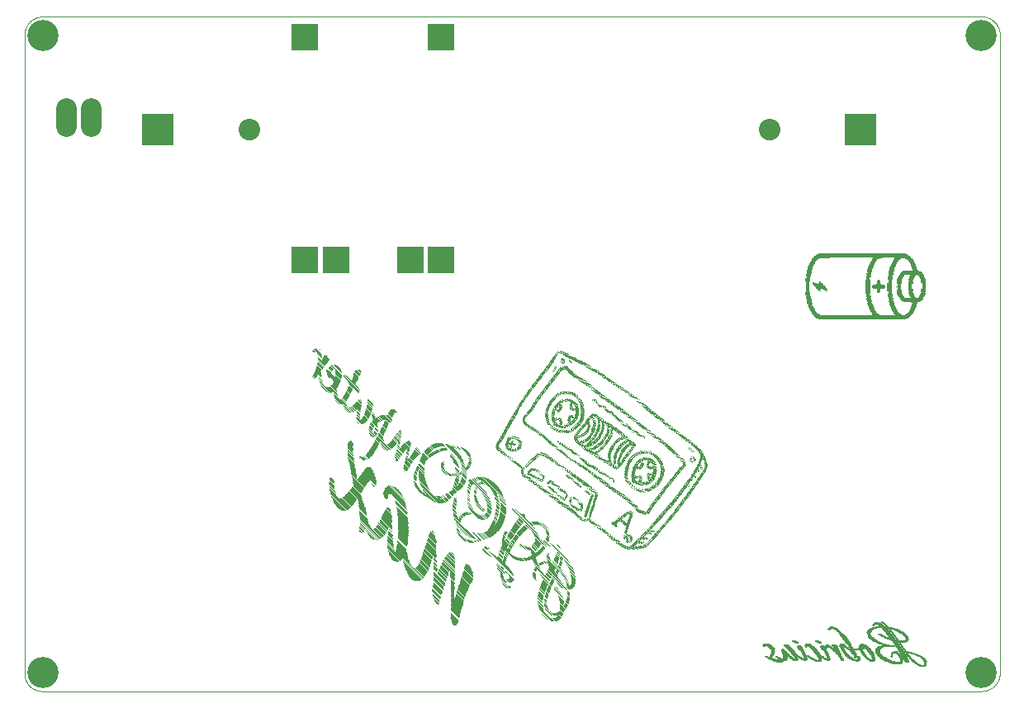
<source format=gbs>
G75*
%MOIN*%
%OFA0B0*%
%FSLAX25Y25*%
%IPPOS*%
%LPD*%
%AMOC8*
5,1,8,0,0,1.08239X$1,22.5*
%
%ADD10R,0.35600X0.00200*%
%ADD11R,0.36400X0.00200*%
%ADD12R,0.37200X0.00200*%
%ADD13R,0.37800X0.00200*%
%ADD14R,0.38400X0.00200*%
%ADD15R,0.38800X0.00200*%
%ADD16R,0.39200X0.00200*%
%ADD17R,0.39600X0.00200*%
%ADD18R,0.02800X0.00200*%
%ADD19R,0.03000X0.00200*%
%ADD20R,0.02600X0.00200*%
%ADD21R,0.02400X0.00200*%
%ADD22R,0.02200X0.00200*%
%ADD23R,0.02000X0.00200*%
%ADD24R,0.01800X0.00200*%
%ADD25R,0.01600X0.00200*%
%ADD26R,0.06000X0.00200*%
%ADD27R,0.06800X0.00200*%
%ADD28R,0.07600X0.00200*%
%ADD29R,0.08000X0.00200*%
%ADD30R,0.08400X0.00200*%
%ADD31R,0.08800X0.00200*%
%ADD32R,0.09200X0.00200*%
%ADD33R,0.09600X0.00200*%
%ADD34R,0.01000X0.00200*%
%ADD35R,0.01200X0.00200*%
%ADD36R,0.00600X0.00200*%
%ADD37R,0.00800X0.00200*%
%ADD38R,0.01400X0.00200*%
%ADD39R,0.04400X0.00200*%
%ADD40R,0.04000X0.00200*%
%ADD41R,0.05200X0.00200*%
%ADD42R,0.03800X0.00200*%
%ADD43R,0.04800X0.00200*%
%ADD44R,0.00400X0.00200*%
%ADD45R,0.09000X0.00200*%
%ADD46R,0.07200X0.00200*%
%ADD47R,0.06600X0.00200*%
%ADD48R,0.05000X0.00200*%
%ADD49R,0.04200X0.00200*%
%ADD50R,0.39000X0.00200*%
%ADD51R,0.38000X0.00200*%
%ADD52R,0.37600X0.00200*%
%ADD53R,0.36800X0.00200*%
%ADD54R,0.36000X0.00200*%
%ADD55R,0.35400X0.00200*%
%ADD56R,0.00200X0.00100*%
%ADD57R,0.01200X0.00100*%
%ADD58R,0.01500X0.00100*%
%ADD59R,0.01800X0.00100*%
%ADD60R,0.02000X0.00100*%
%ADD61R,0.02200X0.00100*%
%ADD62R,0.02300X0.00100*%
%ADD63R,0.02400X0.00100*%
%ADD64R,0.02100X0.00100*%
%ADD65R,0.01700X0.00100*%
%ADD66R,0.01900X0.00100*%
%ADD67R,0.01300X0.00100*%
%ADD68R,0.02700X0.00100*%
%ADD69R,0.03200X0.00100*%
%ADD70R,0.03500X0.00100*%
%ADD71R,0.03800X0.00100*%
%ADD72R,0.04100X0.00100*%
%ADD73R,0.04500X0.00100*%
%ADD74R,0.04800X0.00100*%
%ADD75R,0.01400X0.00100*%
%ADD76R,0.01100X0.00100*%
%ADD77R,0.00800X0.00100*%
%ADD78R,0.03000X0.00100*%
%ADD79R,0.00600X0.00100*%
%ADD80R,0.03600X0.00100*%
%ADD81R,0.03300X0.00100*%
%ADD82R,0.04200X0.00100*%
%ADD83R,0.04700X0.00100*%
%ADD84R,0.05300X0.00100*%
%ADD85R,0.01600X0.00100*%
%ADD86R,0.05600X0.00100*%
%ADD87R,0.06000X0.00100*%
%ADD88R,0.06200X0.00100*%
%ADD89R,0.06600X0.00100*%
%ADD90R,0.02500X0.00100*%
%ADD91R,0.03100X0.00100*%
%ADD92R,0.00900X0.00100*%
%ADD93R,0.04300X0.00100*%
%ADD94R,0.04900X0.00100*%
%ADD95R,0.05400X0.00100*%
%ADD96R,0.06500X0.00100*%
%ADD97R,0.06700X0.00100*%
%ADD98R,0.06800X0.00100*%
%ADD99R,0.03400X0.00100*%
%ADD100R,0.07000X0.00100*%
%ADD101R,0.07200X0.00100*%
%ADD102R,0.03700X0.00100*%
%ADD103R,0.07500X0.00100*%
%ADD104R,0.02600X0.00100*%
%ADD105R,0.07900X0.00100*%
%ADD106R,0.07800X0.00100*%
%ADD107R,0.04400X0.00100*%
%ADD108R,0.04000X0.00100*%
%ADD109R,0.08200X0.00100*%
%ADD110R,0.05200X0.00100*%
%ADD111R,0.07100X0.00100*%
%ADD112R,0.05500X0.00100*%
%ADD113R,0.08000X0.00100*%
%ADD114R,0.06400X0.00100*%
%ADD115R,0.02900X0.00100*%
%ADD116R,0.08500X0.00100*%
%ADD117R,0.08800X0.00100*%
%ADD118R,0.00300X0.00100*%
%ADD119R,0.02800X0.00100*%
%ADD120R,0.09300X0.00100*%
%ADD121R,0.08100X0.00100*%
%ADD122R,0.09700X0.00100*%
%ADD123R,0.08600X0.00100*%
%ADD124R,0.05700X0.00100*%
%ADD125R,0.10100X0.00100*%
%ADD126R,0.09100X0.00100*%
%ADD127R,0.10500X0.00100*%
%ADD128R,0.09500X0.00100*%
%ADD129R,0.07700X0.00100*%
%ADD130R,0.10900X0.00100*%
%ADD131R,0.09900X0.00100*%
%ADD132R,0.00400X0.00100*%
%ADD133R,0.00700X0.00100*%
%ADD134R,0.07400X0.00100*%
%ADD135R,0.09800X0.00100*%
%ADD136R,0.11400X0.00100*%
%ADD137R,0.10300X0.00100*%
%ADD138R,0.01000X0.00100*%
%ADD139R,0.17700X0.00100*%
%ADD140R,0.11600X0.00100*%
%ADD141R,0.10600X0.00100*%
%ADD142R,0.17600X0.00100*%
%ADD143R,0.11900X0.00100*%
%ADD144R,0.17400X0.00100*%
%ADD145R,0.12200X0.00100*%
%ADD146R,0.11200X0.00100*%
%ADD147R,0.05100X0.00100*%
%ADD148R,0.15500X0.00100*%
%ADD149R,0.05800X0.00100*%
%ADD150R,0.11500X0.00100*%
%ADD151R,0.03900X0.00100*%
%ADD152R,0.14900X0.00100*%
%ADD153R,0.11700X0.00100*%
%ADD154R,0.14200X0.00100*%
%ADD155R,0.12000X0.00100*%
%ADD156R,0.05900X0.00100*%
%ADD157R,0.13600X0.00100*%
%ADD158R,0.12300X0.00100*%
%ADD159R,0.13000X0.00100*%
%ADD160R,0.04600X0.00100*%
%ADD161R,0.10400X0.00100*%
%ADD162R,0.05000X0.00100*%
%ADD163R,0.07300X0.00100*%
%ADD164R,0.10700X0.00100*%
%ADD165R,0.00100X0.00100*%
%ADD166R,0.06900X0.00100*%
%ADD167R,0.07600X0.00100*%
%ADD168R,0.08300X0.00100*%
%ADD169R,0.00500X0.00100*%
%ADD170R,0.06100X0.00100*%
%ADD171R,0.08400X0.00100*%
%ADD172R,0.09200X0.00100*%
%ADD173R,0.09000X0.00100*%
%ADD174R,0.12500X0.00100*%
%ADD175R,0.12400X0.00100*%
%ADD176R,0.06300X0.00100*%
%ADD177R,0.11300X0.00100*%
%ADD178R,0.10000X0.00100*%
%ADD179R,0.08700X0.00100*%
%ADD180R,0.15600X0.00100*%
%ADD181R,0.15400X0.00100*%
%ADD182R,0.09600X0.00100*%
%ADD183R,0.15200X0.00100*%
%ADD184R,0.15000X0.00100*%
%ADD185R,0.14800X0.00100*%
%ADD186R,0.09400X0.00100*%
%ADD187R,0.14400X0.00100*%
%ADD188R,0.14100X0.00100*%
%ADD189R,0.13700X0.00100*%
%ADD190R,0.13200X0.00100*%
%ADD191R,0.12800X0.00100*%
%ADD192R,0.14600X0.00100*%
%ADD193C,0.00000*%
%ADD194R,0.03600X0.00200*%
%ADD195R,0.03400X0.00200*%
%ADD196R,0.05400X0.00200*%
%ADD197R,0.06200X0.00200*%
%ADD198R,0.04600X0.00200*%
%ADD199R,0.07400X0.00200*%
%ADD200R,0.07800X0.00200*%
%ADD201R,0.03200X0.00200*%
%ADD202R,0.09800X0.00200*%
%ADD203R,0.09400X0.00200*%
%ADD204R,0.10000X0.00200*%
%ADD205R,0.10400X0.00200*%
%ADD206R,0.10200X0.00200*%
%ADD207R,0.10600X0.00200*%
%ADD208R,0.10800X0.00200*%
%ADD209R,0.11200X0.00200*%
%ADD210R,0.05800X0.00200*%
%ADD211R,0.11400X0.00200*%
%ADD212R,0.05600X0.00200*%
%ADD213R,0.08200X0.00200*%
%ADD214R,0.11800X0.00200*%
%ADD215R,0.12000X0.00200*%
%ADD216R,0.11000X0.00200*%
%ADD217R,0.15800X0.00200*%
%ADD218R,0.08600X0.00200*%
%ADD219R,0.07000X0.00200*%
%ADD220R,0.06400X0.00200*%
%ADD221R,0.11600X0.00200*%
%ADD222R,0.00200X0.00200*%
%ADD223C,0.08674*%
%ADD224R,0.12611X0.12611*%
%ADD225R,0.10643X0.10643*%
%ADD226C,0.08200*%
%ADD227C,0.12611*%
D10*
X0353350Y0169157D03*
D11*
X0353350Y0169357D03*
D12*
X0353350Y0169557D03*
D13*
X0353450Y0169757D03*
D14*
X0353350Y0169957D03*
X0353350Y0194357D03*
D15*
X0353350Y0170157D03*
D16*
X0353350Y0170357D03*
X0353350Y0193957D03*
D17*
X0353350Y0170557D03*
D18*
X0367950Y0170757D03*
X0371950Y0170757D03*
X0367750Y0193557D03*
X0334750Y0193557D03*
X0334950Y0170757D03*
G36*
X0259147Y0119490D02*
X0261777Y0118534D01*
X0261709Y0118346D01*
X0259079Y0119302D01*
X0259147Y0119490D01*
G37*
G36*
X0264050Y0116003D02*
X0266680Y0115047D01*
X0266612Y0114859D01*
X0263982Y0115815D01*
X0264050Y0116003D01*
G37*
G36*
X0268868Y0114036D02*
X0271498Y0113080D01*
X0271430Y0112892D01*
X0268800Y0113848D01*
X0268868Y0114036D01*
G37*
G36*
X0267739Y0109765D02*
X0270369Y0108809D01*
X0270301Y0108621D01*
X0267671Y0109577D01*
X0267739Y0109765D01*
G37*
G36*
X0266541Y0105306D02*
X0269171Y0104350D01*
X0269103Y0104162D01*
X0266473Y0105118D01*
X0266541Y0105306D01*
G37*
G36*
X0266473Y0105118D02*
X0269103Y0104162D01*
X0269035Y0103974D01*
X0266405Y0104930D01*
X0266473Y0105118D01*
G37*
G36*
X0260851Y0103120D02*
X0263481Y0102164D01*
X0263413Y0101976D01*
X0260783Y0102932D01*
X0260851Y0103120D01*
G37*
G36*
X0258629Y0102864D02*
X0261259Y0101908D01*
X0261191Y0101720D01*
X0258561Y0102676D01*
X0258629Y0102864D01*
G37*
G36*
X0258937Y0102540D02*
X0261567Y0101584D01*
X0261499Y0101396D01*
X0258869Y0102352D01*
X0258937Y0102540D01*
G37*
G36*
X0264387Y0100556D02*
X0267017Y0099600D01*
X0266949Y0099412D01*
X0264319Y0100368D01*
X0264387Y0100556D01*
G37*
G36*
X0250719Y0105105D02*
X0253349Y0104149D01*
X0253281Y0103961D01*
X0250651Y0104917D01*
X0250719Y0105105D01*
G37*
G36*
X0237785Y0111090D02*
X0240415Y0110134D01*
X0240347Y0109946D01*
X0237717Y0110902D01*
X0237785Y0111090D01*
G37*
G36*
X0236914Y0111619D02*
X0239544Y0110663D01*
X0239476Y0110475D01*
X0236846Y0111431D01*
X0236914Y0111619D01*
G37*
G36*
X0230029Y0116679D02*
X0232659Y0115723D01*
X0232591Y0115535D01*
X0229961Y0116491D01*
X0230029Y0116679D01*
G37*
G36*
X0230423Y0119516D02*
X0233053Y0118560D01*
X0232985Y0118372D01*
X0230355Y0119328D01*
X0230423Y0119516D01*
G37*
G36*
X0226749Y0119363D02*
X0229379Y0118407D01*
X0229311Y0118219D01*
X0226681Y0119175D01*
X0226749Y0119363D01*
G37*
G36*
X0222855Y0122696D02*
X0225485Y0121740D01*
X0225417Y0121552D01*
X0222787Y0122508D01*
X0222855Y0122696D01*
G37*
G36*
X0227846Y0129393D02*
X0230476Y0128437D01*
X0230408Y0128249D01*
X0227778Y0129205D01*
X0227846Y0129393D01*
G37*
G36*
X0228445Y0132793D02*
X0231075Y0131837D01*
X0231007Y0131649D01*
X0228377Y0132605D01*
X0228445Y0132793D01*
G37*
G36*
X0232667Y0136790D02*
X0235297Y0135834D01*
X0235229Y0135646D01*
X0232599Y0136602D01*
X0232667Y0136790D01*
G37*
G36*
X0231865Y0139849D02*
X0234495Y0138893D01*
X0234427Y0138705D01*
X0231797Y0139661D01*
X0231865Y0139849D01*
G37*
G36*
X0237315Y0137865D02*
X0239945Y0136909D01*
X0239877Y0136721D01*
X0237247Y0137677D01*
X0237315Y0137865D01*
G37*
G36*
X0244404Y0131028D02*
X0247034Y0130072D01*
X0246966Y0129884D01*
X0244336Y0130840D01*
X0244404Y0131028D01*
G37*
G36*
X0242780Y0129491D02*
X0245410Y0128535D01*
X0245342Y0128347D01*
X0242712Y0129303D01*
X0242780Y0129491D01*
G37*
G36*
X0234458Y0128263D02*
X0237088Y0127307D01*
X0237020Y0127119D01*
X0234390Y0128075D01*
X0234458Y0128263D01*
G37*
G36*
X0232390Y0124334D02*
X0235020Y0123378D01*
X0234952Y0123190D01*
X0232322Y0124146D01*
X0232390Y0124334D01*
G37*
G36*
X0237276Y0122555D02*
X0239906Y0121599D01*
X0239838Y0121411D01*
X0237208Y0122367D01*
X0237276Y0122555D01*
G37*
G36*
X0242897Y0119871D02*
X0245527Y0118915D01*
X0245459Y0118727D01*
X0242829Y0119683D01*
X0242897Y0119871D01*
G37*
G36*
X0253784Y0129317D02*
X0256414Y0128361D01*
X0256346Y0128173D01*
X0253716Y0129129D01*
X0253784Y0129317D01*
G37*
G36*
X0254211Y0128736D02*
X0256841Y0127780D01*
X0256773Y0127592D01*
X0254143Y0128548D01*
X0254211Y0128736D01*
G37*
G36*
X0274217Y0117623D02*
X0276847Y0116667D01*
X0276779Y0116479D01*
X0274149Y0117435D01*
X0274217Y0117623D01*
G37*
G36*
X0275635Y0116256D02*
X0278265Y0115300D01*
X0278197Y0115112D01*
X0275567Y0116068D01*
X0275635Y0116256D01*
G37*
G36*
X0277053Y0114888D02*
X0279683Y0113932D01*
X0279615Y0113744D01*
X0276985Y0114700D01*
X0277053Y0114888D01*
G37*
G36*
X0285290Y0117637D02*
X0287920Y0116681D01*
X0287852Y0116493D01*
X0285222Y0117449D01*
X0285290Y0117637D01*
G37*
G36*
X0285597Y0117312D02*
X0288227Y0116356D01*
X0288159Y0116168D01*
X0285529Y0117124D01*
X0285597Y0117312D01*
G37*
G36*
X0241914Y0088516D02*
X0244544Y0087560D01*
X0244476Y0087372D01*
X0241846Y0088328D01*
X0241914Y0088516D01*
G37*
G36*
X0236105Y0091269D02*
X0238735Y0090313D01*
X0238667Y0090125D01*
X0236037Y0091081D01*
X0236105Y0091269D01*
G37*
G36*
X0237747Y0095779D02*
X0240377Y0094823D01*
X0240309Y0094635D01*
X0237679Y0095591D01*
X0237747Y0095779D01*
G37*
G36*
X0236448Y0096891D02*
X0239078Y0095935D01*
X0239010Y0095747D01*
X0236380Y0096703D01*
X0236448Y0096891D01*
G37*
G36*
X0229904Y0098208D02*
X0232534Y0097252D01*
X0232466Y0097064D01*
X0229836Y0098020D01*
X0229904Y0098208D01*
G37*
G36*
X0228812Y0102224D02*
X0231442Y0101268D01*
X0231374Y0101080D01*
X0228744Y0102036D01*
X0228812Y0102224D01*
G37*
G36*
X0226830Y0103797D02*
X0229460Y0102841D01*
X0229392Y0102653D01*
X0226762Y0103609D01*
X0226830Y0103797D01*
G37*
G36*
X0215588Y0106824D02*
X0218218Y0105868D01*
X0218150Y0105680D01*
X0215520Y0106636D01*
X0215588Y0106824D01*
G37*
G36*
X0212736Y0111268D02*
X0215366Y0110312D01*
X0215298Y0110124D01*
X0212668Y0111080D01*
X0212736Y0111268D01*
G37*
G36*
X0211745Y0112054D02*
X0214375Y0111098D01*
X0214307Y0110910D01*
X0211677Y0111866D01*
X0211745Y0112054D01*
G37*
G36*
X0212240Y0111661D02*
X0214870Y0110705D01*
X0214802Y0110517D01*
X0212172Y0111473D01*
X0212240Y0111661D01*
G37*
G36*
X0210037Y0116719D02*
X0212667Y0115763D01*
X0212599Y0115575D01*
X0209969Y0116531D01*
X0210037Y0116719D01*
G37*
G36*
X0209474Y0119266D02*
X0212104Y0118310D01*
X0212036Y0118122D01*
X0209406Y0119078D01*
X0209474Y0119266D01*
G37*
G36*
X0205492Y0117097D02*
X0208122Y0116141D01*
X0208054Y0115953D01*
X0205424Y0116909D01*
X0205492Y0117097D01*
G37*
G36*
X0160757Y0100667D02*
X0162736Y0098688D01*
X0162595Y0098547D01*
X0160616Y0100526D01*
X0160757Y0100667D01*
G37*
G36*
X0155100Y0104061D02*
X0157079Y0102082D01*
X0156938Y0101941D01*
X0154959Y0103920D01*
X0155100Y0104061D01*
G37*
G36*
X0154110Y0109577D02*
X0156089Y0107598D01*
X0155948Y0107457D01*
X0153969Y0109436D01*
X0154110Y0109577D01*
G37*
G36*
X0145908Y0118345D02*
X0147887Y0116366D01*
X0147746Y0116225D01*
X0145767Y0118204D01*
X0145908Y0118345D01*
G37*
G36*
X0145908Y0119193D02*
X0147887Y0117214D01*
X0147746Y0117073D01*
X0145767Y0119052D01*
X0145908Y0119193D01*
G37*
G36*
X0145908Y0118910D02*
X0147887Y0116931D01*
X0147746Y0116790D01*
X0145767Y0118769D01*
X0145908Y0118910D01*
G37*
G36*
X0145908Y0118628D02*
X0147887Y0116649D01*
X0147746Y0116508D01*
X0145767Y0118487D01*
X0145908Y0118628D01*
G37*
G36*
X0138271Y0104485D02*
X0140250Y0102506D01*
X0140109Y0102365D01*
X0138130Y0104344D01*
X0138271Y0104485D01*
G37*
G36*
X0161323Y0093030D02*
X0163302Y0091051D01*
X0163161Y0090910D01*
X0161182Y0092889D01*
X0161323Y0093030D01*
G37*
G36*
X0150716Y0086384D02*
X0152695Y0084405D01*
X0152554Y0084264D01*
X0150575Y0086243D01*
X0150716Y0086384D01*
G37*
G36*
X0150716Y0086101D02*
X0152695Y0084122D01*
X0152554Y0083981D01*
X0150575Y0085960D01*
X0150716Y0086101D01*
G37*
G36*
X0153969Y0082282D02*
X0155948Y0080303D01*
X0155807Y0080162D01*
X0153828Y0082141D01*
X0153969Y0082282D01*
G37*
G36*
X0162030Y0081858D02*
X0164009Y0079879D01*
X0163868Y0079738D01*
X0161889Y0081717D01*
X0162030Y0081858D01*
G37*
G36*
X0179142Y0083131D02*
X0181121Y0081152D01*
X0180980Y0081011D01*
X0179001Y0082990D01*
X0179142Y0083131D01*
G37*
G36*
X0179142Y0083414D02*
X0181121Y0081435D01*
X0180980Y0081294D01*
X0179001Y0083273D01*
X0179142Y0083414D01*
G37*
G36*
X0186920Y0075070D02*
X0188899Y0073091D01*
X0188758Y0072950D01*
X0186779Y0074929D01*
X0186920Y0075070D01*
G37*
G36*
X0187627Y0047776D02*
X0189606Y0045797D01*
X0189465Y0045656D01*
X0187486Y0047635D01*
X0187627Y0047776D01*
G37*
G36*
X0259134Y0077353D02*
X0261764Y0076397D01*
X0261696Y0076209D01*
X0259066Y0077165D01*
X0259134Y0077353D01*
G37*
G36*
X0261852Y0079557D02*
X0264482Y0078601D01*
X0264414Y0078413D01*
X0261784Y0079369D01*
X0261852Y0079557D01*
G37*
G36*
X0263732Y0081214D02*
X0266362Y0080258D01*
X0266294Y0080070D01*
X0263664Y0081026D01*
X0263732Y0081214D01*
G37*
G36*
X0265492Y0083127D02*
X0268122Y0082171D01*
X0268054Y0081983D01*
X0265424Y0082939D01*
X0265492Y0083127D01*
G37*
G36*
X0265749Y0083246D02*
X0268379Y0082290D01*
X0268311Y0082102D01*
X0265681Y0083058D01*
X0265749Y0083246D01*
G37*
D19*
G36*
X0263800Y0081401D02*
X0266618Y0080376D01*
X0266550Y0080189D01*
X0263732Y0081214D01*
X0263800Y0081401D01*
G37*
G36*
X0262108Y0079676D02*
X0264926Y0078651D01*
X0264858Y0078464D01*
X0262040Y0079489D01*
X0262108Y0079676D01*
G37*
G36*
X0259391Y0077473D02*
X0262209Y0076448D01*
X0262141Y0076261D01*
X0259323Y0077286D01*
X0259391Y0077473D01*
G37*
G36*
X0256489Y0087042D02*
X0259307Y0086017D01*
X0259239Y0085830D01*
X0256421Y0086855D01*
X0256489Y0087042D01*
G37*
G36*
X0260284Y0093961D02*
X0263102Y0092936D01*
X0263034Y0092749D01*
X0260216Y0093774D01*
X0260284Y0093961D01*
G37*
G36*
X0259669Y0094611D02*
X0262487Y0093586D01*
X0262419Y0093399D01*
X0259601Y0094424D01*
X0259669Y0094611D01*
G37*
G36*
X0259977Y0094286D02*
X0262795Y0093261D01*
X0262727Y0093074D01*
X0259909Y0094099D01*
X0259977Y0094286D01*
G37*
G36*
X0260779Y0093568D02*
X0263597Y0092543D01*
X0263529Y0092356D01*
X0260711Y0093381D01*
X0260779Y0093568D01*
G37*
G36*
X0261087Y0093243D02*
X0263905Y0092218D01*
X0263837Y0092031D01*
X0261019Y0093056D01*
X0261087Y0093243D01*
G37*
G36*
X0261157Y0100454D02*
X0263975Y0099429D01*
X0263907Y0099242D01*
X0261089Y0100267D01*
X0261157Y0100454D01*
G37*
G36*
X0266422Y0105562D02*
X0269240Y0104537D01*
X0269172Y0104350D01*
X0266354Y0105375D01*
X0266422Y0105562D01*
G37*
G36*
X0267225Y0107185D02*
X0270043Y0106160D01*
X0269975Y0105973D01*
X0267157Y0106998D01*
X0267225Y0107185D01*
G37*
G36*
X0267107Y0112123D02*
X0269925Y0111098D01*
X0269857Y0110911D01*
X0267039Y0111936D01*
X0267107Y0112123D01*
G37*
G36*
X0266459Y0116190D02*
X0269277Y0115165D01*
X0269209Y0114978D01*
X0266391Y0116003D01*
X0266459Y0116190D01*
G37*
G36*
X0261160Y0109818D02*
X0263978Y0108793D01*
X0263910Y0108606D01*
X0261092Y0109631D01*
X0261160Y0109818D01*
G37*
G36*
X0273722Y0118016D02*
X0276540Y0116991D01*
X0276472Y0116804D01*
X0273654Y0117829D01*
X0273722Y0118016D01*
G37*
G36*
X0274525Y0117298D02*
X0277343Y0116273D01*
X0277275Y0116086D01*
X0274457Y0117111D01*
X0274525Y0117298D01*
G37*
G36*
X0274832Y0116973D02*
X0277650Y0115948D01*
X0277582Y0115761D01*
X0274764Y0116786D01*
X0274832Y0116973D01*
G37*
G36*
X0275139Y0116649D02*
X0277957Y0115624D01*
X0277889Y0115437D01*
X0275071Y0116462D01*
X0275139Y0116649D01*
G37*
G36*
X0275942Y0115931D02*
X0278760Y0114906D01*
X0278692Y0114719D01*
X0275874Y0115744D01*
X0275942Y0115931D01*
G37*
G36*
X0276250Y0115606D02*
X0279068Y0114581D01*
X0279000Y0114394D01*
X0276182Y0115419D01*
X0276250Y0115606D01*
G37*
G36*
X0276557Y0115281D02*
X0279375Y0114256D01*
X0279307Y0114069D01*
X0276489Y0115094D01*
X0276557Y0115281D01*
G37*
G36*
X0277360Y0114563D02*
X0280178Y0113538D01*
X0280110Y0113351D01*
X0277292Y0114376D01*
X0277360Y0114563D01*
G37*
G36*
X0279085Y0112871D02*
X0281903Y0111846D01*
X0281835Y0111659D01*
X0279017Y0112684D01*
X0279085Y0112871D01*
G37*
G36*
X0284179Y0118679D02*
X0286997Y0117654D01*
X0286929Y0117467D01*
X0284111Y0118492D01*
X0284179Y0118679D01*
G37*
G36*
X0253904Y0129060D02*
X0256722Y0128035D01*
X0256654Y0127848D01*
X0253836Y0128873D01*
X0253904Y0129060D01*
G37*
G36*
X0243739Y0136804D02*
X0246557Y0135779D01*
X0246489Y0135592D01*
X0243671Y0136617D01*
X0243739Y0136804D01*
G37*
G36*
X0236819Y0138258D02*
X0239637Y0137233D01*
X0239569Y0137046D01*
X0236751Y0138071D01*
X0236819Y0138258D01*
G37*
G36*
X0234256Y0137063D02*
X0237074Y0136038D01*
X0237006Y0135851D01*
X0234188Y0136876D01*
X0234256Y0137063D01*
G37*
G36*
X0235674Y0135695D02*
X0238492Y0134670D01*
X0238424Y0134483D01*
X0235606Y0135508D01*
X0235674Y0135695D01*
G37*
G36*
X0228582Y0133169D02*
X0231400Y0132144D01*
X0231332Y0131957D01*
X0228514Y0132982D01*
X0228582Y0133169D01*
G37*
G36*
X0228513Y0132981D02*
X0231331Y0131956D01*
X0231263Y0131769D01*
X0228445Y0132794D01*
X0228513Y0132981D01*
G37*
G36*
X0229486Y0129221D02*
X0232304Y0128196D01*
X0232236Y0128009D01*
X0229418Y0129034D01*
X0229486Y0129221D01*
G37*
G36*
X0222359Y0123089D02*
X0225177Y0122064D01*
X0225109Y0121877D01*
X0222291Y0122902D01*
X0222359Y0123089D01*
G37*
G36*
X0228543Y0117859D02*
X0231361Y0116834D01*
X0231293Y0116647D01*
X0228475Y0117672D01*
X0228543Y0117859D01*
G37*
G36*
X0229039Y0117465D02*
X0231857Y0116440D01*
X0231789Y0116253D01*
X0228971Y0117278D01*
X0229039Y0117465D01*
G37*
G36*
X0233805Y0113602D02*
X0236623Y0112577D01*
X0236555Y0112390D01*
X0233737Y0113415D01*
X0233805Y0113602D01*
G37*
G36*
X0235171Y0112679D02*
X0237989Y0111654D01*
X0237921Y0111467D01*
X0235103Y0112492D01*
X0235171Y0112679D01*
G37*
G36*
X0236043Y0112149D02*
X0238861Y0111124D01*
X0238793Y0110937D01*
X0235975Y0111962D01*
X0236043Y0112149D01*
G37*
G36*
X0238469Y0110628D02*
X0241287Y0109603D01*
X0241219Y0109416D01*
X0238401Y0110441D01*
X0238469Y0110628D01*
G37*
G36*
X0234896Y0104905D02*
X0237714Y0103880D01*
X0237646Y0103693D01*
X0234828Y0104718D01*
X0234896Y0104905D01*
G37*
G36*
X0229307Y0101831D02*
X0232125Y0100806D01*
X0232057Y0100619D01*
X0229239Y0101644D01*
X0229307Y0101831D01*
G37*
G36*
X0222115Y0107215D02*
X0224933Y0106190D01*
X0224865Y0106003D01*
X0222047Y0107028D01*
X0222115Y0107215D01*
G37*
G36*
X0220202Y0108976D02*
X0223020Y0107951D01*
X0222952Y0107764D01*
X0220134Y0108789D01*
X0220202Y0108976D01*
G37*
G36*
X0211249Y0112447D02*
X0214067Y0111422D01*
X0213999Y0111235D01*
X0211181Y0112260D01*
X0211249Y0112447D01*
G37*
G36*
X0236944Y0096497D02*
X0239762Y0095472D01*
X0239694Y0095285D01*
X0236876Y0096310D01*
X0236944Y0096497D01*
G37*
G36*
X0237439Y0096104D02*
X0240257Y0095079D01*
X0240189Y0094892D01*
X0237371Y0095917D01*
X0237439Y0096104D01*
G37*
G36*
X0235610Y0094003D02*
X0238428Y0092978D01*
X0238360Y0092791D01*
X0235542Y0093816D01*
X0235610Y0094003D01*
G37*
G36*
X0236106Y0093610D02*
X0238924Y0092585D01*
X0238856Y0092398D01*
X0236038Y0093423D01*
X0236106Y0093610D01*
G37*
G36*
X0243745Y0099981D02*
X0246563Y0098956D01*
X0246495Y0098769D01*
X0243677Y0099794D01*
X0243745Y0099981D01*
G37*
G36*
X0193567Y0070403D02*
X0195687Y0068283D01*
X0195545Y0068141D01*
X0193425Y0070261D01*
X0193567Y0070403D01*
G37*
G36*
X0180415Y0056402D02*
X0182535Y0054282D01*
X0182393Y0054140D01*
X0180273Y0056260D01*
X0180415Y0056402D01*
G37*
G36*
X0161889Y0080868D02*
X0164009Y0078748D01*
X0163867Y0078606D01*
X0161747Y0080726D01*
X0161889Y0080868D01*
G37*
G36*
X0161889Y0081717D02*
X0164009Y0079597D01*
X0163867Y0079455D01*
X0161747Y0081575D01*
X0161889Y0081717D01*
G37*
G36*
X0161889Y0081434D02*
X0164009Y0079314D01*
X0163867Y0079172D01*
X0161747Y0081292D01*
X0161889Y0081434D01*
G37*
G36*
X0161889Y0081151D02*
X0164009Y0079031D01*
X0163867Y0078889D01*
X0161747Y0081009D01*
X0161889Y0081151D01*
G37*
G36*
X0150717Y0086667D02*
X0152837Y0084547D01*
X0152695Y0084405D01*
X0150575Y0086525D01*
X0150717Y0086667D01*
G37*
G36*
X0161182Y0092889D02*
X0163302Y0090769D01*
X0163160Y0090627D01*
X0161040Y0092747D01*
X0161182Y0092889D01*
G37*
G36*
X0160899Y0100809D02*
X0163019Y0098689D01*
X0162877Y0098547D01*
X0160757Y0100667D01*
X0160899Y0100809D01*
G37*
G36*
X0145767Y0117072D02*
X0147887Y0114952D01*
X0147745Y0114810D01*
X0145625Y0116930D01*
X0145767Y0117072D01*
G37*
G36*
X0145767Y0118204D02*
X0147887Y0116084D01*
X0147745Y0115942D01*
X0145625Y0118062D01*
X0145767Y0118204D01*
G37*
G36*
X0145767Y0117921D02*
X0147887Y0115801D01*
X0147745Y0115659D01*
X0145625Y0117779D01*
X0145767Y0117921D01*
G37*
G36*
X0145767Y0117638D02*
X0147887Y0115518D01*
X0147745Y0115376D01*
X0145625Y0117496D01*
X0145767Y0117638D01*
G37*
G36*
X0145767Y0117355D02*
X0147887Y0115235D01*
X0147745Y0115093D01*
X0145625Y0117213D01*
X0145767Y0117355D01*
G37*
G36*
X0138272Y0104203D02*
X0140392Y0102083D01*
X0140250Y0101941D01*
X0138130Y0104061D01*
X0138272Y0104203D01*
G37*
G36*
X0138272Y0103920D02*
X0140392Y0101800D01*
X0140250Y0101658D01*
X0138130Y0103778D01*
X0138272Y0103920D01*
G37*
G36*
X0138272Y0103637D02*
X0140392Y0101517D01*
X0140250Y0101375D01*
X0138130Y0103495D01*
X0138272Y0103637D01*
G37*
G36*
X0138272Y0103354D02*
X0140392Y0101234D01*
X0140250Y0101092D01*
X0138130Y0103212D01*
X0138272Y0103354D01*
G37*
X0359050Y0170757D03*
D20*
X0367650Y0170957D03*
X0372250Y0170957D03*
X0374250Y0175757D03*
X0372050Y0193557D03*
X0358850Y0193557D03*
X0358650Y0193357D03*
G36*
X0251871Y0131078D02*
X0254313Y0130190D01*
X0254245Y0130002D01*
X0251803Y0130890D01*
X0251871Y0131078D01*
G37*
G36*
X0244235Y0136411D02*
X0246677Y0135523D01*
X0246609Y0135335D01*
X0244167Y0136223D01*
X0244235Y0136411D01*
G37*
G36*
X0237622Y0137541D02*
X0240064Y0136653D01*
X0239996Y0136465D01*
X0237554Y0137353D01*
X0237622Y0137541D01*
G37*
G36*
X0235094Y0139951D02*
X0237536Y0139063D01*
X0237468Y0138875D01*
X0235026Y0139763D01*
X0235094Y0139951D01*
G37*
G36*
X0229898Y0135031D02*
X0232340Y0134143D01*
X0232272Y0133955D01*
X0229830Y0134843D01*
X0229898Y0135031D01*
G37*
G36*
X0229830Y0134843D02*
X0232272Y0133955D01*
X0232204Y0133767D01*
X0229762Y0134655D01*
X0229830Y0134843D01*
G37*
G36*
X0229743Y0129341D02*
X0232185Y0128453D01*
X0232117Y0128265D01*
X0229675Y0129153D01*
X0229743Y0129341D01*
G37*
G36*
X0226564Y0126454D02*
X0229006Y0125566D01*
X0228938Y0125378D01*
X0226496Y0126266D01*
X0226564Y0126454D01*
G37*
G36*
X0229348Y0124164D02*
X0231790Y0123276D01*
X0231722Y0123088D01*
X0229280Y0123976D01*
X0229348Y0124164D01*
G37*
G36*
X0223538Y0122235D02*
X0225980Y0121347D01*
X0225912Y0121159D01*
X0223470Y0122047D01*
X0223538Y0122235D01*
G37*
G36*
X0226442Y0119688D02*
X0228884Y0118800D01*
X0228816Y0118612D01*
X0226374Y0119500D01*
X0226442Y0119688D01*
G37*
G36*
X0229722Y0117004D02*
X0232164Y0116116D01*
X0232096Y0115928D01*
X0229654Y0116816D01*
X0229722Y0117004D01*
G37*
G36*
X0230713Y0116218D02*
X0233155Y0115330D01*
X0233087Y0115142D01*
X0230645Y0116030D01*
X0230713Y0116218D01*
G37*
G36*
X0231020Y0115893D02*
X0233462Y0115005D01*
X0233394Y0114817D01*
X0230952Y0115705D01*
X0231020Y0115893D01*
G37*
G36*
X0231516Y0115500D02*
X0233958Y0114612D01*
X0233890Y0114424D01*
X0231448Y0115312D01*
X0231516Y0115500D01*
G37*
G36*
X0233309Y0113996D02*
X0235751Y0113108D01*
X0235683Y0112920D01*
X0233241Y0113808D01*
X0233309Y0113996D01*
G37*
G36*
X0239478Y0112815D02*
X0241920Y0111927D01*
X0241852Y0111739D01*
X0239410Y0112627D01*
X0239478Y0112815D01*
G37*
G36*
X0240280Y0112097D02*
X0242722Y0111209D01*
X0242654Y0111021D01*
X0240212Y0111909D01*
X0240280Y0112097D01*
G37*
G36*
X0240776Y0111704D02*
X0243218Y0110816D01*
X0243150Y0110628D01*
X0240708Y0111516D01*
X0240776Y0111704D01*
G37*
G36*
X0234093Y0105623D02*
X0236535Y0104735D01*
X0236467Y0104547D01*
X0234025Y0105435D01*
X0234093Y0105623D01*
G37*
G36*
X0235579Y0104443D02*
X0238021Y0103555D01*
X0237953Y0103367D01*
X0235511Y0104255D01*
X0235579Y0104443D01*
G37*
G36*
X0229597Y0098533D02*
X0232039Y0097645D01*
X0231971Y0097457D01*
X0229529Y0098345D01*
X0229597Y0098533D01*
G37*
G36*
X0231203Y0097097D02*
X0233645Y0096209D01*
X0233577Y0096021D01*
X0231135Y0096909D01*
X0231203Y0097097D01*
G37*
G36*
X0238054Y0095455D02*
X0240496Y0094567D01*
X0240428Y0094379D01*
X0237986Y0095267D01*
X0238054Y0095455D01*
G37*
G36*
X0236600Y0090876D02*
X0239042Y0089988D01*
X0238974Y0089800D01*
X0236532Y0090688D01*
X0236600Y0090876D01*
G37*
G36*
X0242785Y0087986D02*
X0245227Y0087098D01*
X0245159Y0086910D01*
X0242717Y0087798D01*
X0242785Y0087986D01*
G37*
G36*
X0252046Y0086531D02*
X0254488Y0085643D01*
X0254420Y0085455D01*
X0251978Y0086343D01*
X0252046Y0086531D01*
G37*
G36*
X0252114Y0086719D02*
X0254556Y0085831D01*
X0254488Y0085643D01*
X0252046Y0086531D01*
X0252114Y0086719D01*
G37*
G36*
X0256796Y0086718D02*
X0259238Y0085830D01*
X0259170Y0085642D01*
X0256728Y0086530D01*
X0256796Y0086718D01*
G37*
G36*
X0258250Y0091297D02*
X0260692Y0090409D01*
X0260624Y0090221D01*
X0258182Y0091109D01*
X0258250Y0091297D01*
G37*
G36*
X0263120Y0091227D02*
X0265562Y0090339D01*
X0265494Y0090151D01*
X0263052Y0091039D01*
X0263120Y0091227D01*
G37*
G36*
X0257940Y0082258D02*
X0260382Y0081370D01*
X0260314Y0081182D01*
X0257872Y0082070D01*
X0257940Y0082258D01*
G37*
G36*
X0257775Y0104027D02*
X0260217Y0103139D01*
X0260149Y0102951D01*
X0257707Y0103839D01*
X0257775Y0104027D01*
G37*
G36*
X0257656Y0104283D02*
X0260098Y0103395D01*
X0260030Y0103207D01*
X0257588Y0104095D01*
X0257656Y0104283D01*
G37*
G36*
X0260168Y0105923D02*
X0262610Y0105035D01*
X0262542Y0104847D01*
X0260100Y0105735D01*
X0260168Y0105923D01*
G37*
G36*
X0261945Y0106127D02*
X0264387Y0105239D01*
X0264319Y0105051D01*
X0261877Y0105939D01*
X0261945Y0106127D01*
G37*
G36*
X0266286Y0109868D02*
X0268728Y0108980D01*
X0268660Y0108792D01*
X0266218Y0109680D01*
X0266286Y0109868D01*
G37*
G36*
X0266322Y0113474D02*
X0268764Y0112586D01*
X0268696Y0112398D01*
X0266254Y0113286D01*
X0266322Y0113474D01*
G37*
G36*
X0263605Y0115952D02*
X0266047Y0115064D01*
X0265979Y0114876D01*
X0263537Y0115764D01*
X0263605Y0115952D01*
G37*
G36*
X0259386Y0118978D02*
X0261828Y0118090D01*
X0261760Y0117902D01*
X0259318Y0118790D01*
X0259386Y0118978D01*
G37*
G36*
X0269363Y0113643D02*
X0271805Y0112755D01*
X0271737Y0112567D01*
X0269295Y0113455D01*
X0269363Y0113643D01*
G37*
G36*
X0267670Y0107236D02*
X0270112Y0106348D01*
X0270044Y0106160D01*
X0267602Y0107048D01*
X0267670Y0107236D01*
G37*
G36*
X0279581Y0112479D02*
X0282023Y0111591D01*
X0281955Y0111403D01*
X0279513Y0112291D01*
X0279581Y0112479D01*
G37*
G36*
X0284675Y0118287D02*
X0287117Y0117399D01*
X0287049Y0117211D01*
X0284607Y0118099D01*
X0284675Y0118287D01*
G37*
G36*
X0284982Y0117962D02*
X0287424Y0117074D01*
X0287356Y0116886D01*
X0284914Y0117774D01*
X0284982Y0117962D01*
G37*
G36*
X0286092Y0116919D02*
X0288534Y0116031D01*
X0288466Y0115843D01*
X0286024Y0116731D01*
X0286092Y0116919D01*
G37*
G36*
X0286400Y0116595D02*
X0288842Y0115707D01*
X0288774Y0115519D01*
X0286332Y0116407D01*
X0286400Y0116595D01*
G37*
G36*
X0287954Y0113262D02*
X0290396Y0112374D01*
X0290328Y0112186D01*
X0287886Y0113074D01*
X0287954Y0113262D01*
G37*
G36*
X0252172Y0109684D02*
X0254614Y0108796D01*
X0254546Y0108608D01*
X0252104Y0109496D01*
X0252172Y0109684D01*
G37*
G36*
X0242829Y0119683D02*
X0245271Y0118795D01*
X0245203Y0118607D01*
X0242761Y0119495D01*
X0242829Y0119683D01*
G37*
G36*
X0242572Y0119564D02*
X0245014Y0118676D01*
X0244946Y0118488D01*
X0242504Y0119376D01*
X0242572Y0119564D01*
G37*
G36*
X0237208Y0122367D02*
X0239650Y0121479D01*
X0239582Y0121291D01*
X0237140Y0122179D01*
X0237208Y0122367D01*
G37*
G36*
X0234578Y0128007D02*
X0237020Y0127119D01*
X0236952Y0126931D01*
X0234510Y0127819D01*
X0234578Y0128007D01*
G37*
G36*
X0216653Y0127295D02*
X0219095Y0126407D01*
X0219027Y0126219D01*
X0216585Y0127107D01*
X0216653Y0127295D01*
G37*
G36*
X0205373Y0117353D02*
X0207815Y0116465D01*
X0207747Y0116277D01*
X0205305Y0117165D01*
X0205373Y0117353D01*
G37*
G36*
X0213231Y0110875D02*
X0215673Y0109987D01*
X0215605Y0109799D01*
X0213163Y0110687D01*
X0213231Y0110875D01*
G37*
G36*
X0221790Y0104567D02*
X0224232Y0103679D01*
X0224164Y0103491D01*
X0221722Y0104379D01*
X0221790Y0104567D01*
G37*
G36*
X0187203Y0067433D02*
X0189040Y0065596D01*
X0188899Y0065455D01*
X0187062Y0067292D01*
X0187203Y0067433D01*
G37*
G36*
X0180556Y0055978D02*
X0182393Y0054141D01*
X0182252Y0054000D01*
X0180415Y0055837D01*
X0180556Y0055978D01*
G37*
G36*
X0163020Y0073231D02*
X0164857Y0071394D01*
X0164716Y0071253D01*
X0162879Y0073090D01*
X0163020Y0073231D01*
G37*
G36*
X0162030Y0082141D02*
X0163867Y0080304D01*
X0163726Y0080163D01*
X0161889Y0082000D01*
X0162030Y0082141D01*
G37*
G36*
X0162030Y0082989D02*
X0163867Y0081152D01*
X0163726Y0081011D01*
X0161889Y0082848D01*
X0162030Y0082989D01*
G37*
G36*
X0162030Y0082706D02*
X0163867Y0080869D01*
X0163726Y0080728D01*
X0161889Y0082565D01*
X0162030Y0082706D01*
G37*
G36*
X0162030Y0082423D02*
X0163867Y0080586D01*
X0163726Y0080445D01*
X0161889Y0082282D01*
X0162030Y0082423D01*
G37*
G36*
X0150716Y0085818D02*
X0152553Y0083981D01*
X0152412Y0083840D01*
X0150575Y0085677D01*
X0150716Y0085818D01*
G37*
G36*
X0160191Y0099535D02*
X0162028Y0097698D01*
X0161887Y0097557D01*
X0160050Y0099394D01*
X0160191Y0099535D01*
G37*
G36*
X0160333Y0099960D02*
X0162170Y0098123D01*
X0162029Y0097982D01*
X0160192Y0099819D01*
X0160333Y0099960D01*
G37*
G36*
X0160474Y0100384D02*
X0162311Y0098547D01*
X0162170Y0098406D01*
X0160333Y0100243D01*
X0160474Y0100384D01*
G37*
G36*
X0160616Y0100525D02*
X0162453Y0098688D01*
X0162312Y0098547D01*
X0160475Y0100384D01*
X0160616Y0100525D01*
G37*
G36*
X0138413Y0104627D02*
X0140250Y0102790D01*
X0140109Y0102649D01*
X0138272Y0104486D01*
X0138413Y0104627D01*
G37*
G36*
X0138413Y0105192D02*
X0140250Y0103355D01*
X0140109Y0103214D01*
X0138272Y0105051D01*
X0138413Y0105192D01*
G37*
G36*
X0138413Y0104909D02*
X0140250Y0103072D01*
X0140109Y0102931D01*
X0138272Y0104768D01*
X0138413Y0104909D01*
G37*
G36*
X0146049Y0119334D02*
X0147886Y0117497D01*
X0147745Y0117356D01*
X0145908Y0119193D01*
X0146049Y0119334D01*
G37*
G36*
X0232654Y0150204D02*
X0235096Y0149316D01*
X0235028Y0149128D01*
X0232586Y0150016D01*
X0232654Y0150204D01*
G37*
D21*
G36*
X0231420Y0139798D02*
X0233674Y0138978D01*
X0233606Y0138790D01*
X0231352Y0139610D01*
X0231420Y0139798D01*
G37*
G36*
X0229967Y0135219D02*
X0232221Y0134399D01*
X0232153Y0134211D01*
X0229899Y0135031D01*
X0229967Y0135219D01*
G37*
G36*
X0237930Y0137216D02*
X0240184Y0136396D01*
X0240116Y0136208D01*
X0237862Y0137028D01*
X0237930Y0137216D01*
G37*
G36*
X0244184Y0136855D02*
X0246438Y0136035D01*
X0246370Y0135847D01*
X0244116Y0136667D01*
X0244184Y0136855D01*
G37*
G36*
X0252179Y0130753D02*
X0254433Y0129933D01*
X0254365Y0129745D01*
X0252111Y0130565D01*
X0252179Y0130753D01*
G37*
G36*
X0253665Y0129574D02*
X0255919Y0128754D01*
X0255851Y0128566D01*
X0253597Y0129386D01*
X0253665Y0129574D01*
G37*
G36*
X0254707Y0128343D02*
X0256961Y0127523D01*
X0256893Y0127335D01*
X0254639Y0128155D01*
X0254707Y0128343D01*
G37*
G36*
X0255014Y0128018D02*
X0257268Y0127198D01*
X0257200Y0127010D01*
X0254946Y0127830D01*
X0255014Y0128018D01*
G37*
G36*
X0243037Y0129611D02*
X0245291Y0128791D01*
X0245223Y0128603D01*
X0242969Y0129423D01*
X0243037Y0129611D01*
G37*
G36*
X0241208Y0127510D02*
X0243462Y0126690D01*
X0243394Y0126502D01*
X0241140Y0127322D01*
X0241208Y0127510D01*
G37*
G36*
X0237139Y0122180D02*
X0239393Y0121360D01*
X0239325Y0121172D01*
X0237071Y0121992D01*
X0237139Y0122180D01*
G37*
G36*
X0233022Y0124317D02*
X0235276Y0123497D01*
X0235208Y0123309D01*
X0232954Y0124129D01*
X0233022Y0124317D01*
G37*
G36*
X0230304Y0119772D02*
X0232558Y0118952D01*
X0232490Y0118764D01*
X0230236Y0119584D01*
X0230304Y0119772D01*
G37*
G36*
X0226135Y0120013D02*
X0228389Y0119193D01*
X0228321Y0119005D01*
X0226067Y0119825D01*
X0226135Y0120013D01*
G37*
G36*
X0225332Y0120731D02*
X0227586Y0119911D01*
X0227518Y0119723D01*
X0225264Y0120543D01*
X0225332Y0120731D01*
G37*
G36*
X0224529Y0121449D02*
X0226783Y0120629D01*
X0226715Y0120441D01*
X0224461Y0121261D01*
X0224529Y0121449D01*
G37*
G36*
X0224033Y0121842D02*
X0226287Y0121022D01*
X0226219Y0120834D01*
X0223965Y0121654D01*
X0224033Y0121842D01*
G37*
G36*
X0224836Y0121124D02*
X0227090Y0120304D01*
X0227022Y0120116D01*
X0224768Y0120936D01*
X0224836Y0121124D01*
G37*
G36*
X0225639Y0120406D02*
X0227893Y0119586D01*
X0227825Y0119398D01*
X0225571Y0120218D01*
X0225639Y0120406D01*
G37*
G36*
X0226256Y0126779D02*
X0228510Y0125959D01*
X0228442Y0125771D01*
X0226188Y0126591D01*
X0226256Y0126779D01*
G37*
G36*
X0212585Y0121965D02*
X0214839Y0121145D01*
X0214771Y0120957D01*
X0212517Y0121777D01*
X0212585Y0121965D01*
G37*
G36*
X0211183Y0119283D02*
X0213437Y0118463D01*
X0213369Y0118275D01*
X0211115Y0119095D01*
X0211183Y0119283D01*
G37*
G36*
X0213727Y0110482D02*
X0215981Y0109662D01*
X0215913Y0109474D01*
X0213659Y0110294D01*
X0213727Y0110482D01*
G37*
G36*
X0214717Y0109696D02*
X0216971Y0108876D01*
X0216903Y0108688D01*
X0214649Y0109508D01*
X0214717Y0109696D01*
G37*
G36*
X0222799Y0106754D02*
X0225053Y0105934D01*
X0224985Y0105746D01*
X0222731Y0106566D01*
X0222799Y0106754D01*
G37*
G36*
X0227188Y0100687D02*
X0229442Y0099867D01*
X0229374Y0099679D01*
X0227120Y0100499D01*
X0227188Y0100687D01*
G37*
G36*
X0233785Y0105948D02*
X0236039Y0105128D01*
X0235971Y0104940D01*
X0233717Y0105760D01*
X0233785Y0105948D01*
G37*
G36*
X0236570Y0103657D02*
X0238824Y0102837D01*
X0238756Y0102649D01*
X0236502Y0103469D01*
X0236570Y0103657D01*
G37*
G36*
X0241268Y0099606D02*
X0243522Y0098786D01*
X0243454Y0098598D01*
X0241200Y0099418D01*
X0241268Y0099606D01*
G37*
G36*
X0244241Y0099588D02*
X0246495Y0098768D01*
X0246427Y0098580D01*
X0244173Y0099400D01*
X0244241Y0099588D01*
G37*
G36*
X0235491Y0094260D02*
X0237745Y0093440D01*
X0237677Y0093252D01*
X0235423Y0094072D01*
X0235491Y0094260D01*
G37*
G36*
X0237591Y0090090D02*
X0239845Y0089270D01*
X0239777Y0089082D01*
X0237523Y0089902D01*
X0237591Y0090090D01*
G37*
G36*
X0237899Y0089765D02*
X0240153Y0088945D01*
X0240085Y0088757D01*
X0237831Y0089577D01*
X0237899Y0089765D01*
G37*
G36*
X0239129Y0088466D02*
X0241383Y0087646D01*
X0241315Y0087458D01*
X0239061Y0088278D01*
X0239129Y0088466D01*
G37*
G36*
X0252183Y0086907D02*
X0254437Y0086087D01*
X0254369Y0085899D01*
X0252115Y0086719D01*
X0252183Y0086907D01*
G37*
G36*
X0261784Y0079369D02*
X0264038Y0078549D01*
X0263970Y0078361D01*
X0261716Y0079181D01*
X0261784Y0079369D01*
G37*
G36*
X0261732Y0077472D02*
X0263986Y0076652D01*
X0263918Y0076464D01*
X0261664Y0077284D01*
X0261732Y0077472D01*
G37*
G36*
X0262176Y0077524D02*
X0264430Y0076704D01*
X0264362Y0076516D01*
X0262108Y0077336D01*
X0262176Y0077524D01*
G37*
G36*
X0262620Y0077575D02*
X0264874Y0076755D01*
X0264806Y0076567D01*
X0262552Y0077387D01*
X0262620Y0077575D01*
G37*
G36*
X0262877Y0077694D02*
X0265131Y0076874D01*
X0265063Y0076686D01*
X0262809Y0077506D01*
X0262877Y0077694D01*
G37*
G36*
X0263476Y0081094D02*
X0265730Y0080274D01*
X0265662Y0080086D01*
X0263408Y0080906D01*
X0263476Y0081094D01*
G37*
G36*
X0265019Y0100539D02*
X0267273Y0099719D01*
X0267205Y0099531D01*
X0264951Y0100351D01*
X0265019Y0100539D01*
G37*
G36*
X0264524Y0103273D02*
X0266778Y0102453D01*
X0266710Y0102265D01*
X0264456Y0103085D01*
X0264524Y0103273D01*
G37*
G36*
X0260253Y0104402D02*
X0262507Y0103582D01*
X0262439Y0103394D01*
X0260185Y0104214D01*
X0260253Y0104402D01*
G37*
G36*
X0258083Y0103702D02*
X0260337Y0102882D01*
X0260269Y0102694D01*
X0258015Y0103514D01*
X0258083Y0103702D01*
G37*
G36*
X0258510Y0103121D02*
X0260764Y0102301D01*
X0260696Y0102113D01*
X0258442Y0102933D01*
X0258510Y0103121D01*
G37*
G36*
X0254377Y0111649D02*
X0256631Y0110829D01*
X0256563Y0110641D01*
X0254309Y0111461D01*
X0254377Y0111649D01*
G37*
G36*
X0264288Y0113150D02*
X0266542Y0112330D01*
X0266474Y0112142D01*
X0264220Y0112962D01*
X0264288Y0113150D01*
G37*
G36*
X0268183Y0109817D02*
X0270437Y0108997D01*
X0270369Y0108809D01*
X0268115Y0109629D01*
X0268183Y0109817D01*
G37*
G36*
X0270286Y0112669D02*
X0272540Y0111849D01*
X0272472Y0111661D01*
X0270218Y0112481D01*
X0270286Y0112669D01*
G37*
G36*
X0269859Y0113251D02*
X0272113Y0112431D01*
X0272045Y0112243D01*
X0269791Y0113063D01*
X0269859Y0113251D01*
G37*
G36*
X0259642Y0119097D02*
X0261896Y0118277D01*
X0261828Y0118089D01*
X0259574Y0118909D01*
X0259642Y0119097D01*
G37*
G36*
X0242504Y0119376D02*
X0244758Y0118556D01*
X0244690Y0118368D01*
X0242436Y0119188D01*
X0242504Y0119376D01*
G37*
G36*
X0242179Y0119068D02*
X0244433Y0118248D01*
X0244365Y0118060D01*
X0242111Y0118880D01*
X0242179Y0119068D01*
G37*
G36*
X0242435Y0119188D02*
X0244689Y0118368D01*
X0244621Y0118180D01*
X0242367Y0119000D01*
X0242435Y0119188D01*
G37*
G36*
X0238675Y0113533D02*
X0240929Y0112713D01*
X0240861Y0112525D01*
X0238607Y0113345D01*
X0238675Y0113533D01*
G37*
G36*
X0238982Y0113208D02*
X0241236Y0112388D01*
X0241168Y0112200D01*
X0238914Y0113020D01*
X0238982Y0113208D01*
G37*
G36*
X0239973Y0112422D02*
X0242227Y0111602D01*
X0242159Y0111414D01*
X0239905Y0112234D01*
X0239973Y0112422D01*
G37*
G36*
X0232507Y0114714D02*
X0234761Y0113894D01*
X0234693Y0113706D01*
X0232439Y0114526D01*
X0232507Y0114714D01*
G37*
G36*
X0232011Y0115107D02*
X0234265Y0114287D01*
X0234197Y0114099D01*
X0231943Y0114919D01*
X0232011Y0115107D01*
G37*
G36*
X0266593Y0104862D02*
X0268847Y0104042D01*
X0268779Y0103854D01*
X0266525Y0104674D01*
X0266593Y0104862D01*
G37*
G36*
X0283427Y0116613D02*
X0285681Y0115793D01*
X0285613Y0115605D01*
X0283359Y0116425D01*
X0283427Y0116613D01*
G37*
G36*
X0286707Y0116270D02*
X0288961Y0115450D01*
X0288893Y0115262D01*
X0286639Y0116082D01*
X0286707Y0116270D01*
G37*
G36*
X0287903Y0113707D02*
X0290157Y0112887D01*
X0290089Y0112699D01*
X0287835Y0113519D01*
X0287903Y0113707D01*
G37*
G36*
X0288022Y0113450D02*
X0290276Y0112630D01*
X0290208Y0112442D01*
X0287954Y0113262D01*
X0288022Y0113450D01*
G37*
X0334550Y0170957D03*
X0334350Y0171157D03*
X0358550Y0171157D03*
X0358750Y0170957D03*
X0367350Y0171157D03*
X0373950Y0186757D03*
X0376950Y0186757D03*
X0372550Y0193157D03*
X0372350Y0193357D03*
X0367550Y0193357D03*
X0367350Y0193157D03*
X0367150Y0192957D03*
X0334350Y0193357D03*
G36*
X0179284Y0083556D02*
X0180980Y0081860D01*
X0180838Y0081718D01*
X0179142Y0083414D01*
X0179284Y0083556D01*
G37*
G36*
X0187062Y0075212D02*
X0188758Y0073516D01*
X0188616Y0073374D01*
X0186920Y0075070D01*
X0187062Y0075212D01*
G37*
G36*
X0187203Y0067151D02*
X0188899Y0065455D01*
X0188757Y0065313D01*
X0187061Y0067009D01*
X0187203Y0067151D01*
G37*
G36*
X0187203Y0066868D02*
X0188899Y0065172D01*
X0188757Y0065030D01*
X0187061Y0066726D01*
X0187203Y0066868D01*
G37*
G36*
X0187203Y0066585D02*
X0188899Y0064889D01*
X0188757Y0064747D01*
X0187061Y0066443D01*
X0187203Y0066585D01*
G37*
G36*
X0187203Y0066302D02*
X0188899Y0064606D01*
X0188757Y0064464D01*
X0187061Y0066160D01*
X0187203Y0066302D01*
G37*
G36*
X0187203Y0066019D02*
X0188899Y0064323D01*
X0188757Y0064181D01*
X0187061Y0065877D01*
X0187203Y0066019D01*
G37*
G36*
X0187203Y0065736D02*
X0188899Y0064040D01*
X0188757Y0063898D01*
X0187061Y0065594D01*
X0187203Y0065736D01*
G37*
G36*
X0187203Y0065454D02*
X0188899Y0063758D01*
X0188757Y0063616D01*
X0187061Y0065312D01*
X0187203Y0065454D01*
G37*
G36*
X0187203Y0065171D02*
X0188899Y0063475D01*
X0188757Y0063333D01*
X0187061Y0065029D01*
X0187203Y0065171D01*
G37*
G36*
X0180274Y0068423D02*
X0181970Y0066727D01*
X0181828Y0066585D01*
X0180132Y0068281D01*
X0180274Y0068423D01*
G37*
G36*
X0162172Y0083131D02*
X0163868Y0081435D01*
X0163726Y0081293D01*
X0162030Y0082989D01*
X0162172Y0083131D01*
G37*
G36*
X0162172Y0083697D02*
X0163868Y0082001D01*
X0163726Y0081859D01*
X0162030Y0083555D01*
X0162172Y0083697D01*
G37*
G36*
X0162172Y0083414D02*
X0163868Y0081718D01*
X0163726Y0081576D01*
X0162030Y0083272D01*
X0162172Y0083414D01*
G37*
G36*
X0161465Y0093172D02*
X0163161Y0091476D01*
X0163019Y0091334D01*
X0161323Y0093030D01*
X0161465Y0093172D01*
G37*
G36*
X0160192Y0098688D02*
X0161888Y0096992D01*
X0161746Y0096850D01*
X0160050Y0098546D01*
X0160192Y0098688D01*
G37*
G36*
X0160192Y0099253D02*
X0161888Y0097557D01*
X0161746Y0097415D01*
X0160050Y0099111D01*
X0160192Y0099253D01*
G37*
G36*
X0160333Y0099678D02*
X0162029Y0097982D01*
X0161887Y0097840D01*
X0160191Y0099536D01*
X0160333Y0099678D01*
G37*
G36*
X0160475Y0100102D02*
X0162171Y0098406D01*
X0162029Y0098264D01*
X0160333Y0099960D01*
X0160475Y0100102D01*
G37*
G36*
X0160192Y0098970D02*
X0161888Y0097274D01*
X0161746Y0097132D01*
X0160050Y0098828D01*
X0160192Y0098970D01*
G37*
G36*
X0155383Y0103496D02*
X0157079Y0101800D01*
X0156937Y0101658D01*
X0155241Y0103354D01*
X0155383Y0103496D01*
G37*
G36*
X0154252Y0109718D02*
X0155948Y0108022D01*
X0155806Y0107880D01*
X0154110Y0109576D01*
X0154252Y0109718D01*
G37*
G36*
X0146191Y0119477D02*
X0147887Y0117781D01*
X0147745Y0117639D01*
X0146049Y0119335D01*
X0146191Y0119477D01*
G37*
G36*
X0146191Y0119759D02*
X0147887Y0118063D01*
X0147745Y0117921D01*
X0146049Y0119617D01*
X0146191Y0119759D01*
G37*
G36*
X0138554Y0105334D02*
X0140250Y0103638D01*
X0140108Y0103496D01*
X0138412Y0105192D01*
X0138554Y0105334D01*
G37*
G36*
X0150717Y0085535D02*
X0152413Y0083839D01*
X0152271Y0083697D01*
X0150575Y0085393D01*
X0150717Y0085535D01*
G37*
G36*
X0150575Y0085394D02*
X0152271Y0083698D01*
X0152129Y0083556D01*
X0150433Y0085252D01*
X0150575Y0085394D01*
G37*
G36*
X0150434Y0084970D02*
X0152130Y0083274D01*
X0151988Y0083132D01*
X0150292Y0084828D01*
X0150434Y0084970D01*
G37*
G36*
X0187769Y0047352D02*
X0189465Y0045656D01*
X0189323Y0045514D01*
X0187627Y0047210D01*
X0187769Y0047352D01*
G37*
D22*
G36*
X0187344Y0061918D02*
X0188899Y0060363D01*
X0188758Y0060222D01*
X0187203Y0061777D01*
X0187344Y0061918D01*
G37*
G36*
X0187344Y0062766D02*
X0188899Y0061211D01*
X0188758Y0061070D01*
X0187203Y0062625D01*
X0187344Y0062766D01*
G37*
G36*
X0187344Y0063615D02*
X0188899Y0062060D01*
X0188758Y0061919D01*
X0187203Y0063474D01*
X0187344Y0063615D01*
G37*
G36*
X0187344Y0064463D02*
X0188899Y0062908D01*
X0188758Y0062767D01*
X0187203Y0064322D01*
X0187344Y0064463D01*
G37*
G36*
X0187344Y0064746D02*
X0188899Y0063191D01*
X0188758Y0063050D01*
X0187203Y0064605D01*
X0187344Y0064746D01*
G37*
G36*
X0187344Y0064181D02*
X0188899Y0062626D01*
X0188758Y0062485D01*
X0187203Y0064040D01*
X0187344Y0064181D01*
G37*
G36*
X0187344Y0063898D02*
X0188899Y0062343D01*
X0188758Y0062202D01*
X0187203Y0063757D01*
X0187344Y0063898D01*
G37*
G36*
X0187344Y0063332D02*
X0188899Y0061777D01*
X0188758Y0061636D01*
X0187203Y0063191D01*
X0187344Y0063332D01*
G37*
G36*
X0187344Y0063049D02*
X0188899Y0061494D01*
X0188758Y0061353D01*
X0187203Y0062908D01*
X0187344Y0063049D01*
G37*
G36*
X0187344Y0062483D02*
X0188899Y0060928D01*
X0188758Y0060787D01*
X0187203Y0062342D01*
X0187344Y0062483D01*
G37*
G36*
X0187344Y0062201D02*
X0188899Y0060646D01*
X0188758Y0060505D01*
X0187203Y0062060D01*
X0187344Y0062201D01*
G37*
G36*
X0180273Y0068706D02*
X0181828Y0067151D01*
X0181687Y0067010D01*
X0180132Y0068565D01*
X0180273Y0068706D01*
G37*
G36*
X0180273Y0069555D02*
X0181828Y0068000D01*
X0181687Y0067859D01*
X0180132Y0069414D01*
X0180273Y0069555D01*
G37*
G36*
X0180273Y0070403D02*
X0181828Y0068848D01*
X0181687Y0068707D01*
X0180132Y0070262D01*
X0180273Y0070403D01*
G37*
G36*
X0180273Y0070969D02*
X0181828Y0069414D01*
X0181687Y0069273D01*
X0180132Y0070828D01*
X0180273Y0070969D01*
G37*
G36*
X0180273Y0070686D02*
X0181828Y0069131D01*
X0181687Y0068990D01*
X0180132Y0070545D01*
X0180273Y0070686D01*
G37*
G36*
X0180273Y0070120D02*
X0181828Y0068565D01*
X0181687Y0068424D01*
X0180132Y0069979D01*
X0180273Y0070120D01*
G37*
G36*
X0180273Y0069837D02*
X0181828Y0068282D01*
X0181687Y0068141D01*
X0180132Y0069696D01*
X0180273Y0069837D01*
G37*
G36*
X0180273Y0069272D02*
X0181828Y0067717D01*
X0181687Y0067576D01*
X0180132Y0069131D01*
X0180273Y0069272D01*
G37*
G36*
X0180273Y0068989D02*
X0181828Y0067434D01*
X0181687Y0067293D01*
X0180132Y0068848D01*
X0180273Y0068989D01*
G37*
G36*
X0170515Y0065453D02*
X0172070Y0063898D01*
X0171929Y0063757D01*
X0170374Y0065312D01*
X0170515Y0065453D01*
G37*
G36*
X0179424Y0083697D02*
X0180979Y0082142D01*
X0180838Y0082001D01*
X0179283Y0083556D01*
X0179424Y0083697D01*
G37*
G36*
X0160191Y0098404D02*
X0161746Y0096849D01*
X0161605Y0096708D01*
X0160050Y0098263D01*
X0160191Y0098404D01*
G37*
G36*
X0150574Y0085111D02*
X0152129Y0083556D01*
X0151988Y0083415D01*
X0150433Y0084970D01*
X0150574Y0085111D01*
G37*
G36*
X0150292Y0084828D02*
X0151847Y0083273D01*
X0151706Y0083132D01*
X0150151Y0084687D01*
X0150292Y0084828D01*
G37*
G36*
X0146332Y0119901D02*
X0147887Y0118346D01*
X0147746Y0118205D01*
X0146191Y0119760D01*
X0146332Y0119901D01*
G37*
G36*
X0214222Y0110089D02*
X0216288Y0109337D01*
X0216220Y0109149D01*
X0214154Y0109901D01*
X0214222Y0110089D01*
G37*
G36*
X0215468Y0107081D02*
X0217534Y0106329D01*
X0217466Y0106141D01*
X0215400Y0106893D01*
X0215468Y0107081D01*
G37*
G36*
X0223792Y0115332D02*
X0225858Y0114580D01*
X0225790Y0114392D01*
X0223724Y0115144D01*
X0223792Y0115332D01*
G37*
G36*
X0233002Y0114321D02*
X0235068Y0113569D01*
X0235000Y0113381D01*
X0232934Y0114133D01*
X0233002Y0114321D01*
G37*
G36*
X0238367Y0113858D02*
X0240433Y0113106D01*
X0240365Y0112918D01*
X0238299Y0113670D01*
X0238367Y0113858D01*
G37*
G36*
X0241854Y0118761D02*
X0243920Y0118009D01*
X0243852Y0117821D01*
X0241786Y0118573D01*
X0241854Y0118761D01*
G37*
G36*
X0242111Y0118881D02*
X0244177Y0118129D01*
X0244109Y0117941D01*
X0242043Y0118693D01*
X0242111Y0118881D01*
G37*
G36*
X0233911Y0124419D02*
X0235977Y0123667D01*
X0235909Y0123479D01*
X0233843Y0124231D01*
X0233911Y0124419D01*
G37*
G36*
X0233466Y0124368D02*
X0235532Y0123616D01*
X0235464Y0123428D01*
X0233398Y0124180D01*
X0233466Y0124368D01*
G37*
G36*
X0234698Y0127751D02*
X0236764Y0126999D01*
X0236696Y0126811D01*
X0234630Y0127563D01*
X0234698Y0127751D01*
G37*
G36*
X0229999Y0129461D02*
X0232065Y0128709D01*
X0231997Y0128521D01*
X0229931Y0129273D01*
X0229999Y0129461D01*
G37*
G36*
X0227966Y0129137D02*
X0230032Y0128385D01*
X0229964Y0128197D01*
X0227898Y0128949D01*
X0227966Y0129137D01*
G37*
G36*
X0228119Y0127804D02*
X0230185Y0127052D01*
X0230117Y0126864D01*
X0228051Y0127616D01*
X0228119Y0127804D01*
G37*
G36*
X0235417Y0133236D02*
X0237483Y0132484D01*
X0237415Y0132296D01*
X0235349Y0133048D01*
X0235417Y0133236D01*
G37*
G36*
X0236665Y0134910D02*
X0238731Y0134158D01*
X0238663Y0133970D01*
X0236597Y0134722D01*
X0236665Y0134910D01*
G37*
G36*
X0238237Y0136892D02*
X0240303Y0136140D01*
X0240235Y0135952D01*
X0238169Y0136704D01*
X0238237Y0136892D01*
G37*
G36*
X0232223Y0136740D02*
X0234289Y0135988D01*
X0234221Y0135800D01*
X0232155Y0136552D01*
X0232223Y0136740D01*
G37*
G36*
X0243105Y0129799D02*
X0245171Y0129047D01*
X0245103Y0128859D01*
X0243037Y0129611D01*
X0243105Y0129799D01*
G37*
G36*
X0258858Y0125130D02*
X0260924Y0124378D01*
X0260856Y0124190D01*
X0258790Y0124942D01*
X0258858Y0125130D01*
G37*
G36*
X0263349Y0115833D02*
X0265415Y0115081D01*
X0265347Y0114893D01*
X0263281Y0115645D01*
X0263349Y0115833D01*
G37*
G36*
X0268098Y0111338D02*
X0270164Y0110586D01*
X0270096Y0110398D01*
X0268030Y0111150D01*
X0268098Y0111338D01*
G37*
G36*
X0268218Y0111081D02*
X0270284Y0110329D01*
X0270216Y0110141D01*
X0268150Y0110893D01*
X0268218Y0111081D01*
G37*
G36*
X0266406Y0109612D02*
X0268472Y0108860D01*
X0268404Y0108672D01*
X0266338Y0109424D01*
X0266406Y0109612D01*
G37*
G36*
X0270166Y0112926D02*
X0272232Y0112174D01*
X0272164Y0111986D01*
X0270098Y0112738D01*
X0270166Y0112926D01*
G37*
G36*
X0270593Y0112345D02*
X0272659Y0111593D01*
X0272591Y0111405D01*
X0270525Y0112157D01*
X0270593Y0112345D01*
G37*
G36*
X0270713Y0112089D02*
X0272779Y0111337D01*
X0272711Y0111149D01*
X0270645Y0111901D01*
X0270713Y0112089D01*
G37*
G36*
X0266712Y0104606D02*
X0268778Y0103854D01*
X0268710Y0103666D01*
X0266644Y0104418D01*
X0266712Y0104606D01*
G37*
G36*
X0264969Y0103325D02*
X0267035Y0102573D01*
X0266967Y0102385D01*
X0264901Y0103137D01*
X0264969Y0103325D01*
G37*
G36*
X0262389Y0106179D02*
X0264455Y0105427D01*
X0264387Y0105239D01*
X0262321Y0105991D01*
X0262389Y0106179D01*
G37*
G36*
X0260100Y0105735D02*
X0262166Y0104983D01*
X0262098Y0104795D01*
X0260032Y0105547D01*
X0260100Y0105735D01*
G37*
G36*
X0257536Y0104540D02*
X0259602Y0103788D01*
X0259534Y0103600D01*
X0257468Y0104352D01*
X0257536Y0104540D01*
G37*
G36*
X0258390Y0103378D02*
X0260456Y0102626D01*
X0260388Y0102438D01*
X0258322Y0103190D01*
X0258390Y0103378D01*
G37*
G36*
X0254428Y0111205D02*
X0256494Y0110453D01*
X0256426Y0110265D01*
X0254360Y0111017D01*
X0254428Y0111205D01*
G37*
G36*
X0254497Y0111393D02*
X0256563Y0110641D01*
X0256495Y0110453D01*
X0254429Y0111205D01*
X0254497Y0111393D01*
G37*
G36*
X0265464Y0100590D02*
X0267530Y0099838D01*
X0267462Y0099650D01*
X0265396Y0100402D01*
X0265464Y0100590D01*
G37*
G36*
X0265908Y0100642D02*
X0267974Y0099890D01*
X0267906Y0099702D01*
X0265840Y0100454D01*
X0265908Y0100642D01*
G37*
G36*
X0266164Y0100761D02*
X0268230Y0100009D01*
X0268162Y0099821D01*
X0266096Y0100573D01*
X0266164Y0100761D01*
G37*
G36*
X0266420Y0100881D02*
X0268486Y0100129D01*
X0268418Y0099941D01*
X0266352Y0100693D01*
X0266420Y0100881D01*
G37*
G36*
X0258506Y0091417D02*
X0260572Y0090665D01*
X0260504Y0090477D01*
X0258438Y0091229D01*
X0258506Y0091417D01*
G37*
G36*
X0254763Y0088735D02*
X0256829Y0087983D01*
X0256761Y0087795D01*
X0254695Y0088547D01*
X0254763Y0088735D01*
G37*
G36*
X0252132Y0087352D02*
X0254198Y0086600D01*
X0254130Y0086412D01*
X0252064Y0087164D01*
X0252132Y0087352D01*
G37*
G36*
X0252251Y0087096D02*
X0254317Y0086344D01*
X0254249Y0086156D01*
X0252183Y0086908D01*
X0252251Y0087096D01*
G37*
G36*
X0257104Y0086393D02*
X0259170Y0085641D01*
X0259102Y0085453D01*
X0257036Y0086205D01*
X0257104Y0086393D01*
G37*
G36*
X0261527Y0079250D02*
X0263593Y0078498D01*
X0263525Y0078310D01*
X0261459Y0079062D01*
X0261527Y0079250D01*
G37*
G36*
X0261475Y0077353D02*
X0263541Y0076601D01*
X0263473Y0076413D01*
X0261407Y0077165D01*
X0261475Y0077353D01*
G37*
G36*
X0263509Y0077677D02*
X0265575Y0076925D01*
X0265507Y0076737D01*
X0263441Y0077489D01*
X0263509Y0077677D01*
G37*
G36*
X0266467Y0084050D02*
X0268533Y0083298D01*
X0268465Y0083110D01*
X0266399Y0083862D01*
X0266467Y0084050D01*
G37*
G36*
X0241336Y0099794D02*
X0243402Y0099042D01*
X0243334Y0098854D01*
X0241268Y0099606D01*
X0241336Y0099794D01*
G37*
G36*
X0237065Y0103264D02*
X0239131Y0102512D01*
X0239063Y0102324D01*
X0236997Y0103076D01*
X0237065Y0103264D01*
G37*
G36*
X0236263Y0103982D02*
X0238329Y0103230D01*
X0238261Y0103042D01*
X0236195Y0103794D01*
X0236263Y0103982D01*
G37*
G36*
X0229290Y0098858D02*
X0231356Y0098106D01*
X0231288Y0097918D01*
X0229222Y0098670D01*
X0229290Y0098858D01*
G37*
G36*
X0227684Y0100294D02*
X0229750Y0099542D01*
X0229682Y0099354D01*
X0227616Y0100106D01*
X0227684Y0100294D01*
G37*
G36*
X0226881Y0101012D02*
X0228947Y0100260D01*
X0228879Y0100072D01*
X0226813Y0100824D01*
X0226881Y0101012D01*
G37*
G36*
X0226573Y0101337D02*
X0228639Y0100585D01*
X0228571Y0100397D01*
X0226505Y0101149D01*
X0226573Y0101337D01*
G37*
G36*
X0227087Y0103917D02*
X0229153Y0103165D01*
X0229085Y0102977D01*
X0227019Y0103729D01*
X0227087Y0103917D01*
G37*
G36*
X0236517Y0097079D02*
X0238583Y0096327D01*
X0238515Y0096139D01*
X0236449Y0096891D01*
X0236517Y0097079D01*
G37*
G36*
X0235371Y0094516D02*
X0237437Y0093764D01*
X0237369Y0093576D01*
X0235303Y0094328D01*
X0235371Y0094516D01*
G37*
G36*
X0238550Y0095062D02*
X0240616Y0094310D01*
X0240548Y0094122D01*
X0238482Y0094874D01*
X0238550Y0095062D01*
G37*
G36*
X0237284Y0090415D02*
X0239350Y0089663D01*
X0239282Y0089475D01*
X0237216Y0090227D01*
X0237284Y0090415D01*
G37*
G36*
X0283307Y0116869D02*
X0285373Y0116117D01*
X0285305Y0115929D01*
X0283239Y0116681D01*
X0283307Y0116869D01*
G37*
G36*
X0287015Y0115945D02*
X0289081Y0115193D01*
X0289013Y0115005D01*
X0286947Y0115757D01*
X0287015Y0115945D01*
G37*
G36*
X0287971Y0113895D02*
X0290037Y0113143D01*
X0289969Y0112955D01*
X0287903Y0113707D01*
X0287971Y0113895D01*
G37*
X0334050Y0171357D03*
X0333850Y0171757D03*
X0333650Y0171957D03*
X0358050Y0171757D03*
X0358250Y0171557D03*
X0358450Y0171357D03*
X0367050Y0171557D03*
X0367250Y0171357D03*
X0372450Y0171157D03*
X0372650Y0171357D03*
X0372850Y0171557D03*
X0373850Y0177757D03*
X0377050Y0177757D03*
X0369250Y0177757D03*
X0366850Y0192557D03*
X0367050Y0192757D03*
X0372650Y0192957D03*
X0372850Y0192757D03*
X0358450Y0193157D03*
X0358250Y0192957D03*
X0357850Y0192357D03*
X0334250Y0193157D03*
X0334050Y0192957D03*
X0333850Y0192757D03*
X0333450Y0192157D03*
D23*
X0333350Y0191957D03*
X0333150Y0191557D03*
X0332950Y0191157D03*
X0332750Y0190757D03*
X0333550Y0192357D03*
X0333750Y0192557D03*
X0334350Y0183157D03*
X0337950Y0181357D03*
X0332950Y0173157D03*
X0333150Y0172957D03*
X0333150Y0172757D03*
X0333350Y0172557D03*
X0333350Y0172357D03*
X0333550Y0172157D03*
X0333950Y0171557D03*
X0356950Y0173957D03*
X0357150Y0173357D03*
X0357350Y0172957D03*
X0357550Y0172557D03*
X0357750Y0172357D03*
X0357750Y0172157D03*
X0357950Y0171957D03*
X0365750Y0173957D03*
X0366150Y0172957D03*
X0366350Y0172757D03*
X0366350Y0172557D03*
X0366550Y0172357D03*
X0366550Y0172157D03*
X0366750Y0171957D03*
X0366950Y0171757D03*
X0372950Y0171757D03*
X0373150Y0171957D03*
X0373150Y0172157D03*
X0373350Y0172357D03*
X0373550Y0172757D03*
X0373750Y0173157D03*
X0373950Y0173557D03*
X0373750Y0177957D03*
X0373550Y0178157D03*
X0373350Y0178557D03*
X0377150Y0177957D03*
X0377350Y0178157D03*
X0377550Y0178557D03*
X0369150Y0177957D03*
X0368950Y0178157D03*
X0368950Y0178357D03*
X0368750Y0178557D03*
X0368750Y0185757D03*
X0368950Y0186157D03*
X0369150Y0186557D03*
X0369350Y0186757D03*
X0373550Y0186357D03*
X0373550Y0186157D03*
X0373750Y0186557D03*
X0377150Y0186557D03*
X0377350Y0186157D03*
X0373750Y0191357D03*
X0373550Y0191557D03*
X0373550Y0191757D03*
X0373350Y0191957D03*
X0373350Y0192157D03*
X0373150Y0192357D03*
X0372950Y0192557D03*
X0366750Y0192357D03*
X0366550Y0192157D03*
X0366550Y0191957D03*
X0366350Y0191757D03*
X0366150Y0191357D03*
X0365950Y0190957D03*
X0358150Y0192757D03*
X0357950Y0192557D03*
X0357750Y0192157D03*
X0357550Y0191957D03*
X0357550Y0191757D03*
X0357350Y0191557D03*
X0357350Y0191357D03*
X0357150Y0190957D03*
X0356950Y0190557D03*
X0356750Y0189957D03*
X0356550Y0189357D03*
G36*
X0287322Y0115620D02*
X0289200Y0114937D01*
X0289132Y0114750D01*
X0287254Y0115433D01*
X0287322Y0115620D01*
G37*
G36*
X0287442Y0115364D02*
X0289320Y0114681D01*
X0289252Y0114494D01*
X0287374Y0115177D01*
X0287442Y0115364D01*
G37*
G36*
X0287562Y0115107D02*
X0289440Y0114424D01*
X0289372Y0114237D01*
X0287494Y0114920D01*
X0287562Y0115107D01*
G37*
G36*
X0287681Y0114851D02*
X0289559Y0114168D01*
X0289491Y0113981D01*
X0287613Y0114664D01*
X0287681Y0114851D01*
G37*
G36*
X0287801Y0114595D02*
X0289679Y0113912D01*
X0289611Y0113725D01*
X0287733Y0114408D01*
X0287801Y0114595D01*
G37*
G36*
X0287920Y0114338D02*
X0289798Y0113655D01*
X0289730Y0113468D01*
X0287852Y0114151D01*
X0287920Y0114338D01*
G37*
G36*
X0288040Y0114082D02*
X0289918Y0113399D01*
X0289850Y0113212D01*
X0287972Y0113895D01*
X0288040Y0114082D01*
G37*
G36*
X0284229Y0113553D02*
X0286107Y0112870D01*
X0286039Y0112683D01*
X0284161Y0113366D01*
X0284229Y0113553D01*
G37*
G36*
X0283750Y0112238D02*
X0285628Y0111555D01*
X0285560Y0111368D01*
X0283682Y0112051D01*
X0283750Y0112238D01*
G37*
G36*
X0280076Y0112085D02*
X0281954Y0111402D01*
X0281886Y0111215D01*
X0280008Y0111898D01*
X0280076Y0112085D01*
G37*
G36*
X0285800Y0108512D02*
X0287678Y0107829D01*
X0287610Y0107642D01*
X0285732Y0108325D01*
X0285800Y0108512D01*
G37*
G36*
X0284347Y0106274D02*
X0286225Y0105591D01*
X0286157Y0105404D01*
X0284279Y0106087D01*
X0284347Y0106274D01*
G37*
G36*
X0284278Y0106086D02*
X0286156Y0105403D01*
X0286088Y0105216D01*
X0284210Y0105899D01*
X0284278Y0106086D01*
G37*
G36*
X0281714Y0102550D02*
X0283592Y0101867D01*
X0283524Y0101680D01*
X0281646Y0102363D01*
X0281714Y0102550D01*
G37*
G36*
X0281646Y0102362D02*
X0283524Y0101679D01*
X0283456Y0101492D01*
X0281578Y0102175D01*
X0281646Y0102362D01*
G37*
G36*
X0271259Y0111250D02*
X0273137Y0110567D01*
X0273069Y0110380D01*
X0271191Y0111063D01*
X0271259Y0111250D01*
G37*
G36*
X0271020Y0111763D02*
X0272898Y0111080D01*
X0272830Y0110893D01*
X0270952Y0111576D01*
X0271020Y0111763D01*
G37*
G36*
X0271140Y0111507D02*
X0273018Y0110824D01*
X0272950Y0110637D01*
X0271072Y0111320D01*
X0271140Y0111507D01*
G37*
G36*
X0264032Y0113030D02*
X0265910Y0112347D01*
X0265842Y0112160D01*
X0263964Y0112843D01*
X0264032Y0113030D01*
G37*
G36*
X0262136Y0115422D02*
X0264014Y0114739D01*
X0263946Y0114552D01*
X0262068Y0115235D01*
X0262136Y0115422D01*
G37*
G36*
X0262392Y0115542D02*
X0264270Y0114859D01*
X0264202Y0114672D01*
X0262324Y0115355D01*
X0262392Y0115542D01*
G37*
G36*
X0263093Y0115712D02*
X0264971Y0115029D01*
X0264903Y0114842D01*
X0263025Y0115525D01*
X0263093Y0115712D01*
G37*
G36*
X0254360Y0111016D02*
X0256238Y0110333D01*
X0256170Y0110146D01*
X0254292Y0110829D01*
X0254360Y0111016D01*
G37*
G36*
X0241273Y0118333D02*
X0243151Y0117650D01*
X0243083Y0117463D01*
X0241205Y0118146D01*
X0241273Y0118333D01*
G37*
G36*
X0239548Y0120025D02*
X0241426Y0119342D01*
X0241358Y0119155D01*
X0239480Y0119838D01*
X0239548Y0120025D01*
G37*
G36*
X0236917Y0120983D02*
X0238795Y0120300D01*
X0238727Y0120113D01*
X0236849Y0120796D01*
X0236917Y0120983D01*
G37*
G36*
X0237071Y0121991D02*
X0238949Y0121308D01*
X0238881Y0121121D01*
X0237003Y0121804D01*
X0237071Y0121991D01*
G37*
G36*
X0234355Y0124470D02*
X0236233Y0123787D01*
X0236165Y0123600D01*
X0234287Y0124283D01*
X0234355Y0124470D01*
G37*
G36*
X0227897Y0128948D02*
X0229775Y0128265D01*
X0229707Y0128078D01*
X0227829Y0128761D01*
X0227897Y0128948D01*
G37*
G36*
X0226137Y0127035D02*
X0228015Y0126352D01*
X0227947Y0126165D01*
X0226069Y0126848D01*
X0226137Y0127035D01*
G37*
G36*
X0230223Y0135338D02*
X0232101Y0134655D01*
X0232033Y0134468D01*
X0230155Y0135151D01*
X0230223Y0135338D01*
G37*
G36*
X0231966Y0136619D02*
X0233844Y0135936D01*
X0233776Y0135749D01*
X0231898Y0136432D01*
X0231966Y0136619D01*
G37*
G36*
X0231164Y0139678D02*
X0233042Y0138995D01*
X0232974Y0138808D01*
X0231096Y0139491D01*
X0231164Y0139678D01*
G37*
G36*
X0236972Y0134584D02*
X0238850Y0133901D01*
X0238782Y0133714D01*
X0236904Y0134397D01*
X0236972Y0134584D01*
G37*
G36*
X0235348Y0133047D02*
X0237226Y0132364D01*
X0237158Y0132177D01*
X0235280Y0132860D01*
X0235348Y0133047D01*
G37*
G36*
X0235023Y0130399D02*
X0236901Y0129716D01*
X0236833Y0129529D01*
X0234955Y0130212D01*
X0235023Y0130399D01*
G37*
G36*
X0238664Y0136310D02*
X0240542Y0135627D01*
X0240474Y0135440D01*
X0238596Y0136123D01*
X0238664Y0136310D01*
G37*
G36*
X0238545Y0136566D02*
X0240423Y0135883D01*
X0240355Y0135696D01*
X0238477Y0136379D01*
X0238545Y0136566D01*
G37*
G36*
X0241532Y0127817D02*
X0243410Y0127134D01*
X0243342Y0126947D01*
X0241464Y0127630D01*
X0241532Y0127817D01*
G37*
G36*
X0241464Y0127629D02*
X0243342Y0126946D01*
X0243274Y0126759D01*
X0241396Y0127442D01*
X0241464Y0127629D01*
G37*
G36*
X0252674Y0130359D02*
X0254552Y0129676D01*
X0254484Y0129489D01*
X0252606Y0130172D01*
X0252674Y0130359D01*
G37*
G36*
X0235207Y0116285D02*
X0237085Y0115602D01*
X0237017Y0115415D01*
X0235139Y0116098D01*
X0235207Y0116285D01*
G37*
G36*
X0238060Y0114182D02*
X0239938Y0113499D01*
X0239870Y0113312D01*
X0237992Y0113995D01*
X0238060Y0114182D01*
G37*
G36*
X0237373Y0102939D02*
X0239251Y0102256D01*
X0239183Y0102069D01*
X0237305Y0102752D01*
X0237373Y0102939D01*
G37*
G36*
X0238857Y0094737D02*
X0240735Y0094054D01*
X0240667Y0093867D01*
X0238789Y0094550D01*
X0238857Y0094737D01*
G37*
G36*
X0226454Y0101592D02*
X0228332Y0100909D01*
X0228264Y0100722D01*
X0226386Y0101405D01*
X0226454Y0101592D01*
G37*
G36*
X0220458Y0109095D02*
X0222336Y0108412D01*
X0222268Y0108225D01*
X0220390Y0108908D01*
X0220458Y0109095D01*
G37*
G36*
X0212191Y0116787D02*
X0214069Y0116104D01*
X0214001Y0115917D01*
X0212123Y0116600D01*
X0212191Y0116787D01*
G37*
G36*
X0211627Y0119333D02*
X0213505Y0118650D01*
X0213437Y0118463D01*
X0211559Y0119146D01*
X0211627Y0119333D01*
G37*
G36*
X0213935Y0120409D02*
X0215813Y0119726D01*
X0215745Y0119539D01*
X0213867Y0120222D01*
X0213935Y0120409D01*
G37*
G36*
X0231372Y0149606D02*
X0233250Y0148923D01*
X0233182Y0148736D01*
X0231304Y0149419D01*
X0231372Y0149606D01*
G37*
G36*
X0233098Y0150254D02*
X0234976Y0149571D01*
X0234908Y0149384D01*
X0233030Y0150067D01*
X0233098Y0150254D01*
G37*
G36*
X0265413Y0103375D02*
X0267291Y0102692D01*
X0267223Y0102505D01*
X0265345Y0103188D01*
X0265413Y0103375D01*
G37*
G36*
X0258763Y0091535D02*
X0260641Y0090852D01*
X0260573Y0090665D01*
X0258695Y0091348D01*
X0258763Y0091535D01*
G37*
G36*
X0258384Y0082308D02*
X0260262Y0081625D01*
X0260194Y0081438D01*
X0258316Y0082121D01*
X0258384Y0082308D01*
G37*
G36*
X0258127Y0079848D02*
X0260005Y0079165D01*
X0259937Y0078978D01*
X0258059Y0079661D01*
X0258127Y0079848D01*
G37*
G36*
X0263953Y0077727D02*
X0265831Y0077044D01*
X0265763Y0076857D01*
X0263885Y0077540D01*
X0263953Y0077727D01*
G37*
G36*
X0264209Y0077847D02*
X0266087Y0077164D01*
X0266019Y0076977D01*
X0264141Y0077660D01*
X0264209Y0077847D01*
G37*
G36*
X0193991Y0070261D02*
X0195404Y0068848D01*
X0195263Y0068707D01*
X0193850Y0070120D01*
X0193991Y0070261D01*
G37*
G36*
X0187486Y0061493D02*
X0188899Y0060080D01*
X0188758Y0059939D01*
X0187345Y0061352D01*
X0187486Y0061493D01*
G37*
G36*
X0180839Y0055412D02*
X0182252Y0053999D01*
X0182111Y0053858D01*
X0180698Y0055271D01*
X0180839Y0055412D01*
G37*
G36*
X0180273Y0071251D02*
X0181686Y0069838D01*
X0181545Y0069697D01*
X0180132Y0071110D01*
X0180273Y0071251D01*
G37*
G36*
X0180273Y0072100D02*
X0181686Y0070687D01*
X0181545Y0070546D01*
X0180132Y0071959D01*
X0180273Y0072100D01*
G37*
G36*
X0180273Y0072948D02*
X0181686Y0071535D01*
X0181545Y0071394D01*
X0180132Y0072807D01*
X0180273Y0072948D01*
G37*
G36*
X0180273Y0072665D02*
X0181686Y0071252D01*
X0181545Y0071111D01*
X0180132Y0072524D01*
X0180273Y0072665D01*
G37*
G36*
X0180273Y0072383D02*
X0181686Y0070970D01*
X0181545Y0070829D01*
X0180132Y0072242D01*
X0180273Y0072383D01*
G37*
G36*
X0180273Y0071817D02*
X0181686Y0070404D01*
X0181545Y0070263D01*
X0180132Y0071676D01*
X0180273Y0071817D01*
G37*
G36*
X0180273Y0071534D02*
X0181686Y0070121D01*
X0181545Y0069980D01*
X0180132Y0071393D01*
X0180273Y0071534D01*
G37*
G36*
X0162313Y0083838D02*
X0163726Y0082425D01*
X0163585Y0082284D01*
X0162172Y0083697D01*
X0162313Y0083838D01*
G37*
G36*
X0162313Y0084686D02*
X0163726Y0083273D01*
X0163585Y0083132D01*
X0162172Y0084545D01*
X0162313Y0084686D01*
G37*
G36*
X0162313Y0084403D02*
X0163726Y0082990D01*
X0163585Y0082849D01*
X0162172Y0084262D01*
X0162313Y0084403D01*
G37*
G36*
X0162313Y0084121D02*
X0163726Y0082708D01*
X0163585Y0082567D01*
X0162172Y0083980D01*
X0162313Y0084121D01*
G37*
G36*
X0161606Y0093313D02*
X0163019Y0091900D01*
X0162878Y0091759D01*
X0161465Y0093172D01*
X0161606Y0093313D01*
G37*
G36*
X0160333Y0097980D02*
X0161746Y0096567D01*
X0161605Y0096426D01*
X0160192Y0097839D01*
X0160333Y0097980D01*
G37*
G36*
X0155383Y0103213D02*
X0156796Y0101800D01*
X0156655Y0101659D01*
X0155242Y0103072D01*
X0155383Y0103213D01*
G37*
G36*
X0146473Y0120042D02*
X0147886Y0118629D01*
X0147745Y0118488D01*
X0146332Y0119901D01*
X0146473Y0120042D01*
G37*
G36*
X0150292Y0084545D02*
X0151705Y0083132D01*
X0151564Y0082991D01*
X0150151Y0084404D01*
X0150292Y0084545D01*
G37*
D24*
G36*
X0150292Y0084263D02*
X0151564Y0082991D01*
X0151422Y0082849D01*
X0150150Y0084121D01*
X0150292Y0084263D01*
G37*
G36*
X0162454Y0084828D02*
X0163726Y0083556D01*
X0163584Y0083414D01*
X0162312Y0084686D01*
X0162454Y0084828D01*
G37*
G36*
X0187345Y0075212D02*
X0188617Y0073940D01*
X0188475Y0073798D01*
X0187203Y0075070D01*
X0187345Y0075212D01*
G37*
G36*
X0187486Y0061211D02*
X0188758Y0059939D01*
X0188616Y0059797D01*
X0187344Y0061069D01*
X0187486Y0061211D01*
G37*
G36*
X0187486Y0060928D02*
X0188758Y0059656D01*
X0188616Y0059514D01*
X0187344Y0060786D01*
X0187486Y0060928D01*
G37*
G36*
X0187486Y0060645D02*
X0188758Y0059373D01*
X0188616Y0059231D01*
X0187344Y0060503D01*
X0187486Y0060645D01*
G37*
G36*
X0187486Y0060363D02*
X0188758Y0059091D01*
X0188616Y0058949D01*
X0187344Y0060221D01*
X0187486Y0060363D01*
G37*
G36*
X0187486Y0060080D02*
X0188758Y0058808D01*
X0188616Y0058666D01*
X0187344Y0059938D01*
X0187486Y0060080D01*
G37*
G36*
X0187486Y0059797D02*
X0188758Y0058525D01*
X0188616Y0058383D01*
X0187344Y0059655D01*
X0187486Y0059797D01*
G37*
G36*
X0187486Y0059514D02*
X0188758Y0058242D01*
X0188616Y0058100D01*
X0187344Y0059372D01*
X0187486Y0059514D01*
G37*
G36*
X0187486Y0059231D02*
X0188758Y0057959D01*
X0188616Y0057817D01*
X0187344Y0059089D01*
X0187486Y0059231D01*
G37*
G36*
X0187486Y0058948D02*
X0188758Y0057676D01*
X0188616Y0057534D01*
X0187344Y0058806D01*
X0187486Y0058948D01*
G37*
G36*
X0187486Y0058666D02*
X0188758Y0057394D01*
X0188616Y0057252D01*
X0187344Y0058524D01*
X0187486Y0058666D01*
G37*
G36*
X0187486Y0058383D02*
X0188758Y0057111D01*
X0188616Y0056969D01*
X0187344Y0058241D01*
X0187486Y0058383D01*
G37*
G36*
X0187486Y0058100D02*
X0188758Y0056828D01*
X0188616Y0056686D01*
X0187344Y0057958D01*
X0187486Y0058100D01*
G37*
G36*
X0187486Y0057817D02*
X0188758Y0056545D01*
X0188616Y0056403D01*
X0187344Y0057675D01*
X0187486Y0057817D01*
G37*
G36*
X0187910Y0046928D02*
X0189182Y0045656D01*
X0189040Y0045514D01*
X0187768Y0046786D01*
X0187910Y0046928D01*
G37*
G36*
X0242170Y0088636D02*
X0243860Y0088022D01*
X0243792Y0087834D01*
X0242102Y0088448D01*
X0242170Y0088636D01*
G37*
G36*
X0237592Y0092430D02*
X0239282Y0091816D01*
X0239214Y0091628D01*
X0237524Y0092242D01*
X0237592Y0092430D01*
G37*
G36*
X0235252Y0094772D02*
X0236942Y0094158D01*
X0236874Y0093970D01*
X0235184Y0094584D01*
X0235252Y0094772D01*
G37*
G36*
X0232656Y0099335D02*
X0234346Y0098721D01*
X0234278Y0098533D01*
X0232588Y0099147D01*
X0232656Y0099335D01*
G37*
G36*
X0228982Y0099182D02*
X0230672Y0098568D01*
X0230604Y0098380D01*
X0228914Y0098994D01*
X0228982Y0099182D01*
G37*
G36*
X0228487Y0099576D02*
X0230177Y0098962D01*
X0230109Y0098774D01*
X0228419Y0099388D01*
X0228487Y0099576D01*
G37*
G36*
X0228179Y0099900D02*
X0229869Y0099286D01*
X0229801Y0099098D01*
X0228111Y0099712D01*
X0228179Y0099900D01*
G37*
G36*
X0222473Y0104105D02*
X0224163Y0103491D01*
X0224095Y0103303D01*
X0222405Y0103917D01*
X0222473Y0104105D01*
G37*
G36*
X0218254Y0107131D02*
X0219944Y0106517D01*
X0219876Y0106329D01*
X0218186Y0106943D01*
X0218254Y0107131D01*
G37*
G36*
X0215213Y0109302D02*
X0216903Y0108688D01*
X0216835Y0108500D01*
X0215145Y0109114D01*
X0215213Y0109302D01*
G37*
G36*
X0205441Y0117541D02*
X0207131Y0116927D01*
X0207063Y0116739D01*
X0205373Y0117353D01*
X0205441Y0117541D01*
G37*
G36*
X0216346Y0127619D02*
X0218036Y0127005D01*
X0217968Y0126817D01*
X0216278Y0127431D01*
X0216346Y0127619D01*
G37*
G36*
X0226017Y0127292D02*
X0227707Y0126678D01*
X0227639Y0126490D01*
X0225949Y0127104D01*
X0226017Y0127292D01*
G37*
G36*
X0228187Y0127992D02*
X0229877Y0127378D01*
X0229809Y0127190D01*
X0228119Y0127804D01*
X0228187Y0127992D01*
G37*
G36*
X0232886Y0126281D02*
X0234576Y0125667D01*
X0234508Y0125479D01*
X0232818Y0126093D01*
X0232886Y0126281D01*
G37*
G36*
X0234817Y0127494D02*
X0236507Y0126880D01*
X0236439Y0126692D01*
X0234749Y0127306D01*
X0234817Y0127494D01*
G37*
G36*
X0236253Y0129100D02*
X0237943Y0128486D01*
X0237875Y0128298D01*
X0236185Y0128912D01*
X0236253Y0129100D01*
G37*
G36*
X0234799Y0124521D02*
X0236489Y0123907D01*
X0236421Y0123719D01*
X0234731Y0124333D01*
X0234799Y0124521D01*
G37*
G36*
X0236797Y0121240D02*
X0238487Y0120626D01*
X0238419Y0120438D01*
X0236729Y0121052D01*
X0236797Y0121240D01*
G37*
G36*
X0239992Y0120077D02*
X0241682Y0119463D01*
X0241614Y0119275D01*
X0239924Y0119889D01*
X0239992Y0120077D01*
G37*
G36*
X0241601Y0128005D02*
X0243291Y0127391D01*
X0243223Y0127203D01*
X0241533Y0127817D01*
X0241601Y0128005D01*
G37*
G36*
X0243174Y0129986D02*
X0244864Y0129372D01*
X0244796Y0129184D01*
X0243106Y0129798D01*
X0243174Y0129986D01*
G37*
G36*
X0239091Y0135729D02*
X0240781Y0135115D01*
X0240713Y0134927D01*
X0239023Y0135541D01*
X0239091Y0135729D01*
G37*
G36*
X0238972Y0135985D02*
X0240662Y0135371D01*
X0240594Y0135183D01*
X0238904Y0135797D01*
X0238972Y0135985D01*
G37*
G36*
X0231710Y0136500D02*
X0233400Y0135886D01*
X0233332Y0135698D01*
X0231642Y0136312D01*
X0231710Y0136500D01*
G37*
G36*
X0230651Y0139439D02*
X0232341Y0138825D01*
X0232273Y0138637D01*
X0230583Y0139251D01*
X0230651Y0139439D01*
G37*
G36*
X0230908Y0139559D02*
X0232598Y0138945D01*
X0232530Y0138757D01*
X0230840Y0139371D01*
X0230908Y0139559D01*
G37*
G36*
X0231047Y0149298D02*
X0232737Y0148684D01*
X0232669Y0148496D01*
X0230979Y0149110D01*
X0231047Y0149298D01*
G37*
G36*
X0244628Y0136906D02*
X0246318Y0136292D01*
X0246250Y0136104D01*
X0244560Y0136718D01*
X0244628Y0136906D01*
G37*
G36*
X0258619Y0125642D02*
X0260309Y0125028D01*
X0260241Y0124840D01*
X0258551Y0125454D01*
X0258619Y0125642D01*
G37*
G36*
X0258739Y0125385D02*
X0260429Y0124771D01*
X0260361Y0124583D01*
X0258671Y0125197D01*
X0258739Y0125385D01*
G37*
G36*
X0261113Y0124308D02*
X0262803Y0123694D01*
X0262735Y0123506D01*
X0261045Y0124120D01*
X0261113Y0124308D01*
G37*
G36*
X0255405Y0121490D02*
X0257095Y0120876D01*
X0257027Y0120688D01*
X0255337Y0121302D01*
X0255405Y0121490D01*
G37*
G36*
X0255149Y0121371D02*
X0256839Y0120757D01*
X0256771Y0120569D01*
X0255081Y0121183D01*
X0255149Y0121371D01*
G37*
G36*
X0262837Y0115593D02*
X0264527Y0114979D01*
X0264459Y0114791D01*
X0262769Y0115405D01*
X0262837Y0115593D01*
G37*
G36*
X0263964Y0112842D02*
X0265654Y0112228D01*
X0265586Y0112040D01*
X0263896Y0112654D01*
X0263964Y0112842D01*
G37*
G36*
X0262613Y0109715D02*
X0264303Y0109101D01*
X0264235Y0108913D01*
X0262545Y0109527D01*
X0262613Y0109715D01*
G37*
G36*
X0266526Y0109355D02*
X0268216Y0108741D01*
X0268148Y0108553D01*
X0266458Y0109167D01*
X0266526Y0109355D01*
G37*
G36*
X0268525Y0110756D02*
X0270215Y0110142D01*
X0270147Y0109954D01*
X0268457Y0110568D01*
X0268525Y0110756D01*
G37*
G36*
X0268645Y0110499D02*
X0270335Y0109885D01*
X0270267Y0109697D01*
X0268577Y0110311D01*
X0268645Y0110499D01*
G37*
G36*
X0268764Y0110243D02*
X0270454Y0109629D01*
X0270386Y0109441D01*
X0268696Y0110055D01*
X0268764Y0110243D01*
G37*
G36*
X0268696Y0110055D02*
X0270386Y0109441D01*
X0270318Y0109253D01*
X0268628Y0109867D01*
X0268696Y0110055D01*
G37*
G36*
X0271379Y0110994D02*
X0273069Y0110380D01*
X0273001Y0110192D01*
X0271311Y0110806D01*
X0271379Y0110994D01*
G37*
G36*
X0271498Y0110738D02*
X0273188Y0110124D01*
X0273120Y0109936D01*
X0271430Y0110550D01*
X0271498Y0110738D01*
G37*
G36*
X0271618Y0110482D02*
X0273308Y0109868D01*
X0273240Y0109680D01*
X0271550Y0110294D01*
X0271618Y0110482D01*
G37*
G36*
X0271669Y0110037D02*
X0273359Y0109423D01*
X0273291Y0109235D01*
X0271601Y0109849D01*
X0271669Y0110037D01*
G37*
G36*
X0271789Y0109781D02*
X0273479Y0109167D01*
X0273411Y0108979D01*
X0271721Y0109593D01*
X0271789Y0109781D01*
G37*
G36*
X0271840Y0109337D02*
X0273530Y0108723D01*
X0273462Y0108535D01*
X0271772Y0109149D01*
X0271840Y0109337D01*
G37*
G36*
X0267020Y0104280D02*
X0268710Y0103666D01*
X0268642Y0103478D01*
X0266952Y0104092D01*
X0267020Y0104280D01*
G37*
G36*
X0266114Y0103546D02*
X0267804Y0102932D01*
X0267736Y0102744D01*
X0266046Y0103358D01*
X0266114Y0103546D01*
G37*
G36*
X0265857Y0103426D02*
X0267547Y0102812D01*
X0267479Y0102624D01*
X0265789Y0103238D01*
X0265857Y0103426D01*
G37*
G36*
X0266865Y0100931D02*
X0268555Y0100317D01*
X0268487Y0100129D01*
X0266797Y0100743D01*
X0266865Y0100931D01*
G37*
G36*
X0267121Y0101051D02*
X0268811Y0100437D01*
X0268743Y0100249D01*
X0267053Y0100863D01*
X0267121Y0101051D01*
G37*
G36*
X0267378Y0101170D02*
X0269068Y0100556D01*
X0269000Y0100368D01*
X0267310Y0100982D01*
X0267378Y0101170D01*
G37*
G36*
X0267634Y0101290D02*
X0269324Y0100676D01*
X0269256Y0100488D01*
X0267566Y0101102D01*
X0267634Y0101290D01*
G37*
G36*
X0267890Y0101409D02*
X0269580Y0100795D01*
X0269512Y0100607D01*
X0267822Y0101221D01*
X0267890Y0101409D01*
G37*
G36*
X0268215Y0101717D02*
X0269905Y0101103D01*
X0269837Y0100915D01*
X0268147Y0101529D01*
X0268215Y0101717D01*
G37*
G36*
X0268471Y0101836D02*
X0270161Y0101222D01*
X0270093Y0101034D01*
X0268403Y0101648D01*
X0268471Y0101836D01*
G37*
G36*
X0268796Y0102144D02*
X0270486Y0101530D01*
X0270418Y0101342D01*
X0268728Y0101956D01*
X0268796Y0102144D01*
G37*
G36*
X0269121Y0102451D02*
X0270811Y0101837D01*
X0270743Y0101649D01*
X0269053Y0102263D01*
X0269121Y0102451D01*
G37*
G36*
X0260031Y0105547D02*
X0261721Y0104933D01*
X0261653Y0104745D01*
X0259963Y0105359D01*
X0260031Y0105547D01*
G37*
G36*
X0257417Y0104796D02*
X0259107Y0104182D01*
X0259039Y0103994D01*
X0257349Y0104608D01*
X0257417Y0104796D01*
G37*
G36*
X0252668Y0109291D02*
X0254358Y0108677D01*
X0254290Y0108489D01*
X0252600Y0109103D01*
X0252668Y0109291D01*
G37*
G36*
X0254411Y0110572D02*
X0256101Y0109958D01*
X0256033Y0109770D01*
X0254343Y0110384D01*
X0254411Y0110572D01*
G37*
G36*
X0254480Y0110760D02*
X0256170Y0110146D01*
X0256102Y0109958D01*
X0254412Y0110572D01*
X0254480Y0110760D01*
G37*
G36*
X0244924Y0099126D02*
X0246614Y0098512D01*
X0246546Y0098324D01*
X0244856Y0098938D01*
X0244924Y0099126D01*
G37*
G36*
X0238176Y0102221D02*
X0239866Y0101607D01*
X0239798Y0101419D01*
X0238108Y0102033D01*
X0238176Y0102221D01*
G37*
G36*
X0237868Y0102546D02*
X0239558Y0101932D01*
X0239490Y0101744D01*
X0237800Y0102358D01*
X0237868Y0102546D01*
G37*
G36*
X0233666Y0106204D02*
X0235356Y0105590D01*
X0235288Y0105402D01*
X0233598Y0106016D01*
X0233666Y0106204D01*
G37*
G36*
X0259207Y0091587D02*
X0260897Y0090973D01*
X0260829Y0090785D01*
X0259139Y0091399D01*
X0259207Y0091587D01*
G37*
G36*
X0265424Y0082939D02*
X0267114Y0082325D01*
X0267046Y0082137D01*
X0265356Y0082751D01*
X0265424Y0082939D01*
G37*
G36*
X0263407Y0080906D02*
X0265097Y0080292D01*
X0265029Y0080104D01*
X0263339Y0080718D01*
X0263407Y0080906D01*
G37*
G36*
X0258059Y0079660D02*
X0259749Y0079046D01*
X0259681Y0078858D01*
X0257991Y0079472D01*
X0258059Y0079660D01*
G37*
G36*
X0257990Y0079472D02*
X0259680Y0078858D01*
X0259612Y0078670D01*
X0257922Y0079284D01*
X0257990Y0079472D01*
G37*
G36*
X0257102Y0081711D02*
X0258792Y0081097D01*
X0258724Y0080909D01*
X0257034Y0081523D01*
X0257102Y0081711D01*
G37*
G36*
X0281782Y0102738D02*
X0283472Y0102124D01*
X0283404Y0101936D01*
X0281714Y0102550D01*
X0281782Y0102738D01*
G37*
G36*
X0285868Y0108700D02*
X0287558Y0108086D01*
X0287490Y0107898D01*
X0285800Y0108512D01*
X0285868Y0108700D01*
G37*
G36*
X0286928Y0110443D02*
X0288618Y0109829D01*
X0288550Y0109641D01*
X0286860Y0110255D01*
X0286928Y0110443D01*
G37*
G36*
X0286996Y0110631D02*
X0288686Y0110017D01*
X0288618Y0109829D01*
X0286928Y0110443D01*
X0286996Y0110631D01*
G37*
G36*
X0283682Y0112050D02*
X0285372Y0111436D01*
X0285304Y0111248D01*
X0283614Y0111862D01*
X0283682Y0112050D01*
G37*
G36*
X0284298Y0113741D02*
X0285988Y0113127D01*
X0285920Y0112939D01*
X0284230Y0113553D01*
X0284298Y0113741D01*
G37*
G36*
X0283922Y0116219D02*
X0285612Y0115605D01*
X0285544Y0115417D01*
X0283854Y0116031D01*
X0283922Y0116219D01*
G37*
G36*
X0283188Y0117125D02*
X0284878Y0116511D01*
X0284810Y0116323D01*
X0283120Y0116937D01*
X0283188Y0117125D01*
G37*
X0332850Y0173357D03*
X0332850Y0173557D03*
X0332650Y0173757D03*
X0332650Y0173957D03*
X0332650Y0174157D03*
X0332450Y0174357D03*
X0332450Y0174557D03*
X0332250Y0174957D03*
X0332250Y0175157D03*
X0332250Y0175357D03*
X0332050Y0175557D03*
X0332050Y0175757D03*
X0332050Y0175957D03*
X0331850Y0176557D03*
X0331850Y0176757D03*
X0331850Y0176957D03*
X0331650Y0177357D03*
X0331650Y0177557D03*
X0331650Y0177757D03*
X0331650Y0177957D03*
X0331450Y0178757D03*
X0331450Y0178957D03*
X0331450Y0179157D03*
X0331450Y0179357D03*
X0331450Y0179557D03*
X0331450Y0179757D03*
X0331450Y0184357D03*
X0331450Y0184557D03*
X0331450Y0184757D03*
X0331450Y0184957D03*
X0331450Y0185157D03*
X0331450Y0185357D03*
X0331450Y0185557D03*
X0331650Y0186357D03*
X0331650Y0186557D03*
X0331650Y0186757D03*
X0331650Y0186957D03*
X0331650Y0187157D03*
X0331850Y0187557D03*
X0331850Y0187757D03*
X0331850Y0187957D03*
X0332050Y0188357D03*
X0332050Y0188557D03*
X0332050Y0188757D03*
X0332250Y0189157D03*
X0332250Y0189357D03*
X0332250Y0189557D03*
X0332450Y0189757D03*
X0332450Y0189957D03*
X0332450Y0190157D03*
X0332650Y0190357D03*
X0332650Y0190557D03*
X0332850Y0190957D03*
X0333050Y0191357D03*
X0333250Y0191757D03*
X0338250Y0181157D03*
X0355650Y0181157D03*
X0355650Y0180957D03*
X0355650Y0180757D03*
X0355650Y0180557D03*
X0355650Y0180357D03*
X0355650Y0180157D03*
X0355650Y0179957D03*
X0355650Y0179757D03*
X0355650Y0179557D03*
X0355850Y0178357D03*
X0355850Y0178157D03*
X0355850Y0177957D03*
X0356050Y0177357D03*
X0356050Y0177157D03*
X0356050Y0176957D03*
X0356050Y0176757D03*
X0356250Y0176357D03*
X0356250Y0176157D03*
X0356250Y0175957D03*
X0356450Y0175557D03*
X0356450Y0175357D03*
X0356450Y0175157D03*
X0356650Y0174957D03*
X0356650Y0174757D03*
X0356650Y0174557D03*
X0356850Y0174357D03*
X0356850Y0174157D03*
X0357050Y0173757D03*
X0357050Y0173557D03*
X0357250Y0173157D03*
X0357450Y0172757D03*
X0365250Y0175357D03*
X0365250Y0175557D03*
X0365250Y0175757D03*
X0365050Y0176157D03*
X0365050Y0176357D03*
X0365050Y0176557D03*
X0364850Y0177157D03*
X0364850Y0177357D03*
X0364850Y0177557D03*
X0364650Y0178157D03*
X0364650Y0178357D03*
X0364650Y0178557D03*
X0364650Y0178757D03*
X0364650Y0178957D03*
X0364650Y0179157D03*
X0364450Y0180557D03*
X0364450Y0180757D03*
X0364450Y0180957D03*
X0364450Y0181157D03*
X0364450Y0181357D03*
X0364450Y0181557D03*
X0364450Y0181757D03*
X0364450Y0181957D03*
X0364450Y0182157D03*
X0364450Y0182357D03*
X0364450Y0182557D03*
X0364450Y0182757D03*
X0364450Y0182957D03*
X0364450Y0183157D03*
X0364450Y0183357D03*
X0364450Y0183557D03*
X0364650Y0185157D03*
X0364650Y0185357D03*
X0364650Y0185557D03*
X0364650Y0185757D03*
X0364650Y0185957D03*
X0364650Y0186157D03*
X0364850Y0186757D03*
X0364850Y0186957D03*
X0364850Y0187157D03*
X0364850Y0187357D03*
X0365050Y0187757D03*
X0365050Y0187957D03*
X0365050Y0188157D03*
X0365050Y0188357D03*
X0365250Y0188557D03*
X0365250Y0188757D03*
X0365250Y0188957D03*
X0365450Y0189357D03*
X0365450Y0189557D03*
X0365450Y0189757D03*
X0365650Y0189957D03*
X0365650Y0190157D03*
X0365650Y0190357D03*
X0365850Y0190557D03*
X0365850Y0190757D03*
X0366050Y0191157D03*
X0366250Y0191557D03*
X0369050Y0186357D03*
X0368850Y0185957D03*
X0368650Y0185557D03*
X0368650Y0185357D03*
X0368450Y0185157D03*
X0368450Y0184957D03*
X0368450Y0184757D03*
X0368250Y0184357D03*
X0368250Y0184157D03*
X0368250Y0183957D03*
X0368250Y0183757D03*
X0368250Y0183557D03*
X0368050Y0182157D03*
X0368250Y0180757D03*
X0368250Y0180557D03*
X0368250Y0180357D03*
X0368250Y0180157D03*
X0368450Y0179757D03*
X0368450Y0179557D03*
X0368450Y0179357D03*
X0368450Y0179157D03*
X0368650Y0178957D03*
X0368650Y0178757D03*
X0373050Y0179357D03*
X0373050Y0179557D03*
X0373050Y0179757D03*
X0372850Y0180357D03*
X0372850Y0180557D03*
X0372850Y0180757D03*
X0372850Y0180957D03*
X0373250Y0178957D03*
X0373250Y0178757D03*
X0373450Y0178357D03*
X0374650Y0175557D03*
X0374650Y0175357D03*
X0374450Y0175157D03*
X0374450Y0174957D03*
X0374450Y0174757D03*
X0374250Y0174557D03*
X0374250Y0174357D03*
X0374250Y0174157D03*
X0374050Y0173957D03*
X0374050Y0173757D03*
X0373850Y0173357D03*
X0373650Y0172957D03*
X0373450Y0172557D03*
X0377450Y0178357D03*
X0377650Y0178757D03*
X0377650Y0178957D03*
X0377850Y0179157D03*
X0377850Y0179357D03*
X0377850Y0179557D03*
X0378050Y0179957D03*
X0378050Y0180157D03*
X0378050Y0180357D03*
X0378050Y0180557D03*
X0378050Y0180757D03*
X0378050Y0180957D03*
X0378050Y0183757D03*
X0378050Y0183957D03*
X0378050Y0184157D03*
X0378050Y0184357D03*
X0377850Y0184757D03*
X0377850Y0184957D03*
X0377850Y0185157D03*
X0377650Y0185557D03*
X0377650Y0185757D03*
X0377450Y0185957D03*
X0377250Y0186357D03*
X0374650Y0188757D03*
X0374650Y0188957D03*
X0374450Y0189357D03*
X0374450Y0189557D03*
X0374450Y0189757D03*
X0374250Y0189957D03*
X0374250Y0190157D03*
X0374050Y0190357D03*
X0374050Y0190557D03*
X0374050Y0190757D03*
X0373850Y0190957D03*
X0373850Y0191157D03*
X0373450Y0185957D03*
X0373250Y0185757D03*
X0373250Y0185557D03*
X0373250Y0185357D03*
X0373050Y0185157D03*
X0373050Y0184957D03*
X0373050Y0184757D03*
X0372850Y0184157D03*
X0372850Y0183957D03*
X0372850Y0183757D03*
X0372850Y0183557D03*
X0365450Y0175157D03*
X0365450Y0174957D03*
X0365450Y0174757D03*
X0365650Y0174557D03*
X0365650Y0174357D03*
X0365650Y0174157D03*
X0365850Y0173757D03*
X0365850Y0173557D03*
X0366050Y0173357D03*
X0366050Y0173157D03*
X0355650Y0181357D03*
X0355650Y0181557D03*
X0355650Y0181757D03*
X0355650Y0181957D03*
X0355650Y0182157D03*
X0355650Y0182357D03*
X0355650Y0182557D03*
X0355650Y0182757D03*
X0355650Y0182957D03*
X0355650Y0183157D03*
X0355650Y0183357D03*
X0355650Y0183557D03*
X0355650Y0183757D03*
X0355650Y0183957D03*
X0355650Y0184157D03*
X0355650Y0184357D03*
X0355650Y0184557D03*
X0355650Y0184757D03*
X0355850Y0185957D03*
X0355850Y0186157D03*
X0355850Y0186357D03*
X0355850Y0186557D03*
X0356050Y0187157D03*
X0356050Y0187357D03*
X0356050Y0187557D03*
X0356250Y0187957D03*
X0356250Y0188157D03*
X0356250Y0188357D03*
X0356250Y0188557D03*
X0356450Y0188757D03*
X0356450Y0188957D03*
X0356450Y0189157D03*
X0356650Y0189557D03*
X0356650Y0189757D03*
X0356850Y0190157D03*
X0356850Y0190357D03*
X0357050Y0190757D03*
X0357250Y0191157D03*
X0359850Y0182957D03*
G36*
X0146615Y0120184D02*
X0147887Y0118912D01*
X0147745Y0118770D01*
X0146473Y0120042D01*
X0146615Y0120184D01*
G37*
G36*
X0138837Y0105335D02*
X0140109Y0104063D01*
X0139967Y0103921D01*
X0138695Y0105193D01*
X0138837Y0105335D01*
G37*
D25*
G36*
X0141100Y0093738D02*
X0142230Y0092608D01*
X0142088Y0092466D01*
X0140958Y0093596D01*
X0141100Y0093738D01*
G37*
G36*
X0155525Y0102789D02*
X0156655Y0101659D01*
X0156513Y0101517D01*
X0155383Y0102647D01*
X0155525Y0102789D01*
G37*
G36*
X0160475Y0097556D02*
X0161605Y0096426D01*
X0161463Y0096284D01*
X0160333Y0097414D01*
X0160475Y0097556D01*
G37*
G36*
X0179708Y0083697D02*
X0180838Y0082567D01*
X0180696Y0082425D01*
X0179566Y0083555D01*
X0179708Y0083697D01*
G37*
G36*
X0163303Y0072666D02*
X0164433Y0071536D01*
X0164291Y0071394D01*
X0163161Y0072524D01*
X0163303Y0072666D01*
G37*
G36*
X0215537Y0107269D02*
X0217039Y0106723D01*
X0216971Y0106535D01*
X0215469Y0107081D01*
X0215537Y0107269D01*
G37*
G36*
X0221878Y0114751D02*
X0223380Y0114205D01*
X0223312Y0114017D01*
X0221810Y0114563D01*
X0221878Y0114751D01*
G37*
G36*
X0213336Y0117009D02*
X0214838Y0116463D01*
X0214770Y0116275D01*
X0213268Y0116821D01*
X0213336Y0117009D01*
G37*
G36*
X0212823Y0116770D02*
X0214325Y0116224D01*
X0214257Y0116036D01*
X0212755Y0116582D01*
X0212823Y0116770D01*
G37*
G36*
X0213079Y0116890D02*
X0214581Y0116344D01*
X0214513Y0116156D01*
X0213011Y0116702D01*
X0213079Y0116890D01*
G37*
G36*
X0209372Y0117813D02*
X0210874Y0117267D01*
X0210806Y0117079D01*
X0209304Y0117625D01*
X0209372Y0117813D01*
G37*
G36*
X0205322Y0117797D02*
X0206824Y0117251D01*
X0206756Y0117063D01*
X0205254Y0117609D01*
X0205322Y0117797D01*
G37*
G36*
X0214242Y0120085D02*
X0215744Y0119539D01*
X0215676Y0119351D01*
X0214174Y0119897D01*
X0214242Y0120085D01*
G37*
G36*
X0214362Y0119828D02*
X0215864Y0119282D01*
X0215796Y0119094D01*
X0214294Y0119640D01*
X0214362Y0119828D01*
G37*
G36*
X0216414Y0127807D02*
X0217916Y0127261D01*
X0217848Y0127073D01*
X0216346Y0127619D01*
X0216414Y0127807D01*
G37*
G36*
X0216295Y0128064D02*
X0217797Y0127518D01*
X0217729Y0127330D01*
X0216227Y0127876D01*
X0216295Y0128064D01*
G37*
G36*
X0225437Y0129206D02*
X0226939Y0128660D01*
X0226871Y0128472D01*
X0225369Y0129018D01*
X0225437Y0129206D01*
G37*
G36*
X0225608Y0128505D02*
X0227110Y0127959D01*
X0227042Y0127771D01*
X0225540Y0128317D01*
X0225608Y0128505D01*
G37*
G36*
X0225778Y0127805D02*
X0227280Y0127259D01*
X0227212Y0127071D01*
X0225710Y0127617D01*
X0225778Y0127805D01*
G37*
G36*
X0225898Y0127548D02*
X0227400Y0127002D01*
X0227332Y0126814D01*
X0225830Y0127360D01*
X0225898Y0127548D01*
G37*
G36*
X0227948Y0128504D02*
X0229450Y0127958D01*
X0229382Y0127770D01*
X0227880Y0128316D01*
X0227948Y0128504D01*
G37*
G36*
X0228017Y0128692D02*
X0229519Y0128146D01*
X0229451Y0127958D01*
X0227949Y0128504D01*
X0228017Y0128692D01*
G37*
G36*
X0228068Y0128248D02*
X0229570Y0127702D01*
X0229502Y0127514D01*
X0228000Y0128060D01*
X0228068Y0128248D01*
G37*
G36*
X0230853Y0128299D02*
X0232355Y0127753D01*
X0232287Y0127565D01*
X0230785Y0128111D01*
X0230853Y0128299D01*
G37*
G36*
X0233330Y0126333D02*
X0234832Y0125787D01*
X0234764Y0125599D01*
X0233262Y0126145D01*
X0233330Y0126333D01*
G37*
G36*
X0233843Y0126572D02*
X0235345Y0126026D01*
X0235277Y0125838D01*
X0233775Y0126384D01*
X0233843Y0126572D01*
G37*
G36*
X0234424Y0126999D02*
X0235926Y0126453D01*
X0235858Y0126265D01*
X0234356Y0126811D01*
X0234424Y0126999D01*
G37*
G36*
X0234680Y0127118D02*
X0236182Y0126572D01*
X0236114Y0126384D01*
X0234612Y0126930D01*
X0234680Y0127118D01*
G37*
G36*
X0234749Y0127306D02*
X0236251Y0126760D01*
X0236183Y0126572D01*
X0234681Y0127118D01*
X0234749Y0127306D01*
G37*
G36*
X0235843Y0127972D02*
X0237345Y0127426D01*
X0237277Y0127238D01*
X0235775Y0127784D01*
X0235843Y0127972D01*
G37*
G36*
X0237055Y0126041D02*
X0238557Y0125495D01*
X0238489Y0125307D01*
X0236987Y0125853D01*
X0237055Y0126041D01*
G37*
G36*
X0236730Y0125734D02*
X0238232Y0125188D01*
X0238164Y0125000D01*
X0236662Y0125546D01*
X0236730Y0125734D01*
G37*
G36*
X0236406Y0125426D02*
X0237908Y0124880D01*
X0237840Y0124692D01*
X0236338Y0125238D01*
X0236406Y0125426D01*
G37*
G36*
X0236081Y0125119D02*
X0237583Y0124573D01*
X0237515Y0124385D01*
X0236013Y0124931D01*
X0236081Y0125119D01*
G37*
G36*
X0235500Y0124692D02*
X0237002Y0124146D01*
X0236934Y0123958D01*
X0235432Y0124504D01*
X0235500Y0124692D01*
G37*
G36*
X0235244Y0124572D02*
X0236746Y0124026D01*
X0236678Y0123838D01*
X0235176Y0124384D01*
X0235244Y0124572D01*
G37*
G36*
X0237380Y0126349D02*
X0238882Y0125803D01*
X0238814Y0125615D01*
X0237312Y0126161D01*
X0237380Y0126349D01*
G37*
G36*
X0237705Y0126656D02*
X0239207Y0126110D01*
X0239139Y0125922D01*
X0237637Y0126468D01*
X0237705Y0126656D01*
G37*
G36*
X0238029Y0126964D02*
X0239531Y0126418D01*
X0239463Y0126230D01*
X0237961Y0126776D01*
X0238029Y0126964D01*
G37*
G36*
X0238423Y0127459D02*
X0239925Y0126913D01*
X0239857Y0126725D01*
X0238355Y0127271D01*
X0238423Y0127459D01*
G37*
G36*
X0237587Y0131594D02*
X0239089Y0131048D01*
X0239021Y0130860D01*
X0237519Y0131406D01*
X0237587Y0131594D01*
G37*
G36*
X0237604Y0132227D02*
X0239106Y0131681D01*
X0239038Y0131493D01*
X0237536Y0132039D01*
X0237604Y0132227D01*
G37*
G36*
X0237570Y0133303D02*
X0239072Y0132757D01*
X0239004Y0132569D01*
X0237502Y0133115D01*
X0237570Y0133303D01*
G37*
G36*
X0237450Y0133559D02*
X0238952Y0133013D01*
X0238884Y0132825D01*
X0237382Y0133371D01*
X0237450Y0133559D01*
G37*
G36*
X0237280Y0134260D02*
X0238782Y0133714D01*
X0238714Y0133526D01*
X0237212Y0134072D01*
X0237280Y0134260D01*
G37*
G36*
X0237399Y0134004D02*
X0238901Y0133458D01*
X0238833Y0133270D01*
X0237331Y0133816D01*
X0237399Y0134004D01*
G37*
G36*
X0235656Y0132723D02*
X0237158Y0132177D01*
X0237090Y0131989D01*
X0235588Y0132535D01*
X0235656Y0132723D01*
G37*
G36*
X0239484Y0133883D02*
X0240986Y0133337D01*
X0240918Y0133149D01*
X0239416Y0133695D01*
X0239484Y0133883D01*
G37*
G36*
X0239433Y0134328D02*
X0240935Y0133782D01*
X0240867Y0133594D01*
X0239365Y0134140D01*
X0239433Y0134328D01*
G37*
G36*
X0239382Y0134772D02*
X0240884Y0134226D01*
X0240816Y0134038D01*
X0239314Y0134584D01*
X0239382Y0134772D01*
G37*
G36*
X0239211Y0135473D02*
X0240713Y0134927D01*
X0240645Y0134739D01*
X0239143Y0135285D01*
X0239211Y0135473D01*
G37*
G36*
X0239330Y0135216D02*
X0240832Y0134670D01*
X0240764Y0134482D01*
X0239262Y0135028D01*
X0239330Y0135216D01*
G37*
G36*
X0239450Y0134960D02*
X0240952Y0134414D01*
X0240884Y0134226D01*
X0239382Y0134772D01*
X0239450Y0134960D01*
G37*
G36*
X0239501Y0134516D02*
X0241003Y0133970D01*
X0240935Y0133782D01*
X0239433Y0134328D01*
X0239501Y0134516D01*
G37*
G36*
X0239552Y0134071D02*
X0241054Y0133525D01*
X0240986Y0133337D01*
X0239484Y0133883D01*
X0239552Y0134071D01*
G37*
G36*
X0239603Y0133627D02*
X0241105Y0133081D01*
X0241037Y0132893D01*
X0239535Y0133439D01*
X0239603Y0133627D01*
G37*
G36*
X0239655Y0133183D02*
X0241157Y0132637D01*
X0241089Y0132449D01*
X0239587Y0132995D01*
X0239655Y0133183D01*
G37*
G36*
X0239586Y0132995D02*
X0241088Y0132449D01*
X0241020Y0132261D01*
X0239518Y0132807D01*
X0239586Y0132995D01*
G37*
G36*
X0239706Y0132739D02*
X0241208Y0132193D01*
X0241140Y0132005D01*
X0239638Y0132551D01*
X0239706Y0132739D01*
G37*
G36*
X0239637Y0132551D02*
X0241139Y0132005D01*
X0241071Y0131817D01*
X0239569Y0132363D01*
X0239637Y0132551D01*
G37*
G36*
X0239757Y0132294D02*
X0241259Y0131748D01*
X0241191Y0131560D01*
X0239689Y0132106D01*
X0239757Y0132294D01*
G37*
G36*
X0239688Y0132106D02*
X0241190Y0131560D01*
X0241122Y0131372D01*
X0239620Y0131918D01*
X0239688Y0132106D01*
G37*
G36*
X0239740Y0131662D02*
X0241242Y0131116D01*
X0241174Y0130928D01*
X0239672Y0131474D01*
X0239740Y0131662D01*
G37*
G36*
X0239722Y0131030D02*
X0241224Y0130484D01*
X0241156Y0130296D01*
X0239654Y0130842D01*
X0239722Y0131030D01*
G37*
G36*
X0244028Y0128824D02*
X0245530Y0128278D01*
X0245462Y0128090D01*
X0243960Y0128636D01*
X0244028Y0128824D01*
G37*
G36*
X0244660Y0131148D02*
X0246162Y0130602D01*
X0246094Y0130414D01*
X0244592Y0130960D01*
X0244660Y0131148D01*
G37*
G36*
X0245602Y0135488D02*
X0247104Y0134942D01*
X0247036Y0134754D01*
X0245534Y0135300D01*
X0245602Y0135488D01*
G37*
G36*
X0245482Y0135744D02*
X0246984Y0135198D01*
X0246916Y0135010D01*
X0245414Y0135556D01*
X0245482Y0135744D01*
G37*
G36*
X0253357Y0129898D02*
X0254859Y0129352D01*
X0254791Y0129164D01*
X0253289Y0129710D01*
X0253357Y0129898D01*
G37*
G36*
X0257833Y0126992D02*
X0259335Y0126446D01*
X0259267Y0126258D01*
X0257765Y0126804D01*
X0257833Y0126992D01*
G37*
G36*
X0255081Y0121183D02*
X0256583Y0120637D01*
X0256515Y0120449D01*
X0255013Y0120995D01*
X0255081Y0121183D01*
G37*
G36*
X0258685Y0118807D02*
X0260187Y0118261D01*
X0260119Y0118073D01*
X0258617Y0118619D01*
X0258685Y0118807D01*
G37*
G36*
X0258942Y0118927D02*
X0260444Y0118381D01*
X0260376Y0118193D01*
X0258874Y0118739D01*
X0258942Y0118927D01*
G37*
G36*
X0262068Y0115235D02*
X0263570Y0114689D01*
X0263502Y0114501D01*
X0262000Y0115047D01*
X0262068Y0115235D01*
G37*
G36*
X0261555Y0114996D02*
X0263057Y0114450D01*
X0262989Y0114262D01*
X0261487Y0114808D01*
X0261555Y0114996D01*
G37*
G36*
X0261299Y0114876D02*
X0262801Y0114330D01*
X0262733Y0114142D01*
X0261231Y0114688D01*
X0261299Y0114876D01*
G37*
G36*
X0261811Y0115115D02*
X0263313Y0114569D01*
X0263245Y0114381D01*
X0261743Y0114927D01*
X0261811Y0115115D01*
G37*
G36*
X0262938Y0112364D02*
X0264440Y0111818D01*
X0264372Y0111630D01*
X0262870Y0112176D01*
X0262938Y0112364D01*
G37*
G36*
X0263195Y0112483D02*
X0264697Y0111937D01*
X0264629Y0111749D01*
X0263127Y0112295D01*
X0263195Y0112483D01*
G37*
G36*
X0263451Y0112603D02*
X0264953Y0112057D01*
X0264885Y0111869D01*
X0263383Y0112415D01*
X0263451Y0112603D01*
G37*
G36*
X0263707Y0112722D02*
X0265209Y0112176D01*
X0265141Y0111988D01*
X0263639Y0112534D01*
X0263707Y0112722D01*
G37*
G36*
X0268815Y0109799D02*
X0270317Y0109253D01*
X0270249Y0109065D01*
X0268747Y0109611D01*
X0268815Y0109799D01*
G37*
G36*
X0268918Y0108910D02*
X0270420Y0108364D01*
X0270352Y0108176D01*
X0268850Y0108722D01*
X0268918Y0108910D01*
G37*
G36*
X0268849Y0108723D02*
X0270351Y0108177D01*
X0270283Y0107989D01*
X0268781Y0108535D01*
X0268849Y0108723D01*
G37*
G36*
X0268969Y0108466D02*
X0270471Y0107920D01*
X0270403Y0107732D01*
X0268901Y0108278D01*
X0268969Y0108466D01*
G37*
G36*
X0268900Y0108278D02*
X0270402Y0107732D01*
X0270334Y0107544D01*
X0268832Y0108090D01*
X0268900Y0108278D01*
G37*
G36*
X0268832Y0108090D02*
X0270334Y0107544D01*
X0270266Y0107356D01*
X0268764Y0107902D01*
X0268832Y0108090D01*
G37*
G36*
X0268764Y0107902D02*
X0270266Y0107356D01*
X0270198Y0107168D01*
X0268696Y0107714D01*
X0268764Y0107902D01*
G37*
G36*
X0268815Y0107458D02*
X0270317Y0106912D01*
X0270249Y0106724D01*
X0268747Y0107270D01*
X0268815Y0107458D01*
G37*
G36*
X0268746Y0107270D02*
X0270248Y0106724D01*
X0270180Y0106536D01*
X0268678Y0107082D01*
X0268746Y0107270D01*
G37*
G36*
X0268678Y0107082D02*
X0270180Y0106536D01*
X0270112Y0106348D01*
X0268610Y0106894D01*
X0268678Y0107082D01*
G37*
G36*
X0268404Y0106330D02*
X0269906Y0105784D01*
X0269838Y0105596D01*
X0268336Y0106142D01*
X0268404Y0106330D01*
G37*
G36*
X0268336Y0106143D02*
X0269838Y0105597D01*
X0269770Y0105409D01*
X0268268Y0105955D01*
X0268336Y0106143D01*
G37*
G36*
X0268267Y0105955D02*
X0269769Y0105409D01*
X0269701Y0105221D01*
X0268199Y0105767D01*
X0268267Y0105955D01*
G37*
G36*
X0268199Y0105767D02*
X0269701Y0105221D01*
X0269633Y0105033D01*
X0268131Y0105579D01*
X0268199Y0105767D01*
G37*
G36*
X0268131Y0105579D02*
X0269633Y0105033D01*
X0269565Y0104845D01*
X0268063Y0105391D01*
X0268131Y0105579D01*
G37*
G36*
X0268062Y0105391D02*
X0269564Y0104845D01*
X0269496Y0104657D01*
X0267994Y0105203D01*
X0268062Y0105391D01*
G37*
G36*
X0267994Y0105203D02*
X0269496Y0104657D01*
X0269428Y0104469D01*
X0267926Y0105015D01*
X0267994Y0105203D01*
G37*
G36*
X0266713Y0106946D02*
X0268215Y0106400D01*
X0268147Y0106212D01*
X0266645Y0106758D01*
X0266713Y0106946D01*
G37*
G36*
X0266951Y0104092D02*
X0268453Y0103546D01*
X0268385Y0103358D01*
X0266883Y0103904D01*
X0266951Y0104092D01*
G37*
G36*
X0266626Y0103785D02*
X0268128Y0103239D01*
X0268060Y0103051D01*
X0266558Y0103597D01*
X0266626Y0103785D01*
G37*
G36*
X0266370Y0103665D02*
X0267872Y0103119D01*
X0267804Y0102931D01*
X0266302Y0103477D01*
X0266370Y0103665D01*
G37*
G36*
X0266883Y0103905D02*
X0268385Y0103359D01*
X0268317Y0103171D01*
X0266815Y0103717D01*
X0266883Y0103905D01*
G37*
G36*
X0268147Y0101529D02*
X0269649Y0100983D01*
X0269581Y0100795D01*
X0268079Y0101341D01*
X0268147Y0101529D01*
G37*
G36*
X0268728Y0101956D02*
X0270230Y0101410D01*
X0270162Y0101222D01*
X0268660Y0101768D01*
X0268728Y0101956D01*
G37*
G36*
X0269052Y0102264D02*
X0270554Y0101718D01*
X0270486Y0101530D01*
X0268984Y0102076D01*
X0269052Y0102264D01*
G37*
G36*
X0269377Y0102571D02*
X0270879Y0102025D01*
X0270811Y0101837D01*
X0269309Y0102383D01*
X0269377Y0102571D01*
G37*
G36*
X0269634Y0102691D02*
X0271136Y0102145D01*
X0271068Y0101957D01*
X0269566Y0102503D01*
X0269634Y0102691D01*
G37*
G36*
X0269702Y0102878D02*
X0271204Y0102332D01*
X0271136Y0102144D01*
X0269634Y0102690D01*
X0269702Y0102878D01*
G37*
G36*
X0269770Y0103066D02*
X0271272Y0102520D01*
X0271204Y0102332D01*
X0269702Y0102878D01*
X0269770Y0103066D01*
G37*
G36*
X0270027Y0103186D02*
X0271529Y0102640D01*
X0271461Y0102452D01*
X0269959Y0102998D01*
X0270027Y0103186D01*
G37*
G36*
X0270095Y0103374D02*
X0271597Y0102828D01*
X0271529Y0102640D01*
X0270027Y0103186D01*
X0270095Y0103374D01*
G37*
G36*
X0270420Y0103681D02*
X0271922Y0103135D01*
X0271854Y0102947D01*
X0270352Y0103493D01*
X0270420Y0103681D01*
G37*
G36*
X0270488Y0103869D02*
X0271990Y0103323D01*
X0271922Y0103135D01*
X0270420Y0103681D01*
X0270488Y0103869D01*
G37*
G36*
X0270813Y0104177D02*
X0272315Y0103631D01*
X0272247Y0103443D01*
X0270745Y0103989D01*
X0270813Y0104177D01*
G37*
G36*
X0270881Y0104365D02*
X0272383Y0103819D01*
X0272315Y0103631D01*
X0270813Y0104177D01*
X0270881Y0104365D01*
G37*
G36*
X0270950Y0104553D02*
X0272452Y0104007D01*
X0272384Y0103819D01*
X0270882Y0104365D01*
X0270950Y0104553D01*
G37*
G36*
X0271018Y0104741D02*
X0272520Y0104195D01*
X0272452Y0104007D01*
X0270950Y0104553D01*
X0271018Y0104741D01*
G37*
G36*
X0271087Y0104929D02*
X0272589Y0104383D01*
X0272521Y0104195D01*
X0271019Y0104741D01*
X0271087Y0104929D01*
G37*
G36*
X0271634Y0106432D02*
X0273136Y0105886D01*
X0273068Y0105698D01*
X0271566Y0106244D01*
X0271634Y0106432D01*
G37*
G36*
X0271702Y0106620D02*
X0273204Y0106074D01*
X0273136Y0105886D01*
X0271634Y0106432D01*
X0271702Y0106620D01*
G37*
G36*
X0271771Y0106808D02*
X0273273Y0106262D01*
X0273205Y0106074D01*
X0271703Y0106620D01*
X0271771Y0106808D01*
G37*
G36*
X0271839Y0106996D02*
X0273341Y0106450D01*
X0273273Y0106262D01*
X0271771Y0106808D01*
X0271839Y0106996D01*
G37*
G36*
X0271907Y0107184D02*
X0273409Y0106638D01*
X0273341Y0106450D01*
X0271839Y0106996D01*
X0271907Y0107184D01*
G37*
G36*
X0271976Y0107372D02*
X0273478Y0106826D01*
X0273410Y0106638D01*
X0271908Y0107184D01*
X0271976Y0107372D01*
G37*
G36*
X0271993Y0108004D02*
X0273495Y0107458D01*
X0273427Y0107270D01*
X0271925Y0107816D01*
X0271993Y0108004D01*
G37*
G36*
X0271942Y0108448D02*
X0273444Y0107902D01*
X0273376Y0107714D01*
X0271874Y0108260D01*
X0271942Y0108448D01*
G37*
G36*
X0271959Y0109080D02*
X0273461Y0108534D01*
X0273393Y0108346D01*
X0271891Y0108892D01*
X0271959Y0109080D01*
G37*
G36*
X0271908Y0109525D02*
X0273410Y0108979D01*
X0273342Y0108791D01*
X0271840Y0109337D01*
X0271908Y0109525D01*
G37*
G36*
X0271737Y0110225D02*
X0273239Y0109679D01*
X0273171Y0109491D01*
X0271669Y0110037D01*
X0271737Y0110225D01*
G37*
G36*
X0272079Y0108824D02*
X0273581Y0108278D01*
X0273513Y0108090D01*
X0272011Y0108636D01*
X0272079Y0108824D01*
G37*
G36*
X0272010Y0108636D02*
X0273512Y0108090D01*
X0273444Y0107902D01*
X0271942Y0108448D01*
X0272010Y0108636D01*
G37*
G36*
X0272062Y0108192D02*
X0273564Y0107646D01*
X0273496Y0107458D01*
X0271994Y0108004D01*
X0272062Y0108192D01*
G37*
G36*
X0280572Y0111692D02*
X0282074Y0111146D01*
X0282006Y0110958D01*
X0280504Y0111504D01*
X0280572Y0111692D01*
G37*
G36*
X0285936Y0108888D02*
X0287438Y0108342D01*
X0287370Y0108154D01*
X0285868Y0108700D01*
X0285936Y0108888D01*
G37*
G36*
X0284603Y0106394D02*
X0286105Y0105848D01*
X0286037Y0105660D01*
X0284535Y0106206D01*
X0284603Y0106394D01*
G37*
G36*
X0283423Y0104908D02*
X0284925Y0104362D01*
X0284857Y0104174D01*
X0283355Y0104720D01*
X0283423Y0104908D01*
G37*
G36*
X0283355Y0104720D02*
X0284857Y0104174D01*
X0284789Y0103986D01*
X0283287Y0104532D01*
X0283355Y0104720D01*
G37*
G36*
X0283287Y0104532D02*
X0284789Y0103986D01*
X0284721Y0103798D01*
X0283219Y0104344D01*
X0283287Y0104532D01*
G37*
G36*
X0282039Y0102858D02*
X0283541Y0102312D01*
X0283473Y0102124D01*
X0281971Y0102670D01*
X0282039Y0102858D01*
G37*
G36*
X0276535Y0095922D02*
X0278037Y0095376D01*
X0277969Y0095188D01*
X0276467Y0095734D01*
X0276535Y0095922D01*
G37*
G36*
X0276142Y0095427D02*
X0277644Y0094881D01*
X0277576Y0094693D01*
X0276074Y0095239D01*
X0276142Y0095427D01*
G37*
G36*
X0275748Y0094931D02*
X0277250Y0094385D01*
X0277182Y0094197D01*
X0275680Y0094743D01*
X0275748Y0094931D01*
G37*
G36*
X0275031Y0094128D02*
X0276533Y0093582D01*
X0276465Y0093394D01*
X0274963Y0093940D01*
X0275031Y0094128D01*
G37*
G36*
X0274637Y0093633D02*
X0276139Y0093087D01*
X0276071Y0092899D01*
X0274569Y0093445D01*
X0274637Y0093633D01*
G37*
G36*
X0274313Y0093325D02*
X0275815Y0092779D01*
X0275747Y0092591D01*
X0274245Y0093137D01*
X0274313Y0093325D01*
G37*
G36*
X0274244Y0093137D02*
X0275746Y0092591D01*
X0275678Y0092403D01*
X0274176Y0092949D01*
X0274244Y0093137D01*
G37*
G36*
X0273919Y0092830D02*
X0275421Y0092284D01*
X0275353Y0092096D01*
X0273851Y0092642D01*
X0273919Y0092830D01*
G37*
G36*
X0273526Y0092335D02*
X0275028Y0091789D01*
X0274960Y0091601D01*
X0273458Y0092147D01*
X0273526Y0092335D01*
G37*
G36*
X0273202Y0092027D02*
X0274704Y0091481D01*
X0274636Y0091293D01*
X0273134Y0091839D01*
X0273202Y0092027D01*
G37*
G36*
X0272808Y0091532D02*
X0274310Y0090986D01*
X0274242Y0090798D01*
X0272740Y0091344D01*
X0272808Y0091532D01*
G37*
G36*
X0272415Y0091036D02*
X0273917Y0090490D01*
X0273849Y0090302D01*
X0272347Y0090848D01*
X0272415Y0091036D01*
G37*
G36*
X0272091Y0090729D02*
X0273593Y0090183D01*
X0273525Y0089995D01*
X0272023Y0090541D01*
X0272091Y0090729D01*
G37*
G36*
X0271373Y0089926D02*
X0272875Y0089380D01*
X0272807Y0089192D01*
X0271305Y0089738D01*
X0271373Y0089926D01*
G37*
G36*
X0270655Y0089123D02*
X0272157Y0088577D01*
X0272089Y0088389D01*
X0270587Y0088935D01*
X0270655Y0089123D01*
G37*
G36*
X0265372Y0081042D02*
X0266874Y0080496D01*
X0266806Y0080308D01*
X0265304Y0080854D01*
X0265372Y0081042D01*
G37*
G36*
X0263749Y0079505D02*
X0265251Y0078959D01*
X0265183Y0078771D01*
X0263681Y0079317D01*
X0263749Y0079505D01*
G37*
G36*
X0259119Y0081403D02*
X0260621Y0080857D01*
X0260553Y0080669D01*
X0259051Y0081215D01*
X0259119Y0081403D01*
G37*
G36*
X0257033Y0076841D02*
X0258535Y0076295D01*
X0258467Y0076107D01*
X0256965Y0076653D01*
X0257033Y0076841D01*
G37*
G36*
X0252917Y0086001D02*
X0254419Y0085455D01*
X0254351Y0085267D01*
X0252849Y0085813D01*
X0252917Y0086001D01*
G37*
G36*
X0254832Y0088923D02*
X0256334Y0088377D01*
X0256266Y0088189D01*
X0254764Y0088735D01*
X0254832Y0088923D01*
G37*
G36*
X0242139Y0099076D02*
X0243641Y0098530D01*
X0243573Y0098342D01*
X0242071Y0098888D01*
X0242139Y0099076D01*
G37*
G36*
X0241593Y0099914D02*
X0243095Y0099368D01*
X0243027Y0099180D01*
X0241525Y0099726D01*
X0241593Y0099914D01*
G37*
G36*
X0236585Y0097267D02*
X0238087Y0096721D01*
X0238019Y0096533D01*
X0236517Y0097079D01*
X0236585Y0097267D01*
G37*
G36*
X0231886Y0096636D02*
X0233388Y0096090D01*
X0233320Y0095902D01*
X0231818Y0096448D01*
X0231886Y0096636D01*
G37*
G36*
X0239353Y0094344D02*
X0240855Y0093798D01*
X0240787Y0093610D01*
X0239285Y0094156D01*
X0239353Y0094344D01*
G37*
G36*
X0223670Y0106224D02*
X0225172Y0105678D01*
X0225104Y0105490D01*
X0223602Y0106036D01*
X0223670Y0106224D01*
G37*
G36*
X0236678Y0121496D02*
X0238180Y0120950D01*
X0238112Y0120762D01*
X0236610Y0121308D01*
X0236678Y0121496D01*
G37*
G36*
X0238848Y0122196D02*
X0240350Y0121650D01*
X0240282Y0121462D01*
X0238780Y0122008D01*
X0238848Y0122196D01*
G37*
G36*
X0239942Y0122862D02*
X0241444Y0122316D01*
X0241376Y0122128D01*
X0239874Y0122674D01*
X0239942Y0122862D01*
G37*
G36*
X0240198Y0122982D02*
X0241700Y0122436D01*
X0241632Y0122248D01*
X0240130Y0122794D01*
X0240198Y0122982D01*
G37*
G36*
X0240437Y0120128D02*
X0241939Y0119582D01*
X0241871Y0119394D01*
X0240369Y0119940D01*
X0240437Y0120128D01*
G37*
G36*
X0241906Y0118316D02*
X0243408Y0117770D01*
X0243340Y0117582D01*
X0241838Y0118128D01*
X0241906Y0118316D01*
G37*
G36*
X0242162Y0118436D02*
X0243664Y0117890D01*
X0243596Y0117702D01*
X0242094Y0118248D01*
X0242162Y0118436D01*
G37*
G36*
X0244606Y0119888D02*
X0246108Y0119342D01*
X0246040Y0119154D01*
X0244538Y0119700D01*
X0244606Y0119888D01*
G37*
G36*
X0257366Y0105240D02*
X0258868Y0104694D01*
X0258800Y0104506D01*
X0257298Y0105052D01*
X0257366Y0105240D01*
G37*
G36*
X0257485Y0104984D02*
X0258987Y0104438D01*
X0258919Y0104250D01*
X0257417Y0104796D01*
X0257485Y0104984D01*
G37*
G36*
X0260151Y0105291D02*
X0261653Y0104745D01*
X0261585Y0104557D01*
X0260083Y0105103D01*
X0260151Y0105291D01*
G37*
G36*
X0260134Y0104658D02*
X0261636Y0104112D01*
X0261568Y0103924D01*
X0260066Y0104470D01*
X0260134Y0104658D01*
G37*
G36*
X0230291Y0135527D02*
X0231793Y0134981D01*
X0231725Y0134793D01*
X0230223Y0135339D01*
X0230291Y0135527D01*
G37*
G36*
X0231197Y0136261D02*
X0232699Y0135715D01*
X0232631Y0135527D01*
X0231129Y0136073D01*
X0231197Y0136261D01*
G37*
G36*
X0231454Y0136381D02*
X0232956Y0135835D01*
X0232888Y0135647D01*
X0231386Y0136193D01*
X0231454Y0136381D01*
G37*
G36*
X0230139Y0139200D02*
X0231641Y0138654D01*
X0231573Y0138466D01*
X0230071Y0139012D01*
X0230139Y0139200D01*
G37*
G36*
X0230395Y0139320D02*
X0231897Y0138774D01*
X0231829Y0138586D01*
X0230327Y0139132D01*
X0230395Y0139320D01*
G37*
G36*
X0230723Y0148991D02*
X0232225Y0148445D01*
X0232157Y0148257D01*
X0230655Y0148803D01*
X0230723Y0148991D01*
G37*
G36*
X0230979Y0149111D02*
X0232481Y0148565D01*
X0232413Y0148377D01*
X0230911Y0148923D01*
X0230979Y0149111D01*
G37*
G36*
X0231304Y0149418D02*
X0232806Y0148872D01*
X0232738Y0148684D01*
X0231236Y0149230D01*
X0231304Y0149418D01*
G37*
G36*
X0231629Y0152067D02*
X0233131Y0151521D01*
X0233063Y0151333D01*
X0231561Y0151879D01*
X0231629Y0152067D01*
G37*
G36*
X0231783Y0153075D02*
X0233285Y0152529D01*
X0233217Y0152341D01*
X0231715Y0152887D01*
X0231783Y0153075D01*
G37*
G36*
X0231852Y0153263D02*
X0233354Y0152717D01*
X0233286Y0152529D01*
X0231784Y0153075D01*
X0231852Y0153263D01*
G37*
G36*
X0231682Y0156304D02*
X0233184Y0155758D01*
X0233116Y0155570D01*
X0231614Y0156116D01*
X0231682Y0156304D01*
G37*
G36*
X0146757Y0120325D02*
X0147887Y0119195D01*
X0147745Y0119053D01*
X0146615Y0120183D01*
X0146757Y0120325D01*
G37*
X0332350Y0174757D03*
X0331950Y0176157D03*
X0331950Y0176357D03*
X0331750Y0177157D03*
X0331550Y0178157D03*
X0331550Y0178357D03*
X0331550Y0178557D03*
X0331350Y0179957D03*
X0331350Y0180157D03*
X0331350Y0180357D03*
X0331350Y0180557D03*
X0331350Y0180757D03*
X0331350Y0180957D03*
X0331350Y0181157D03*
X0331350Y0181357D03*
X0331350Y0181557D03*
X0331350Y0181757D03*
X0331350Y0181957D03*
X0331350Y0182157D03*
X0331350Y0182357D03*
X0331350Y0182557D03*
X0331350Y0182757D03*
X0331350Y0182957D03*
X0331350Y0183157D03*
X0331350Y0183357D03*
X0331350Y0183557D03*
X0331350Y0183757D03*
X0331350Y0183957D03*
X0331350Y0184157D03*
X0331550Y0185757D03*
X0331550Y0185957D03*
X0331550Y0186157D03*
X0331750Y0187357D03*
X0331950Y0188157D03*
X0332150Y0188957D03*
X0334150Y0183357D03*
X0335750Y0181357D03*
X0355750Y0179357D03*
X0355750Y0179157D03*
X0355750Y0178957D03*
X0355750Y0178757D03*
X0355750Y0178557D03*
X0355950Y0177757D03*
X0355950Y0177557D03*
X0356150Y0176557D03*
X0356350Y0175757D03*
X0359950Y0180157D03*
X0359950Y0180357D03*
X0359950Y0180557D03*
X0359950Y0180757D03*
X0359950Y0180957D03*
X0359950Y0181157D03*
X0359950Y0181357D03*
X0359950Y0183157D03*
X0359950Y0183357D03*
X0359950Y0183557D03*
X0359950Y0183757D03*
X0359950Y0183957D03*
X0359950Y0184157D03*
X0355750Y0184957D03*
X0355750Y0185157D03*
X0355750Y0185357D03*
X0355750Y0185557D03*
X0355750Y0185757D03*
X0355950Y0186757D03*
X0355950Y0186957D03*
X0356150Y0187757D03*
X0364750Y0186557D03*
X0364750Y0186357D03*
X0364950Y0187557D03*
X0365350Y0189157D03*
X0364550Y0184957D03*
X0364550Y0184757D03*
X0364550Y0184557D03*
X0364550Y0184357D03*
X0364550Y0184157D03*
X0364550Y0183957D03*
X0364550Y0183757D03*
X0364550Y0180357D03*
X0364550Y0180157D03*
X0364550Y0179957D03*
X0364550Y0179757D03*
X0364550Y0179557D03*
X0364550Y0179357D03*
X0364750Y0177957D03*
X0364750Y0177757D03*
X0364950Y0176957D03*
X0364950Y0176757D03*
X0365150Y0175957D03*
X0368350Y0179957D03*
X0368150Y0180957D03*
X0368150Y0181157D03*
X0368150Y0181357D03*
X0368150Y0181557D03*
X0368150Y0181757D03*
X0368150Y0181957D03*
X0368150Y0182357D03*
X0368150Y0182557D03*
X0368150Y0182757D03*
X0368150Y0182957D03*
X0368150Y0183157D03*
X0368150Y0183357D03*
X0368350Y0184557D03*
X0372750Y0183357D03*
X0372750Y0183157D03*
X0372750Y0182957D03*
X0372750Y0182757D03*
X0372750Y0182557D03*
X0372750Y0182357D03*
X0372750Y0182157D03*
X0372750Y0181957D03*
X0372750Y0181757D03*
X0372750Y0181557D03*
X0372750Y0181357D03*
X0372750Y0181157D03*
X0372950Y0180157D03*
X0372950Y0179957D03*
X0373150Y0179157D03*
X0377950Y0179757D03*
X0378150Y0181157D03*
X0378150Y0181357D03*
X0378150Y0181557D03*
X0378150Y0181757D03*
X0378150Y0181957D03*
X0378150Y0182157D03*
X0378150Y0182357D03*
X0378150Y0182557D03*
X0378150Y0182757D03*
X0378150Y0182957D03*
X0378150Y0183157D03*
X0378150Y0183357D03*
X0378150Y0183557D03*
X0377950Y0184557D03*
X0377750Y0185357D03*
X0372950Y0184557D03*
X0372950Y0184357D03*
X0374550Y0189157D03*
D26*
X0373150Y0175957D03*
G36*
X0248231Y0127508D02*
X0253868Y0125456D01*
X0253799Y0125268D01*
X0248162Y0127320D01*
X0248231Y0127508D01*
G37*
G36*
X0240607Y0117087D02*
X0246244Y0115035D01*
X0246175Y0114847D01*
X0240538Y0116899D01*
X0240607Y0117087D01*
G37*
G36*
X0222648Y0115110D02*
X0228285Y0113058D01*
X0228216Y0112870D01*
X0222579Y0114922D01*
X0222648Y0115110D01*
G37*
G36*
X0237335Y0145521D02*
X0242972Y0143469D01*
X0242903Y0143281D01*
X0237266Y0145333D01*
X0237335Y0145521D01*
G37*
G36*
X0241762Y0150082D02*
X0247399Y0148030D01*
X0247330Y0147842D01*
X0241693Y0149894D01*
X0241762Y0150082D01*
G37*
G36*
X0242445Y0149620D02*
X0248082Y0147568D01*
X0248013Y0147380D01*
X0242376Y0149432D01*
X0242445Y0149620D01*
G37*
G36*
X0230793Y0156202D02*
X0236430Y0154150D01*
X0236361Y0153962D01*
X0230724Y0156014D01*
X0230793Y0156202D01*
G37*
G36*
X0152838Y0108870D02*
X0157080Y0104628D01*
X0156938Y0104486D01*
X0152696Y0108728D01*
X0152838Y0108870D01*
G37*
G36*
X0159484Y0089495D02*
X0163726Y0085253D01*
X0163584Y0085111D01*
X0159342Y0089353D01*
X0159484Y0089495D01*
G37*
G36*
X0159484Y0089213D02*
X0163726Y0084971D01*
X0163584Y0084829D01*
X0159342Y0089071D01*
X0159484Y0089213D01*
G37*
G36*
X0165990Y0089778D02*
X0170232Y0085536D01*
X0170090Y0085394D01*
X0165848Y0089636D01*
X0165990Y0089778D01*
G37*
G36*
X0165990Y0089495D02*
X0170232Y0085253D01*
X0170090Y0085111D01*
X0165848Y0089353D01*
X0165990Y0089495D01*
G37*
G36*
X0165990Y0089213D02*
X0170232Y0084971D01*
X0170090Y0084829D01*
X0165848Y0089071D01*
X0165990Y0089213D01*
G37*
G36*
X0165990Y0088930D02*
X0170232Y0084688D01*
X0170090Y0084546D01*
X0165848Y0088788D01*
X0165990Y0088930D01*
G37*
G36*
X0165990Y0088647D02*
X0170232Y0084405D01*
X0170090Y0084263D01*
X0165848Y0088505D01*
X0165990Y0088647D01*
G37*
G36*
X0165990Y0088364D02*
X0170232Y0084122D01*
X0170090Y0083980D01*
X0165848Y0088222D01*
X0165990Y0088364D01*
G37*
G36*
X0165707Y0077899D02*
X0169949Y0073657D01*
X0169807Y0073515D01*
X0165565Y0077757D01*
X0165707Y0077899D01*
G37*
G36*
X0162171Y0075495D02*
X0166413Y0071253D01*
X0166271Y0071111D01*
X0162029Y0075353D01*
X0162171Y0075495D01*
G37*
G36*
X0177304Y0078182D02*
X0181546Y0073940D01*
X0181404Y0073798D01*
X0177162Y0078040D01*
X0177304Y0078182D01*
G37*
G36*
X0177304Y0078465D02*
X0181546Y0074223D01*
X0181404Y0074081D01*
X0177162Y0078323D01*
X0177304Y0078465D01*
G37*
G36*
X0184799Y0072949D02*
X0189041Y0068707D01*
X0188899Y0068565D01*
X0184657Y0072807D01*
X0184799Y0072949D01*
G37*
G36*
X0184799Y0072666D02*
X0189041Y0068424D01*
X0188899Y0068282D01*
X0184657Y0072524D01*
X0184799Y0072666D01*
G37*
G36*
X0180415Y0065737D02*
X0184657Y0061495D01*
X0184515Y0061353D01*
X0180273Y0065595D01*
X0180415Y0065737D01*
G37*
G36*
X0180415Y0065454D02*
X0184657Y0061212D01*
X0184515Y0061070D01*
X0180273Y0065312D01*
X0180415Y0065454D01*
G37*
G36*
X0187486Y0056969D02*
X0191728Y0052727D01*
X0191586Y0052585D01*
X0187344Y0056827D01*
X0187486Y0056969D01*
G37*
G36*
X0187486Y0056686D02*
X0191728Y0052444D01*
X0191586Y0052302D01*
X0187344Y0056544D01*
X0187486Y0056686D01*
G37*
G36*
X0187486Y0056403D02*
X0191728Y0052161D01*
X0191586Y0052019D01*
X0187344Y0056261D01*
X0187486Y0056403D01*
G37*
D27*
G36*
X0180273Y0067291D02*
X0185080Y0062484D01*
X0184939Y0062343D01*
X0180132Y0067150D01*
X0180273Y0067291D01*
G37*
G36*
X0180273Y0067574D02*
X0185080Y0062767D01*
X0184939Y0062626D01*
X0180132Y0067433D01*
X0180273Y0067574D01*
G37*
G36*
X0184233Y0071817D02*
X0189040Y0067010D01*
X0188899Y0066869D01*
X0184092Y0071676D01*
X0184233Y0071817D01*
G37*
G36*
X0176879Y0076908D02*
X0181686Y0072101D01*
X0181545Y0071960D01*
X0176738Y0076767D01*
X0176879Y0076908D01*
G37*
G36*
X0162030Y0076484D02*
X0166837Y0071677D01*
X0166696Y0071536D01*
X0161889Y0076343D01*
X0162030Y0076484D01*
G37*
G36*
X0169101Y0068281D02*
X0173908Y0063474D01*
X0173767Y0063333D01*
X0168960Y0068140D01*
X0169101Y0068281D01*
G37*
G36*
X0165000Y0095576D02*
X0169807Y0090769D01*
X0169666Y0090628D01*
X0164859Y0095435D01*
X0165000Y0095576D01*
G37*
G36*
X0152413Y0108162D02*
X0157220Y0103355D01*
X0157079Y0103214D01*
X0152272Y0108021D01*
X0152413Y0108162D01*
G37*
G36*
X0147463Y0105758D02*
X0152270Y0100951D01*
X0152129Y0100810D01*
X0147322Y0105617D01*
X0147463Y0105758D01*
G37*
G36*
X0139544Y0096707D02*
X0144351Y0091900D01*
X0144210Y0091759D01*
X0139403Y0096566D01*
X0139544Y0096707D01*
G37*
G36*
X0222391Y0114990D02*
X0228780Y0112666D01*
X0228711Y0112478D01*
X0222322Y0114802D01*
X0222391Y0114990D01*
G37*
G36*
X0247748Y0112146D02*
X0254137Y0109822D01*
X0254068Y0109634D01*
X0247679Y0111958D01*
X0247748Y0112146D01*
G37*
X0369750Y0193757D03*
X0373150Y0176157D03*
D28*
X0373150Y0176357D03*
G36*
X0222135Y0114871D02*
X0229276Y0112273D01*
X0229207Y0112085D01*
X0222066Y0114683D01*
X0222135Y0114871D01*
G37*
G36*
X0163020Y0102081D02*
X0168393Y0096708D01*
X0168252Y0096567D01*
X0162879Y0101940D01*
X0163020Y0102081D01*
G37*
G36*
X0164292Y0097414D02*
X0169665Y0092041D01*
X0169524Y0091900D01*
X0164151Y0097273D01*
X0164292Y0097414D01*
G37*
G36*
X0151847Y0107597D02*
X0157220Y0102224D01*
X0157079Y0102083D01*
X0151706Y0107456D01*
X0151847Y0107597D01*
G37*
G36*
X0146615Y0100384D02*
X0151988Y0095011D01*
X0151847Y0094870D01*
X0146474Y0100243D01*
X0146615Y0100384D01*
G37*
G36*
X0161888Y0077191D02*
X0167261Y0071818D01*
X0167120Y0071677D01*
X0161747Y0077050D01*
X0161888Y0077191D01*
G37*
G36*
X0165282Y0076625D02*
X0170655Y0071252D01*
X0170514Y0071111D01*
X0165141Y0076484D01*
X0165282Y0076625D01*
G37*
D29*
G36*
X0165283Y0076060D02*
X0170939Y0070404D01*
X0170797Y0070262D01*
X0165141Y0075918D01*
X0165283Y0076060D01*
G37*
G36*
X0146474Y0100243D02*
X0152130Y0094587D01*
X0151988Y0094445D01*
X0146332Y0100101D01*
X0146474Y0100243D01*
G37*
X0373150Y0176557D03*
X0373150Y0187957D03*
D30*
X0373150Y0187757D03*
X0373150Y0176757D03*
G36*
X0168676Y0069554D02*
X0174615Y0063615D01*
X0174474Y0063474D01*
X0168535Y0069413D01*
X0168676Y0069554D01*
G37*
G36*
X0163727Y0098263D02*
X0169666Y0092324D01*
X0169525Y0092183D01*
X0163586Y0098122D01*
X0163727Y0098263D01*
G37*
G36*
X0139119Y0097980D02*
X0145058Y0092041D01*
X0144917Y0091900D01*
X0138978Y0097839D01*
X0139119Y0097980D01*
G37*
D31*
G36*
X0162454Y0102081D02*
X0168675Y0095860D01*
X0168534Y0095719D01*
X0162313Y0101940D01*
X0162454Y0102081D01*
G37*
G36*
X0232467Y0154954D02*
X0240735Y0151946D01*
X0240667Y0151758D01*
X0232399Y0154766D01*
X0232467Y0154954D01*
G37*
X0373150Y0176957D03*
X0373150Y0187557D03*
D32*
X0373150Y0187157D03*
X0373150Y0177157D03*
G36*
X0233338Y0154424D02*
X0241982Y0151278D01*
X0241914Y0151090D01*
X0233270Y0154236D01*
X0233338Y0154424D01*
G37*
G36*
X0230280Y0155963D02*
X0238924Y0152817D01*
X0238856Y0152629D01*
X0230212Y0155775D01*
X0230280Y0155963D01*
G37*
G36*
X0168536Y0070262D02*
X0175040Y0063758D01*
X0174898Y0063616D01*
X0168394Y0070120D01*
X0168536Y0070262D01*
G37*
D33*
G36*
X0168394Y0070686D02*
X0175181Y0063899D01*
X0175040Y0063758D01*
X0168253Y0070545D01*
X0168394Y0070686D01*
G37*
G36*
X0138837Y0099111D02*
X0145624Y0092324D01*
X0145483Y0092183D01*
X0138696Y0098970D01*
X0138837Y0099111D01*
G37*
X0373150Y0177357D03*
X0373150Y0177557D03*
X0373150Y0186957D03*
D34*
X0359850Y0179757D03*
X0338650Y0180757D03*
X0336050Y0180757D03*
X0336450Y0183557D03*
G36*
X0251699Y0124755D02*
X0252638Y0124414D01*
X0252569Y0124227D01*
X0251630Y0124568D01*
X0251699Y0124755D01*
G37*
G36*
X0251818Y0124499D02*
X0252757Y0124158D01*
X0252688Y0123971D01*
X0251749Y0124312D01*
X0251818Y0124499D01*
G37*
G36*
X0251750Y0124311D02*
X0252689Y0123970D01*
X0252620Y0123783D01*
X0251681Y0124124D01*
X0251750Y0124311D01*
G37*
G36*
X0251801Y0123866D02*
X0252740Y0123525D01*
X0252671Y0123338D01*
X0251732Y0123679D01*
X0251801Y0123866D01*
G37*
G36*
X0251732Y0123678D02*
X0252671Y0123337D01*
X0252602Y0123150D01*
X0251663Y0123491D01*
X0251732Y0123678D01*
G37*
G36*
X0251664Y0123491D02*
X0252603Y0123150D01*
X0252534Y0122963D01*
X0251595Y0123304D01*
X0251664Y0123491D01*
G37*
G36*
X0251647Y0122858D02*
X0252586Y0122517D01*
X0252517Y0122330D01*
X0251578Y0122671D01*
X0251647Y0122858D01*
G37*
G36*
X0251578Y0122670D02*
X0252517Y0122329D01*
X0252448Y0122142D01*
X0251509Y0122483D01*
X0251578Y0122670D01*
G37*
G36*
X0250075Y0123218D02*
X0251014Y0122877D01*
X0250945Y0122690D01*
X0250006Y0123031D01*
X0250075Y0123218D01*
G37*
G36*
X0250143Y0123406D02*
X0251082Y0123065D01*
X0251013Y0122878D01*
X0250074Y0123219D01*
X0250143Y0123406D01*
G37*
G36*
X0250212Y0123593D02*
X0251151Y0123252D01*
X0251082Y0123065D01*
X0250143Y0123406D01*
X0250212Y0123593D01*
G37*
G36*
X0250229Y0124226D02*
X0251168Y0123885D01*
X0251099Y0123698D01*
X0250160Y0124039D01*
X0250229Y0124226D01*
G37*
G36*
X0250297Y0124414D02*
X0251236Y0124073D01*
X0251167Y0123886D01*
X0250228Y0124227D01*
X0250297Y0124414D01*
G37*
G36*
X0250366Y0124602D02*
X0251305Y0124261D01*
X0251236Y0124074D01*
X0250297Y0124415D01*
X0250366Y0124602D01*
G37*
G36*
X0250315Y0125046D02*
X0251254Y0124705D01*
X0251185Y0124518D01*
X0250246Y0124859D01*
X0250315Y0125046D01*
G37*
G36*
X0250263Y0125490D02*
X0251202Y0125149D01*
X0251133Y0124962D01*
X0250194Y0125303D01*
X0250263Y0125490D01*
G37*
G36*
X0250332Y0125678D02*
X0251271Y0125337D01*
X0251202Y0125150D01*
X0250263Y0125491D01*
X0250332Y0125678D01*
G37*
G36*
X0250383Y0125234D02*
X0251322Y0124893D01*
X0251253Y0124706D01*
X0250314Y0125047D01*
X0250383Y0125234D01*
G37*
G36*
X0248230Y0125166D02*
X0249169Y0124825D01*
X0249100Y0124638D01*
X0248161Y0124979D01*
X0248230Y0125166D01*
G37*
G36*
X0248162Y0124978D02*
X0249101Y0124637D01*
X0249032Y0124450D01*
X0248093Y0124791D01*
X0248162Y0124978D01*
G37*
G36*
X0248093Y0124790D02*
X0249032Y0124449D01*
X0248963Y0124262D01*
X0248024Y0124603D01*
X0248093Y0124790D01*
G37*
G36*
X0248025Y0124602D02*
X0248964Y0124261D01*
X0248895Y0124074D01*
X0247956Y0124415D01*
X0248025Y0124602D01*
G37*
G36*
X0247956Y0124414D02*
X0248895Y0124073D01*
X0248826Y0123886D01*
X0247887Y0124227D01*
X0247956Y0124414D01*
G37*
G36*
X0247888Y0124226D02*
X0248827Y0123885D01*
X0248758Y0123698D01*
X0247819Y0124039D01*
X0247888Y0124226D01*
G37*
G36*
X0247820Y0124038D02*
X0248759Y0123697D01*
X0248690Y0123510D01*
X0247751Y0123851D01*
X0247820Y0124038D01*
G37*
G36*
X0247751Y0123851D02*
X0248690Y0123510D01*
X0248621Y0123323D01*
X0247682Y0123664D01*
X0247751Y0123851D01*
G37*
G36*
X0247683Y0123663D02*
X0248622Y0123322D01*
X0248553Y0123135D01*
X0247614Y0123476D01*
X0247683Y0123663D01*
G37*
G36*
X0247614Y0123475D02*
X0248553Y0123134D01*
X0248484Y0122947D01*
X0247545Y0123288D01*
X0247614Y0123475D01*
G37*
G36*
X0247546Y0123287D02*
X0248485Y0122946D01*
X0248416Y0122759D01*
X0247477Y0123100D01*
X0247546Y0123287D01*
G37*
G36*
X0247478Y0123099D02*
X0248417Y0122758D01*
X0248348Y0122571D01*
X0247409Y0122912D01*
X0247478Y0123099D01*
G37*
G36*
X0247409Y0122911D02*
X0248348Y0122570D01*
X0248279Y0122383D01*
X0247340Y0122724D01*
X0247409Y0122911D01*
G37*
G36*
X0247153Y0122791D02*
X0248092Y0122450D01*
X0248023Y0122263D01*
X0247084Y0122604D01*
X0247153Y0122791D01*
G37*
G36*
X0247084Y0122603D02*
X0248023Y0122262D01*
X0247954Y0122075D01*
X0247015Y0122416D01*
X0247084Y0122603D01*
G37*
G36*
X0247016Y0122415D02*
X0247955Y0122074D01*
X0247886Y0121887D01*
X0246947Y0122228D01*
X0247016Y0122415D01*
G37*
G36*
X0246948Y0122227D02*
X0247887Y0121886D01*
X0247818Y0121699D01*
X0246879Y0122040D01*
X0246948Y0122227D01*
G37*
G36*
X0246879Y0122040D02*
X0247818Y0121699D01*
X0247749Y0121512D01*
X0246810Y0121853D01*
X0246879Y0122040D01*
G37*
G36*
X0246554Y0121732D02*
X0247493Y0121391D01*
X0247424Y0121204D01*
X0246485Y0121545D01*
X0246554Y0121732D01*
G37*
G36*
X0246486Y0121544D02*
X0247425Y0121203D01*
X0247356Y0121016D01*
X0246417Y0121357D01*
X0246486Y0121544D01*
G37*
G36*
X0246349Y0121168D02*
X0247288Y0120827D01*
X0247219Y0120640D01*
X0246280Y0120981D01*
X0246349Y0121168D01*
G37*
G36*
X0244914Y0121903D02*
X0245853Y0121562D01*
X0245784Y0121375D01*
X0244845Y0121716D01*
X0244914Y0121903D01*
G37*
G36*
X0244658Y0121784D02*
X0245597Y0121443D01*
X0245528Y0121256D01*
X0244589Y0121597D01*
X0244658Y0121784D01*
G37*
G36*
X0244589Y0121596D02*
X0245528Y0121255D01*
X0245459Y0121068D01*
X0244520Y0121409D01*
X0244589Y0121596D01*
G37*
G36*
X0244265Y0121288D02*
X0245204Y0120947D01*
X0245135Y0120760D01*
X0244196Y0121101D01*
X0244265Y0121288D01*
G37*
G36*
X0243940Y0120981D02*
X0244879Y0120640D01*
X0244810Y0120453D01*
X0243871Y0120794D01*
X0243940Y0120981D01*
G37*
G36*
X0243872Y0120793D02*
X0244811Y0120452D01*
X0244742Y0120265D01*
X0243803Y0120606D01*
X0243872Y0120793D01*
G37*
G36*
X0243547Y0120486D02*
X0244486Y0120145D01*
X0244417Y0119958D01*
X0243478Y0120299D01*
X0243547Y0120486D01*
G37*
G36*
X0243154Y0119990D02*
X0244093Y0119649D01*
X0244024Y0119462D01*
X0243085Y0119803D01*
X0243154Y0119990D01*
G37*
G36*
X0241975Y0120845D02*
X0242914Y0120504D01*
X0242845Y0120317D01*
X0241906Y0120658D01*
X0241975Y0120845D01*
G37*
G36*
X0242300Y0121152D02*
X0243239Y0120811D01*
X0243170Y0120624D01*
X0242231Y0120965D01*
X0242300Y0121152D01*
G37*
G36*
X0242624Y0121460D02*
X0243563Y0121119D01*
X0243494Y0120932D01*
X0242555Y0121273D01*
X0242624Y0121460D01*
G37*
G36*
X0242693Y0121648D02*
X0243632Y0121307D01*
X0243563Y0121120D01*
X0242624Y0121461D01*
X0242693Y0121648D01*
G37*
G36*
X0243017Y0121955D02*
X0243956Y0121614D01*
X0243887Y0121427D01*
X0242948Y0121768D01*
X0243017Y0121955D01*
G37*
G36*
X0243086Y0122143D02*
X0244025Y0121802D01*
X0243956Y0121615D01*
X0243017Y0121956D01*
X0243086Y0122143D01*
G37*
G36*
X0243154Y0122331D02*
X0244093Y0121990D01*
X0244024Y0121803D01*
X0243085Y0122144D01*
X0243154Y0122331D01*
G37*
G36*
X0243411Y0122451D02*
X0244350Y0122110D01*
X0244281Y0121923D01*
X0243342Y0122264D01*
X0243411Y0122451D01*
G37*
G36*
X0243479Y0122639D02*
X0244418Y0122298D01*
X0244349Y0122111D01*
X0243410Y0122452D01*
X0243479Y0122639D01*
G37*
G36*
X0243547Y0122827D02*
X0244486Y0122486D01*
X0244417Y0122299D01*
X0243478Y0122640D01*
X0243547Y0122827D01*
G37*
G36*
X0243616Y0123014D02*
X0244555Y0122673D01*
X0244486Y0122486D01*
X0243547Y0122827D01*
X0243616Y0123014D01*
G37*
G36*
X0243684Y0123202D02*
X0244623Y0122861D01*
X0244554Y0122674D01*
X0243615Y0123015D01*
X0243684Y0123202D01*
G37*
G36*
X0243753Y0123390D02*
X0244692Y0123049D01*
X0244623Y0122862D01*
X0243684Y0123203D01*
X0243753Y0123390D01*
G37*
G36*
X0241942Y0124262D02*
X0242881Y0123921D01*
X0242812Y0123734D01*
X0241873Y0124075D01*
X0241942Y0124262D01*
G37*
G36*
X0242010Y0124450D02*
X0242949Y0124109D01*
X0242880Y0123922D01*
X0241941Y0124263D01*
X0242010Y0124450D01*
G37*
G36*
X0242078Y0124638D02*
X0243017Y0124297D01*
X0242948Y0124110D01*
X0242009Y0124451D01*
X0242078Y0124638D01*
G37*
G36*
X0242421Y0125578D02*
X0243360Y0125237D01*
X0243291Y0125050D01*
X0242352Y0125391D01*
X0242421Y0125578D01*
G37*
G36*
X0242489Y0125766D02*
X0243428Y0125425D01*
X0243359Y0125238D01*
X0242420Y0125579D01*
X0242489Y0125766D01*
G37*
G36*
X0242557Y0125954D02*
X0243496Y0125613D01*
X0243427Y0125426D01*
X0242488Y0125767D01*
X0242557Y0125954D01*
G37*
G36*
X0242626Y0126142D02*
X0243565Y0125801D01*
X0243496Y0125614D01*
X0242557Y0125955D01*
X0242626Y0126142D01*
G37*
G36*
X0241071Y0127133D02*
X0242010Y0126792D01*
X0241941Y0126605D01*
X0241002Y0126946D01*
X0241071Y0127133D01*
G37*
G36*
X0240678Y0126638D02*
X0241617Y0126297D01*
X0241548Y0126110D01*
X0240609Y0126451D01*
X0240678Y0126638D01*
G37*
G36*
X0240285Y0126142D02*
X0241224Y0125801D01*
X0241155Y0125614D01*
X0240216Y0125955D01*
X0240285Y0126142D01*
G37*
G36*
X0239960Y0125835D02*
X0240899Y0125494D01*
X0240830Y0125307D01*
X0239891Y0125648D01*
X0239960Y0125835D01*
G37*
G36*
X0239892Y0125647D02*
X0240831Y0125306D01*
X0240762Y0125119D01*
X0239823Y0125460D01*
X0239892Y0125647D01*
G37*
G36*
X0239567Y0125340D02*
X0240506Y0124999D01*
X0240437Y0124812D01*
X0239498Y0125153D01*
X0239567Y0125340D01*
G37*
G36*
X0239498Y0125152D02*
X0240437Y0124811D01*
X0240368Y0124624D01*
X0239429Y0124965D01*
X0239498Y0125152D01*
G37*
G36*
X0239174Y0124844D02*
X0240113Y0124503D01*
X0240044Y0124316D01*
X0239105Y0124657D01*
X0239174Y0124844D01*
G37*
G36*
X0239105Y0124656D02*
X0240044Y0124315D01*
X0239975Y0124128D01*
X0239036Y0124469D01*
X0239105Y0124656D01*
G37*
G36*
X0238781Y0124349D02*
X0239720Y0124008D01*
X0239651Y0123821D01*
X0238712Y0124162D01*
X0238781Y0124349D01*
G37*
G36*
X0238712Y0124161D02*
X0239651Y0123820D01*
X0239582Y0123633D01*
X0238643Y0123974D01*
X0238712Y0124161D01*
G37*
G36*
X0238387Y0123853D02*
X0239326Y0123512D01*
X0239257Y0123325D01*
X0238318Y0123666D01*
X0238387Y0123853D01*
G37*
G36*
X0238319Y0123665D02*
X0239258Y0123324D01*
X0239189Y0123137D01*
X0238250Y0123478D01*
X0238319Y0123665D01*
G37*
G36*
X0237994Y0123358D02*
X0238933Y0123017D01*
X0238864Y0122830D01*
X0237925Y0123171D01*
X0237994Y0123358D01*
G37*
G36*
X0237926Y0123170D02*
X0238865Y0122829D01*
X0238796Y0122642D01*
X0237857Y0122983D01*
X0237926Y0123170D01*
G37*
G36*
X0237601Y0122862D02*
X0238540Y0122521D01*
X0238471Y0122334D01*
X0237532Y0122675D01*
X0237601Y0122862D01*
G37*
G36*
X0237533Y0122675D02*
X0238472Y0122334D01*
X0238403Y0122147D01*
X0237464Y0122488D01*
X0237533Y0122675D01*
G37*
G36*
X0234527Y0128451D02*
X0235466Y0128110D01*
X0235397Y0127923D01*
X0234458Y0128264D01*
X0234527Y0128451D01*
G37*
G36*
X0234613Y0129271D02*
X0235552Y0128930D01*
X0235483Y0128743D01*
X0234544Y0129084D01*
X0234613Y0129271D01*
G37*
G36*
X0234681Y0129459D02*
X0235620Y0129118D01*
X0235551Y0128931D01*
X0234612Y0129272D01*
X0234681Y0129459D01*
G37*
G36*
X0234750Y0129647D02*
X0235689Y0129306D01*
X0235620Y0129119D01*
X0234681Y0129460D01*
X0234750Y0129647D01*
G37*
G36*
X0231331Y0127273D02*
X0232270Y0126932D01*
X0232201Y0126745D01*
X0231262Y0127086D01*
X0231331Y0127273D01*
G37*
G36*
X0231263Y0127085D02*
X0232202Y0126744D01*
X0232133Y0126557D01*
X0231194Y0126898D01*
X0231263Y0127085D01*
G37*
G36*
X0230855Y0132980D02*
X0231794Y0132639D01*
X0231725Y0132452D01*
X0230786Y0132793D01*
X0230855Y0132980D01*
G37*
G36*
X0235195Y0134380D02*
X0236134Y0134039D01*
X0236065Y0133852D01*
X0235126Y0134193D01*
X0235195Y0134380D01*
G37*
G36*
X0235264Y0134568D02*
X0236203Y0134227D01*
X0236134Y0134040D01*
X0235195Y0134381D01*
X0235264Y0134568D01*
G37*
G36*
X0235332Y0134756D02*
X0236271Y0134415D01*
X0236202Y0134228D01*
X0235263Y0134569D01*
X0235332Y0134756D01*
G37*
G36*
X0242644Y0129115D02*
X0243583Y0128774D01*
X0243514Y0128587D01*
X0242575Y0128928D01*
X0242644Y0129115D01*
G37*
G36*
X0246539Y0128123D02*
X0247478Y0127782D01*
X0247409Y0127595D01*
X0246470Y0127936D01*
X0246539Y0128123D01*
G37*
G36*
X0246608Y0128311D02*
X0247547Y0127970D01*
X0247478Y0127783D01*
X0246539Y0128124D01*
X0246608Y0128311D01*
G37*
G36*
X0246590Y0127678D02*
X0247529Y0127337D01*
X0247460Y0127150D01*
X0246521Y0127491D01*
X0246590Y0127678D01*
G37*
G36*
X0246522Y0127490D02*
X0247461Y0127149D01*
X0247392Y0126962D01*
X0246453Y0127303D01*
X0246522Y0127490D01*
G37*
G36*
X0246642Y0127234D02*
X0247581Y0126893D01*
X0247512Y0126706D01*
X0246573Y0127047D01*
X0246642Y0127234D01*
G37*
G36*
X0246573Y0127046D02*
X0247512Y0126705D01*
X0247443Y0126518D01*
X0246504Y0126859D01*
X0246573Y0127046D01*
G37*
G36*
X0246624Y0126602D02*
X0247563Y0126261D01*
X0247494Y0126074D01*
X0246555Y0126415D01*
X0246624Y0126602D01*
G37*
G36*
X0246470Y0125594D02*
X0247409Y0125253D01*
X0247340Y0125066D01*
X0246401Y0125407D01*
X0246470Y0125594D01*
G37*
G36*
X0245786Y0123714D02*
X0246725Y0123373D01*
X0246656Y0123186D01*
X0245717Y0123527D01*
X0245786Y0123714D01*
G37*
G36*
X0245718Y0123526D02*
X0246657Y0123185D01*
X0246588Y0122998D01*
X0245649Y0123339D01*
X0245718Y0123526D01*
G37*
G36*
X0245649Y0123339D02*
X0246588Y0122998D01*
X0246519Y0122811D01*
X0245580Y0123152D01*
X0245649Y0123339D01*
G37*
G36*
X0245581Y0123151D02*
X0246520Y0122810D01*
X0246451Y0122623D01*
X0245512Y0122964D01*
X0245581Y0123151D01*
G37*
G36*
X0245513Y0122963D02*
X0246452Y0122622D01*
X0246383Y0122435D01*
X0245444Y0122776D01*
X0245513Y0122963D01*
G37*
G36*
X0245444Y0122775D02*
X0246383Y0122434D01*
X0246314Y0122247D01*
X0245375Y0122588D01*
X0245444Y0122775D01*
G37*
G36*
X0245376Y0122587D02*
X0246315Y0122246D01*
X0246246Y0122059D01*
X0245307Y0122400D01*
X0245376Y0122587D01*
G37*
G36*
X0245051Y0122279D02*
X0245990Y0121938D01*
X0245921Y0121751D01*
X0244982Y0122092D01*
X0245051Y0122279D01*
G37*
G36*
X0244983Y0122091D02*
X0245922Y0121750D01*
X0245853Y0121563D01*
X0244914Y0121904D01*
X0244983Y0122091D01*
G37*
G36*
X0248297Y0120672D02*
X0249236Y0120331D01*
X0249167Y0120144D01*
X0248228Y0120485D01*
X0248297Y0120672D01*
G37*
G36*
X0248229Y0120484D02*
X0249168Y0120143D01*
X0249099Y0119956D01*
X0248160Y0120297D01*
X0248229Y0120484D01*
G37*
G36*
X0248160Y0120296D02*
X0249099Y0119955D01*
X0249030Y0119768D01*
X0248091Y0120109D01*
X0248160Y0120296D01*
G37*
G36*
X0248553Y0120792D02*
X0249492Y0120451D01*
X0249423Y0120264D01*
X0248484Y0120605D01*
X0248553Y0120792D01*
G37*
G36*
X0248622Y0120980D02*
X0249561Y0120639D01*
X0249492Y0120452D01*
X0248553Y0120793D01*
X0248622Y0120980D01*
G37*
G36*
X0248690Y0121168D02*
X0249629Y0120827D01*
X0249560Y0120640D01*
X0248621Y0120981D01*
X0248690Y0121168D01*
G37*
G36*
X0248947Y0121287D02*
X0249886Y0120946D01*
X0249817Y0120759D01*
X0248878Y0121100D01*
X0248947Y0121287D01*
G37*
G36*
X0249015Y0121475D02*
X0249954Y0121134D01*
X0249885Y0120947D01*
X0248946Y0121288D01*
X0249015Y0121475D01*
G37*
G36*
X0249083Y0121663D02*
X0250022Y0121322D01*
X0249953Y0121135D01*
X0249014Y0121476D01*
X0249083Y0121663D01*
G37*
G36*
X0249340Y0121783D02*
X0250279Y0121442D01*
X0250210Y0121255D01*
X0249271Y0121596D01*
X0249340Y0121783D01*
G37*
G36*
X0249408Y0121970D02*
X0250347Y0121629D01*
X0250278Y0121442D01*
X0249339Y0121783D01*
X0249408Y0121970D01*
G37*
G36*
X0249476Y0122158D02*
X0250415Y0121817D01*
X0250346Y0121630D01*
X0249407Y0121971D01*
X0249476Y0122158D01*
G37*
G36*
X0249545Y0122346D02*
X0250484Y0122005D01*
X0250415Y0121818D01*
X0249476Y0122159D01*
X0249545Y0122346D01*
G37*
G36*
X0249613Y0122534D02*
X0250552Y0122193D01*
X0250483Y0122006D01*
X0249544Y0122347D01*
X0249613Y0122534D01*
G37*
G36*
X0249938Y0122842D02*
X0250877Y0122501D01*
X0250808Y0122314D01*
X0249869Y0122655D01*
X0249938Y0122842D01*
G37*
G36*
X0250006Y0123030D02*
X0250945Y0122689D01*
X0250876Y0122502D01*
X0249937Y0122843D01*
X0250006Y0123030D01*
G37*
G36*
X0251048Y0121799D02*
X0251987Y0121458D01*
X0251918Y0121271D01*
X0250979Y0121612D01*
X0251048Y0121799D01*
G37*
G36*
X0249527Y0119373D02*
X0250466Y0119032D01*
X0250397Y0118845D01*
X0249458Y0119186D01*
X0249527Y0119373D01*
G37*
G36*
X0249459Y0119185D02*
X0250398Y0118844D01*
X0250329Y0118657D01*
X0249390Y0118998D01*
X0249459Y0119185D01*
G37*
G36*
X0249390Y0118997D02*
X0250329Y0118656D01*
X0250260Y0118469D01*
X0249321Y0118810D01*
X0249390Y0118997D01*
G37*
G36*
X0249065Y0118690D02*
X0250004Y0118349D01*
X0249935Y0118162D01*
X0248996Y0118503D01*
X0249065Y0118690D01*
G37*
G36*
X0248741Y0118382D02*
X0249680Y0118041D01*
X0249611Y0117854D01*
X0248672Y0118195D01*
X0248741Y0118382D01*
G37*
G36*
X0248672Y0118194D02*
X0249611Y0117853D01*
X0249542Y0117666D01*
X0248603Y0118007D01*
X0248672Y0118194D01*
G37*
G36*
X0248416Y0118075D02*
X0249355Y0117734D01*
X0249286Y0117547D01*
X0248347Y0117888D01*
X0248416Y0118075D01*
G37*
G36*
X0248347Y0117887D02*
X0249286Y0117546D01*
X0249217Y0117359D01*
X0248278Y0117700D01*
X0248347Y0117887D01*
G37*
G36*
X0248091Y0117767D02*
X0249030Y0117426D01*
X0248961Y0117239D01*
X0248022Y0117580D01*
X0248091Y0117767D01*
G37*
G36*
X0248023Y0117579D02*
X0248962Y0117238D01*
X0248893Y0117051D01*
X0247954Y0117392D01*
X0248023Y0117579D01*
G37*
G36*
X0247698Y0117272D02*
X0248637Y0116931D01*
X0248568Y0116744D01*
X0247629Y0117085D01*
X0247698Y0117272D01*
G37*
G36*
X0247373Y0116965D02*
X0248312Y0116624D01*
X0248243Y0116437D01*
X0247304Y0116778D01*
X0247373Y0116965D01*
G37*
G36*
X0246467Y0116230D02*
X0247406Y0115889D01*
X0247337Y0115702D01*
X0246398Y0116043D01*
X0246467Y0116230D01*
G37*
G36*
X0245630Y0115683D02*
X0246569Y0115342D01*
X0246500Y0115155D01*
X0245561Y0115496D01*
X0245630Y0115683D01*
G37*
G36*
X0248997Y0118502D02*
X0249936Y0118161D01*
X0249867Y0117974D01*
X0248928Y0118315D01*
X0248997Y0118502D01*
G37*
G36*
X0252278Y0118159D02*
X0253217Y0117818D01*
X0253148Y0117631D01*
X0252209Y0117972D01*
X0252278Y0118159D01*
G37*
G36*
X0252346Y0118347D02*
X0253285Y0118006D01*
X0253216Y0117819D01*
X0252277Y0118160D01*
X0252346Y0118347D01*
G37*
G36*
X0252414Y0118535D02*
X0253353Y0118194D01*
X0253284Y0118007D01*
X0252345Y0118348D01*
X0252414Y0118535D01*
G37*
G36*
X0252739Y0118843D02*
X0253678Y0118502D01*
X0253609Y0118315D01*
X0252670Y0118656D01*
X0252739Y0118843D01*
G37*
G36*
X0252808Y0119030D02*
X0253747Y0118689D01*
X0253678Y0118502D01*
X0252739Y0118843D01*
X0252808Y0119030D01*
G37*
G36*
X0253798Y0115903D02*
X0254737Y0115562D01*
X0254668Y0115375D01*
X0253729Y0115716D01*
X0253798Y0115903D01*
G37*
G36*
X0253729Y0115715D02*
X0254668Y0115374D01*
X0254599Y0115187D01*
X0253660Y0115528D01*
X0253729Y0115715D01*
G37*
G36*
X0253661Y0115527D02*
X0254600Y0115186D01*
X0254531Y0114999D01*
X0253592Y0115340D01*
X0253661Y0115527D01*
G37*
G36*
X0253592Y0115339D02*
X0254531Y0114998D01*
X0254462Y0114811D01*
X0253523Y0115152D01*
X0253592Y0115339D01*
G37*
G36*
X0253524Y0115151D02*
X0254463Y0114810D01*
X0254394Y0114623D01*
X0253455Y0114964D01*
X0253524Y0115151D01*
G37*
G36*
X0253456Y0114964D02*
X0254395Y0114623D01*
X0254326Y0114436D01*
X0253387Y0114777D01*
X0253456Y0114964D01*
G37*
G36*
X0253387Y0114776D02*
X0254326Y0114435D01*
X0254257Y0114248D01*
X0253318Y0114589D01*
X0253387Y0114776D01*
G37*
G36*
X0253319Y0114588D02*
X0254258Y0114247D01*
X0254189Y0114060D01*
X0253250Y0114401D01*
X0253319Y0114588D01*
G37*
G36*
X0253250Y0114400D02*
X0254189Y0114059D01*
X0254120Y0113872D01*
X0253181Y0114213D01*
X0253250Y0114400D01*
G37*
G36*
X0253096Y0113392D02*
X0254035Y0113051D01*
X0253966Y0112864D01*
X0253027Y0113205D01*
X0253096Y0113392D01*
G37*
G36*
X0253028Y0113204D02*
X0253967Y0112863D01*
X0253898Y0112676D01*
X0252959Y0113017D01*
X0253028Y0113204D01*
G37*
G36*
X0253011Y0112571D02*
X0253950Y0112230D01*
X0253881Y0112043D01*
X0252942Y0112384D01*
X0253011Y0112571D01*
G37*
G36*
X0252993Y0111939D02*
X0253932Y0111598D01*
X0253863Y0111411D01*
X0252924Y0111752D01*
X0252993Y0111939D01*
G37*
G36*
X0252925Y0111751D02*
X0253864Y0111410D01*
X0253795Y0111223D01*
X0252856Y0111564D01*
X0252925Y0111751D01*
G37*
G36*
X0252976Y0111307D02*
X0253915Y0110966D01*
X0253846Y0110779D01*
X0252907Y0111120D01*
X0252976Y0111307D01*
G37*
G36*
X0251097Y0111991D02*
X0252036Y0111650D01*
X0251967Y0111463D01*
X0251028Y0111804D01*
X0251097Y0111991D01*
G37*
G36*
X0250926Y0112692D02*
X0251865Y0112351D01*
X0251796Y0112164D01*
X0250857Y0112505D01*
X0250926Y0112692D01*
G37*
G36*
X0254514Y0112024D02*
X0255453Y0111683D01*
X0255384Y0111496D01*
X0254445Y0111837D01*
X0254514Y0112024D01*
G37*
G36*
X0254583Y0112212D02*
X0255522Y0111871D01*
X0255453Y0111684D01*
X0254514Y0112025D01*
X0254583Y0112212D01*
G37*
G36*
X0254651Y0112400D02*
X0255590Y0112059D01*
X0255521Y0111872D01*
X0254582Y0112213D01*
X0254651Y0112400D01*
G37*
G36*
X0254719Y0112588D02*
X0255658Y0112247D01*
X0255589Y0112060D01*
X0254650Y0112401D01*
X0254719Y0112588D01*
G37*
G36*
X0254788Y0112776D02*
X0255727Y0112435D01*
X0255658Y0112248D01*
X0254719Y0112589D01*
X0254788Y0112776D01*
G37*
G36*
X0254856Y0112964D02*
X0255795Y0112623D01*
X0255726Y0112436D01*
X0254787Y0112777D01*
X0254856Y0112964D01*
G37*
G36*
X0254993Y0113340D02*
X0255932Y0112999D01*
X0255863Y0112812D01*
X0254924Y0113153D01*
X0254993Y0113340D01*
G37*
G36*
X0255061Y0113528D02*
X0256000Y0113187D01*
X0255931Y0113000D01*
X0254992Y0113341D01*
X0255061Y0113528D01*
G37*
G36*
X0255130Y0113716D02*
X0256069Y0113375D01*
X0256000Y0113188D01*
X0255061Y0113529D01*
X0255130Y0113716D01*
G37*
G36*
X0255198Y0113904D02*
X0256137Y0113563D01*
X0256068Y0113376D01*
X0255129Y0113717D01*
X0255198Y0113904D01*
G37*
G36*
X0255267Y0114092D02*
X0256206Y0113751D01*
X0256137Y0113564D01*
X0255198Y0113905D01*
X0255267Y0114092D01*
G37*
G36*
X0255335Y0114279D02*
X0256274Y0113938D01*
X0256205Y0113751D01*
X0255266Y0114092D01*
X0255335Y0114279D01*
G37*
G36*
X0255403Y0114467D02*
X0256342Y0114126D01*
X0256273Y0113939D01*
X0255334Y0114280D01*
X0255403Y0114467D01*
G37*
G36*
X0255472Y0114655D02*
X0256411Y0114314D01*
X0256342Y0114127D01*
X0255403Y0114468D01*
X0255472Y0114655D01*
G37*
G36*
X0255540Y0114843D02*
X0256479Y0114502D01*
X0256410Y0114315D01*
X0255471Y0114656D01*
X0255540Y0114843D01*
G37*
G36*
X0255609Y0115031D02*
X0256548Y0114690D01*
X0256479Y0114503D01*
X0255540Y0114844D01*
X0255609Y0115031D01*
G37*
G36*
X0255677Y0115219D02*
X0256616Y0114878D01*
X0256547Y0114691D01*
X0255608Y0115032D01*
X0255677Y0115219D01*
G37*
G36*
X0255745Y0115407D02*
X0256684Y0115066D01*
X0256615Y0114879D01*
X0255676Y0115220D01*
X0255745Y0115407D01*
G37*
G36*
X0257539Y0113903D02*
X0258478Y0113562D01*
X0258409Y0113375D01*
X0257470Y0113716D01*
X0257539Y0113903D01*
G37*
G36*
X0257146Y0113407D02*
X0258085Y0113066D01*
X0258016Y0112879D01*
X0257077Y0113220D01*
X0257146Y0113407D01*
G37*
G36*
X0256753Y0112912D02*
X0257692Y0112571D01*
X0257623Y0112384D01*
X0256684Y0112725D01*
X0256753Y0112912D01*
G37*
G36*
X0256684Y0112724D02*
X0257623Y0112383D01*
X0257554Y0112196D01*
X0256615Y0112537D01*
X0256684Y0112724D01*
G37*
G36*
X0256616Y0112536D02*
X0257555Y0112195D01*
X0257486Y0112008D01*
X0256547Y0112349D01*
X0256616Y0112536D01*
G37*
G36*
X0256291Y0112229D02*
X0257230Y0111888D01*
X0257161Y0111701D01*
X0256222Y0112042D01*
X0256291Y0112229D01*
G37*
G36*
X0256223Y0112041D02*
X0257162Y0111700D01*
X0257093Y0111513D01*
X0256154Y0111854D01*
X0256223Y0112041D01*
G37*
G36*
X0256155Y0111853D02*
X0257094Y0111512D01*
X0257025Y0111325D01*
X0256086Y0111666D01*
X0256155Y0111853D01*
G37*
G36*
X0255761Y0111357D02*
X0256700Y0111016D01*
X0256631Y0110829D01*
X0255692Y0111170D01*
X0255761Y0111357D01*
G37*
G36*
X0257932Y0114398D02*
X0258871Y0114057D01*
X0258802Y0113870D01*
X0257863Y0114211D01*
X0257932Y0114398D01*
G37*
G36*
X0258325Y0114894D02*
X0259264Y0114553D01*
X0259195Y0114366D01*
X0258256Y0114707D01*
X0258325Y0114894D01*
G37*
G36*
X0258394Y0115082D02*
X0259333Y0114741D01*
X0259264Y0114554D01*
X0258325Y0114895D01*
X0258394Y0115082D01*
G37*
G36*
X0258719Y0115389D02*
X0259658Y0115048D01*
X0259589Y0114861D01*
X0258650Y0115202D01*
X0258719Y0115389D01*
G37*
G36*
X0258787Y0115577D02*
X0259726Y0115236D01*
X0259657Y0115049D01*
X0258718Y0115390D01*
X0258787Y0115577D01*
G37*
G36*
X0259112Y0115885D02*
X0260051Y0115544D01*
X0259982Y0115357D01*
X0259043Y0115698D01*
X0259112Y0115885D01*
G37*
G36*
X0259180Y0116072D02*
X0260119Y0115731D01*
X0260050Y0115544D01*
X0259111Y0115885D01*
X0259180Y0116072D01*
G37*
G36*
X0259249Y0116260D02*
X0260188Y0115919D01*
X0260119Y0115732D01*
X0259180Y0116073D01*
X0259249Y0116260D01*
G37*
G36*
X0259505Y0116380D02*
X0260444Y0116039D01*
X0260375Y0115852D01*
X0259436Y0116193D01*
X0259505Y0116380D01*
G37*
G36*
X0259573Y0116568D02*
X0260512Y0116227D01*
X0260443Y0116040D01*
X0259504Y0116381D01*
X0259573Y0116568D01*
G37*
G36*
X0259642Y0116756D02*
X0260581Y0116415D01*
X0260512Y0116228D01*
X0259573Y0116569D01*
X0259642Y0116756D01*
G37*
G36*
X0259967Y0117063D02*
X0260906Y0116722D01*
X0260837Y0116535D01*
X0259898Y0116876D01*
X0259967Y0117063D01*
G37*
G36*
X0260035Y0117251D02*
X0260974Y0116910D01*
X0260905Y0116723D01*
X0259966Y0117064D01*
X0260035Y0117251D01*
G37*
G36*
X0260360Y0117559D02*
X0261299Y0117218D01*
X0261230Y0117031D01*
X0260291Y0117372D01*
X0260360Y0117559D01*
G37*
G36*
X0260428Y0117747D02*
X0261367Y0117406D01*
X0261298Y0117219D01*
X0260359Y0117560D01*
X0260428Y0117747D01*
G37*
G36*
X0260821Y0118242D02*
X0261760Y0117901D01*
X0261691Y0117714D01*
X0260752Y0118055D01*
X0260821Y0118242D01*
G37*
G36*
X0264237Y0111252D02*
X0265176Y0110911D01*
X0265107Y0110724D01*
X0264168Y0111065D01*
X0264237Y0111252D01*
G37*
G36*
X0266372Y0110688D02*
X0267311Y0110347D01*
X0267242Y0110160D01*
X0266303Y0110501D01*
X0266372Y0110688D01*
G37*
G36*
X0266441Y0110876D02*
X0267380Y0110535D01*
X0267311Y0110348D01*
X0266372Y0110689D01*
X0266441Y0110876D01*
G37*
G36*
X0266509Y0111064D02*
X0267448Y0110723D01*
X0267379Y0110536D01*
X0266440Y0110877D01*
X0266509Y0111064D01*
G37*
G36*
X0266578Y0111252D02*
X0267517Y0110911D01*
X0267448Y0110724D01*
X0266509Y0111065D01*
X0266578Y0111252D01*
G37*
G36*
X0266646Y0111440D02*
X0267585Y0111099D01*
X0267516Y0110912D01*
X0266577Y0111253D01*
X0266646Y0111440D01*
G37*
G36*
X0266714Y0111628D02*
X0267653Y0111287D01*
X0267584Y0111100D01*
X0266645Y0111441D01*
X0266714Y0111628D01*
G37*
G36*
X0266765Y0108842D02*
X0267704Y0108501D01*
X0267635Y0108314D01*
X0266696Y0108655D01*
X0266765Y0108842D01*
G37*
G36*
X0262527Y0108895D02*
X0263466Y0108554D01*
X0263397Y0108367D01*
X0262458Y0108708D01*
X0262527Y0108895D01*
G37*
G36*
X0245317Y0097281D02*
X0246256Y0096940D01*
X0246187Y0096753D01*
X0245248Y0097094D01*
X0245317Y0097281D01*
G37*
G36*
X0245249Y0097093D02*
X0246188Y0096752D01*
X0246119Y0096565D01*
X0245180Y0096906D01*
X0245249Y0097093D01*
G37*
G36*
X0245180Y0096905D02*
X0246119Y0096564D01*
X0246050Y0096377D01*
X0245111Y0096718D01*
X0245180Y0096905D01*
G37*
G36*
X0245112Y0096717D02*
X0246051Y0096376D01*
X0245982Y0096189D01*
X0245043Y0096530D01*
X0245112Y0096717D01*
G37*
G36*
X0245043Y0096529D02*
X0245982Y0096188D01*
X0245913Y0096001D01*
X0244974Y0096342D01*
X0245043Y0096529D01*
G37*
G36*
X0244975Y0096341D02*
X0245914Y0096000D01*
X0245845Y0095813D01*
X0244906Y0096154D01*
X0244975Y0096341D01*
G37*
G36*
X0244907Y0096153D02*
X0245846Y0095812D01*
X0245777Y0095625D01*
X0244838Y0095966D01*
X0244907Y0096153D01*
G37*
G36*
X0244838Y0095965D02*
X0245777Y0095624D01*
X0245708Y0095437D01*
X0244769Y0095778D01*
X0244838Y0095965D01*
G37*
G36*
X0244770Y0095777D02*
X0245709Y0095436D01*
X0245640Y0095249D01*
X0244701Y0095590D01*
X0244770Y0095777D01*
G37*
G36*
X0244701Y0095589D02*
X0245640Y0095248D01*
X0245571Y0095061D01*
X0244632Y0095402D01*
X0244701Y0095589D01*
G37*
G36*
X0244633Y0095401D02*
X0245572Y0095060D01*
X0245503Y0094873D01*
X0244564Y0095214D01*
X0244633Y0095401D01*
G37*
G36*
X0244616Y0094769D02*
X0245555Y0094428D01*
X0245486Y0094241D01*
X0244547Y0094582D01*
X0244616Y0094769D01*
G37*
G36*
X0244547Y0094581D02*
X0245486Y0094240D01*
X0245417Y0094053D01*
X0244478Y0094394D01*
X0244547Y0094581D01*
G37*
G36*
X0244479Y0094393D02*
X0245418Y0094052D01*
X0245349Y0093865D01*
X0244410Y0094206D01*
X0244479Y0094393D01*
G37*
G36*
X0244410Y0094205D02*
X0245349Y0093864D01*
X0245280Y0093677D01*
X0244341Y0094018D01*
X0244410Y0094205D01*
G37*
G36*
X0244342Y0094017D02*
X0245281Y0093676D01*
X0245212Y0093489D01*
X0244273Y0093830D01*
X0244342Y0094017D01*
G37*
G36*
X0244274Y0093829D02*
X0245213Y0093488D01*
X0245144Y0093301D01*
X0244205Y0093642D01*
X0244274Y0093829D01*
G37*
G36*
X0244205Y0093641D02*
X0245144Y0093300D01*
X0245075Y0093113D01*
X0244136Y0093454D01*
X0244205Y0093641D01*
G37*
G36*
X0244137Y0093454D02*
X0245076Y0093113D01*
X0245007Y0092926D01*
X0244068Y0093267D01*
X0244137Y0093454D01*
G37*
G36*
X0244068Y0093266D02*
X0245007Y0092925D01*
X0244938Y0092738D01*
X0243999Y0093079D01*
X0244068Y0093266D01*
G37*
G36*
X0244000Y0093078D02*
X0244939Y0092737D01*
X0244870Y0092550D01*
X0243931Y0092891D01*
X0244000Y0093078D01*
G37*
G36*
X0243932Y0092890D02*
X0244871Y0092549D01*
X0244802Y0092362D01*
X0243863Y0092703D01*
X0243932Y0092890D01*
G37*
G36*
X0243863Y0092702D02*
X0244802Y0092361D01*
X0244733Y0092174D01*
X0243794Y0092515D01*
X0243863Y0092702D01*
G37*
G36*
X0243795Y0092514D02*
X0244734Y0092173D01*
X0244665Y0091986D01*
X0243726Y0092327D01*
X0243795Y0092514D01*
G37*
G36*
X0243726Y0092326D02*
X0244665Y0091985D01*
X0244596Y0091798D01*
X0243657Y0092139D01*
X0243726Y0092326D01*
G37*
G36*
X0243658Y0092138D02*
X0244597Y0091797D01*
X0244528Y0091610D01*
X0243589Y0091951D01*
X0243658Y0092138D01*
G37*
G36*
X0243590Y0091950D02*
X0244529Y0091609D01*
X0244460Y0091422D01*
X0243521Y0091763D01*
X0243590Y0091950D01*
G37*
G36*
X0243521Y0091762D02*
X0244460Y0091421D01*
X0244391Y0091234D01*
X0243452Y0091575D01*
X0243521Y0091762D01*
G37*
G36*
X0243453Y0091574D02*
X0244392Y0091233D01*
X0244323Y0091046D01*
X0243384Y0091387D01*
X0243453Y0091574D01*
G37*
G36*
X0243384Y0091386D02*
X0244323Y0091045D01*
X0244254Y0090858D01*
X0243315Y0091199D01*
X0243384Y0091386D01*
G37*
G36*
X0243316Y0091198D02*
X0244255Y0090857D01*
X0244186Y0090670D01*
X0243247Y0091011D01*
X0243316Y0091198D01*
G37*
G36*
X0241539Y0090994D02*
X0242478Y0090653D01*
X0242409Y0090466D01*
X0241470Y0090807D01*
X0241539Y0090994D01*
G37*
G36*
X0241470Y0090806D02*
X0242409Y0090465D01*
X0242340Y0090278D01*
X0241401Y0090619D01*
X0241470Y0090806D01*
G37*
G36*
X0241402Y0090618D02*
X0242341Y0090277D01*
X0242272Y0090090D01*
X0241333Y0090431D01*
X0241402Y0090618D01*
G37*
G36*
X0241334Y0090430D02*
X0242273Y0090089D01*
X0242204Y0089902D01*
X0241265Y0090243D01*
X0241334Y0090430D01*
G37*
G36*
X0241265Y0090242D02*
X0242204Y0089901D01*
X0242135Y0089714D01*
X0241196Y0090055D01*
X0241265Y0090242D01*
G37*
G36*
X0241197Y0090054D02*
X0242136Y0089713D01*
X0242067Y0089526D01*
X0241128Y0089867D01*
X0241197Y0090054D01*
G37*
G36*
X0241128Y0089866D02*
X0242067Y0089525D01*
X0241998Y0089338D01*
X0241059Y0089679D01*
X0241128Y0089866D01*
G37*
G36*
X0239369Y0092635D02*
X0240308Y0092294D01*
X0240239Y0092107D01*
X0239300Y0092448D01*
X0239369Y0092635D01*
G37*
G36*
X0239438Y0092823D02*
X0240377Y0092482D01*
X0240308Y0092295D01*
X0239369Y0092636D01*
X0239438Y0092823D01*
G37*
G36*
X0242514Y0094257D02*
X0243453Y0093916D01*
X0243384Y0093729D01*
X0242445Y0094070D01*
X0242514Y0094257D01*
G37*
G36*
X0242582Y0094445D02*
X0243521Y0094104D01*
X0243452Y0093917D01*
X0242513Y0094258D01*
X0242582Y0094445D01*
G37*
G36*
X0242651Y0094633D02*
X0243590Y0094292D01*
X0243521Y0094105D01*
X0242582Y0094446D01*
X0242651Y0094633D01*
G37*
G36*
X0242719Y0094821D02*
X0243658Y0094480D01*
X0243589Y0094293D01*
X0242650Y0094634D01*
X0242719Y0094821D01*
G37*
G36*
X0242787Y0095009D02*
X0243726Y0094668D01*
X0243657Y0094481D01*
X0242718Y0094822D01*
X0242787Y0095009D01*
G37*
G36*
X0242856Y0095197D02*
X0243795Y0094856D01*
X0243726Y0094669D01*
X0242787Y0095010D01*
X0242856Y0095197D01*
G37*
G36*
X0242924Y0095385D02*
X0243863Y0095044D01*
X0243794Y0094857D01*
X0242855Y0095198D01*
X0242924Y0095385D01*
G37*
G36*
X0242993Y0095573D02*
X0243932Y0095232D01*
X0243863Y0095045D01*
X0242924Y0095386D01*
X0242993Y0095573D01*
G37*
G36*
X0243061Y0095761D02*
X0244000Y0095420D01*
X0243931Y0095233D01*
X0242992Y0095574D01*
X0243061Y0095761D01*
G37*
G36*
X0243129Y0095949D02*
X0244068Y0095608D01*
X0243999Y0095421D01*
X0243060Y0095762D01*
X0243129Y0095949D01*
G37*
G36*
X0243198Y0096136D02*
X0244137Y0095795D01*
X0244068Y0095608D01*
X0243129Y0095949D01*
X0243198Y0096136D01*
G37*
G36*
X0243266Y0096324D02*
X0244205Y0095983D01*
X0244136Y0095796D01*
X0243197Y0096137D01*
X0243266Y0096324D01*
G37*
G36*
X0243335Y0096512D02*
X0244274Y0096171D01*
X0244205Y0095984D01*
X0243266Y0096325D01*
X0243335Y0096512D01*
G37*
G36*
X0243403Y0096700D02*
X0244342Y0096359D01*
X0244273Y0096172D01*
X0243334Y0096513D01*
X0243403Y0096700D01*
G37*
G36*
X0243471Y0096888D02*
X0244410Y0096547D01*
X0244341Y0096360D01*
X0243402Y0096701D01*
X0243471Y0096888D01*
G37*
G36*
X0243677Y0097452D02*
X0244616Y0097111D01*
X0244547Y0096924D01*
X0243608Y0097265D01*
X0243677Y0097452D01*
G37*
G36*
X0243745Y0097640D02*
X0244684Y0097299D01*
X0244615Y0097112D01*
X0243676Y0097453D01*
X0243745Y0097640D01*
G37*
G36*
X0243813Y0097828D02*
X0244752Y0097487D01*
X0244683Y0097300D01*
X0243744Y0097641D01*
X0243813Y0097828D01*
G37*
G36*
X0242635Y0098683D02*
X0243574Y0098342D01*
X0243505Y0098155D01*
X0242566Y0098496D01*
X0242635Y0098683D01*
G37*
G36*
X0235372Y0096856D02*
X0236311Y0096515D01*
X0236242Y0096328D01*
X0235303Y0096669D01*
X0235372Y0096856D01*
G37*
G36*
X0235304Y0096669D02*
X0236243Y0096328D01*
X0236174Y0096141D01*
X0235235Y0096482D01*
X0235304Y0096669D01*
G37*
G36*
X0235235Y0096481D02*
X0236174Y0096140D01*
X0236105Y0095953D01*
X0235166Y0096294D01*
X0235235Y0096481D01*
G37*
G36*
X0235167Y0096293D02*
X0236106Y0095952D01*
X0236037Y0095765D01*
X0235098Y0096106D01*
X0235167Y0096293D01*
G37*
G36*
X0235099Y0096105D02*
X0236038Y0095764D01*
X0235969Y0095577D01*
X0235030Y0095918D01*
X0235099Y0096105D01*
G37*
G36*
X0235030Y0095917D02*
X0235969Y0095576D01*
X0235900Y0095389D01*
X0234961Y0095730D01*
X0235030Y0095917D01*
G37*
G36*
X0234962Y0095729D02*
X0235901Y0095388D01*
X0235832Y0095201D01*
X0234893Y0095542D01*
X0234962Y0095729D01*
G37*
G36*
X0235081Y0095472D02*
X0236020Y0095131D01*
X0235951Y0094944D01*
X0235012Y0095285D01*
X0235081Y0095472D01*
G37*
G36*
X0235201Y0095216D02*
X0236140Y0094875D01*
X0236071Y0094688D01*
X0235132Y0095029D01*
X0235201Y0095216D01*
G37*
G36*
X0233527Y0098805D02*
X0234466Y0098464D01*
X0234397Y0098277D01*
X0233458Y0098618D01*
X0233527Y0098805D01*
G37*
G36*
X0226437Y0103301D02*
X0227376Y0102960D01*
X0227307Y0102773D01*
X0226368Y0103114D01*
X0226437Y0103301D01*
G37*
G36*
X0223687Y0104515D02*
X0224626Y0104174D01*
X0224557Y0103987D01*
X0223618Y0104328D01*
X0223687Y0104515D01*
G37*
G36*
X0222781Y0103780D02*
X0223720Y0103439D01*
X0223651Y0103252D01*
X0222712Y0103593D01*
X0222781Y0103780D01*
G37*
G36*
X0218391Y0107507D02*
X0219330Y0107166D01*
X0219261Y0106979D01*
X0218322Y0107320D01*
X0218391Y0107507D01*
G37*
G36*
X0218459Y0107695D02*
X0219398Y0107354D01*
X0219329Y0107167D01*
X0218390Y0107508D01*
X0218459Y0107695D01*
G37*
G36*
X0218527Y0107883D02*
X0219466Y0107542D01*
X0219397Y0107355D01*
X0218458Y0107696D01*
X0218527Y0107883D01*
G37*
G36*
X0218852Y0108190D02*
X0219791Y0107849D01*
X0219722Y0107662D01*
X0218783Y0108003D01*
X0218852Y0108190D01*
G37*
G36*
X0219177Y0108498D02*
X0220116Y0108157D01*
X0220047Y0107970D01*
X0219108Y0108311D01*
X0219177Y0108498D01*
G37*
G36*
X0217383Y0110002D02*
X0218322Y0109661D01*
X0218253Y0109474D01*
X0217314Y0109815D01*
X0217383Y0110002D01*
G37*
G36*
X0217452Y0110190D02*
X0218391Y0109849D01*
X0218322Y0109662D01*
X0217383Y0110003D01*
X0217452Y0110190D01*
G37*
G36*
X0217708Y0110309D02*
X0218647Y0109968D01*
X0218578Y0109781D01*
X0217639Y0110122D01*
X0217708Y0110309D01*
G37*
G36*
X0217776Y0110497D02*
X0218715Y0110156D01*
X0218646Y0109969D01*
X0217707Y0110310D01*
X0217776Y0110497D01*
G37*
G36*
X0218101Y0110805D02*
X0219040Y0110464D01*
X0218971Y0110277D01*
X0218032Y0110618D01*
X0218101Y0110805D01*
G37*
G36*
X0215828Y0108652D02*
X0216767Y0108311D01*
X0216698Y0108124D01*
X0215759Y0108465D01*
X0215828Y0108652D01*
G37*
G36*
X0215760Y0108464D02*
X0216699Y0108123D01*
X0216630Y0107936D01*
X0215691Y0108277D01*
X0215760Y0108464D01*
G37*
G36*
X0215691Y0108276D02*
X0216630Y0107935D01*
X0216561Y0107748D01*
X0215622Y0108089D01*
X0215691Y0108276D01*
G37*
G36*
X0215623Y0108089D02*
X0216562Y0107748D01*
X0216493Y0107561D01*
X0215554Y0107902D01*
X0215623Y0108089D01*
G37*
G36*
X0215554Y0107901D02*
X0216493Y0107560D01*
X0216424Y0107373D01*
X0215485Y0107714D01*
X0215554Y0107901D01*
G37*
G36*
X0211217Y0118205D02*
X0212156Y0117864D01*
X0212087Y0117677D01*
X0211148Y0118018D01*
X0211217Y0118205D01*
G37*
G36*
X0209457Y0118633D02*
X0210396Y0118292D01*
X0210327Y0118105D01*
X0209388Y0118446D01*
X0209457Y0118633D01*
G37*
G36*
X0209680Y0119829D02*
X0210619Y0119488D01*
X0210550Y0119301D01*
X0209611Y0119642D01*
X0209680Y0119829D01*
G37*
G36*
X0209748Y0120017D02*
X0210687Y0119676D01*
X0210618Y0119489D01*
X0209679Y0119830D01*
X0209748Y0120017D01*
G37*
G36*
X0209817Y0120205D02*
X0210756Y0119864D01*
X0210687Y0119677D01*
X0209748Y0120018D01*
X0209817Y0120205D01*
G37*
G36*
X0209885Y0120393D02*
X0210824Y0120052D01*
X0210755Y0119865D01*
X0209816Y0120206D01*
X0209885Y0120393D01*
G37*
G36*
X0209953Y0120581D02*
X0210892Y0120240D01*
X0210823Y0120053D01*
X0209884Y0120394D01*
X0209953Y0120581D01*
G37*
G36*
X0216193Y0128952D02*
X0217132Y0128611D01*
X0217063Y0128424D01*
X0216124Y0128765D01*
X0216193Y0128952D01*
G37*
G36*
X0216261Y0129140D02*
X0217200Y0128799D01*
X0217131Y0128612D01*
X0216192Y0128953D01*
X0216261Y0129140D01*
G37*
G36*
X0216330Y0129328D02*
X0217269Y0128987D01*
X0217200Y0128800D01*
X0216261Y0129141D01*
X0216330Y0129328D01*
G37*
G36*
X0216398Y0129516D02*
X0217337Y0129175D01*
X0217268Y0128988D01*
X0216329Y0129329D01*
X0216398Y0129516D01*
G37*
G36*
X0216466Y0129704D02*
X0217405Y0129363D01*
X0217336Y0129176D01*
X0216397Y0129517D01*
X0216466Y0129704D01*
G37*
G36*
X0216723Y0129823D02*
X0217662Y0129482D01*
X0217593Y0129295D01*
X0216654Y0129636D01*
X0216723Y0129823D01*
G37*
G36*
X0216791Y0130011D02*
X0217730Y0129670D01*
X0217661Y0129483D01*
X0216722Y0129824D01*
X0216791Y0130011D01*
G37*
G36*
X0216859Y0130199D02*
X0217798Y0129858D01*
X0217729Y0129671D01*
X0216790Y0130012D01*
X0216859Y0130199D01*
G37*
G36*
X0217184Y0130506D02*
X0218123Y0130165D01*
X0218054Y0129978D01*
X0217115Y0130319D01*
X0217184Y0130506D01*
G37*
G36*
X0217253Y0130694D02*
X0218192Y0130353D01*
X0218123Y0130166D01*
X0217184Y0130507D01*
X0217253Y0130694D01*
G37*
G36*
X0217577Y0131002D02*
X0218516Y0130661D01*
X0218447Y0130474D01*
X0217508Y0130815D01*
X0217577Y0131002D01*
G37*
G36*
X0217902Y0131309D02*
X0218841Y0130968D01*
X0218772Y0130781D01*
X0217833Y0131122D01*
X0217902Y0131309D01*
G37*
G36*
X0217971Y0131497D02*
X0218910Y0131156D01*
X0218841Y0130969D01*
X0217902Y0131310D01*
X0217971Y0131497D01*
G37*
G36*
X0218295Y0131805D02*
X0219234Y0131464D01*
X0219165Y0131277D01*
X0218226Y0131618D01*
X0218295Y0131805D01*
G37*
G36*
X0214366Y0133873D02*
X0215305Y0133532D01*
X0215236Y0133345D01*
X0214297Y0133686D01*
X0214366Y0133873D01*
G37*
G36*
X0214110Y0133754D02*
X0215049Y0133413D01*
X0214980Y0133226D01*
X0214041Y0133567D01*
X0214110Y0133754D01*
G37*
G36*
X0214041Y0133566D02*
X0214980Y0133225D01*
X0214911Y0133038D01*
X0213972Y0133379D01*
X0214041Y0133566D01*
G37*
G36*
X0213973Y0133378D02*
X0214912Y0133037D01*
X0214843Y0132850D01*
X0213904Y0133191D01*
X0213973Y0133378D01*
G37*
G36*
X0213904Y0133190D02*
X0214843Y0132849D01*
X0214774Y0132662D01*
X0213835Y0133003D01*
X0213904Y0133190D01*
G37*
G36*
X0213836Y0133002D02*
X0214775Y0132661D01*
X0214706Y0132474D01*
X0213767Y0132815D01*
X0213836Y0133002D01*
G37*
G36*
X0213767Y0132814D02*
X0214706Y0132473D01*
X0214637Y0132286D01*
X0213698Y0132627D01*
X0213767Y0132814D01*
G37*
G36*
X0214434Y0134061D02*
X0215373Y0133720D01*
X0215304Y0133533D01*
X0214365Y0133874D01*
X0214434Y0134061D01*
G37*
G36*
X0214503Y0134249D02*
X0215442Y0133908D01*
X0215373Y0133721D01*
X0214434Y0134062D01*
X0214503Y0134249D01*
G37*
G36*
X0214571Y0134437D02*
X0215510Y0134096D01*
X0215441Y0133909D01*
X0214502Y0134250D01*
X0214571Y0134437D01*
G37*
G36*
X0214639Y0134625D02*
X0215578Y0134284D01*
X0215509Y0134097D01*
X0214570Y0134438D01*
X0214639Y0134625D01*
G37*
G36*
X0214896Y0134745D02*
X0215835Y0134404D01*
X0215766Y0134217D01*
X0214827Y0134558D01*
X0214896Y0134745D01*
G37*
G36*
X0214964Y0134933D02*
X0215903Y0134592D01*
X0215834Y0134405D01*
X0214895Y0134746D01*
X0214964Y0134933D01*
G37*
G36*
X0215033Y0135121D02*
X0215972Y0134780D01*
X0215903Y0134593D01*
X0214964Y0134934D01*
X0215033Y0135121D01*
G37*
G36*
X0215101Y0135309D02*
X0216040Y0134968D01*
X0215971Y0134781D01*
X0215032Y0135122D01*
X0215101Y0135309D01*
G37*
G36*
X0215169Y0135496D02*
X0216108Y0135155D01*
X0216039Y0134968D01*
X0215100Y0135309D01*
X0215169Y0135496D01*
G37*
G36*
X0215494Y0135804D02*
X0216433Y0135463D01*
X0216364Y0135276D01*
X0215425Y0135617D01*
X0215494Y0135804D01*
G37*
G36*
X0215563Y0135992D02*
X0216502Y0135651D01*
X0216433Y0135464D01*
X0215494Y0135805D01*
X0215563Y0135992D01*
G37*
G36*
X0215631Y0136180D02*
X0216570Y0135839D01*
X0216501Y0135652D01*
X0215562Y0135993D01*
X0215631Y0136180D01*
G37*
G36*
X0215956Y0136487D02*
X0216895Y0136146D01*
X0216826Y0135959D01*
X0215887Y0136300D01*
X0215956Y0136487D01*
G37*
G36*
X0216024Y0136675D02*
X0216963Y0136334D01*
X0216894Y0136147D01*
X0215955Y0136488D01*
X0216024Y0136675D01*
G37*
G36*
X0216417Y0137171D02*
X0217356Y0136830D01*
X0217287Y0136643D01*
X0216348Y0136984D01*
X0216417Y0137171D01*
G37*
G36*
X0216486Y0137359D02*
X0217425Y0137018D01*
X0217356Y0136831D01*
X0216417Y0137172D01*
X0216486Y0137359D01*
G37*
G36*
X0216879Y0137854D02*
X0217818Y0137513D01*
X0217749Y0137326D01*
X0216810Y0137667D01*
X0216879Y0137854D01*
G37*
G36*
X0216947Y0138042D02*
X0217886Y0137701D01*
X0217817Y0137514D01*
X0216878Y0137855D01*
X0216947Y0138042D01*
G37*
G36*
X0217340Y0138537D02*
X0218279Y0138196D01*
X0218210Y0138009D01*
X0217271Y0138350D01*
X0217340Y0138537D01*
G37*
G36*
X0217802Y0139221D02*
X0218741Y0138880D01*
X0218672Y0138693D01*
X0217733Y0139034D01*
X0217802Y0139221D01*
G37*
G36*
X0218195Y0139716D02*
X0219134Y0139375D01*
X0219065Y0139188D01*
X0218126Y0139529D01*
X0218195Y0139716D01*
G37*
G36*
X0218263Y0139904D02*
X0219202Y0139563D01*
X0219133Y0139376D01*
X0218194Y0139717D01*
X0218263Y0139904D01*
G37*
G36*
X0218657Y0140399D02*
X0219596Y0140058D01*
X0219527Y0139871D01*
X0218588Y0140212D01*
X0218657Y0140399D01*
G37*
G36*
X0219118Y0141083D02*
X0220057Y0140742D01*
X0219988Y0140555D01*
X0219049Y0140896D01*
X0219118Y0141083D01*
G37*
G36*
X0219511Y0141578D02*
X0220450Y0141237D01*
X0220381Y0141050D01*
X0219442Y0141391D01*
X0219511Y0141578D01*
G37*
G36*
X0229100Y0149794D02*
X0230039Y0149453D01*
X0229970Y0149266D01*
X0229031Y0149607D01*
X0229100Y0149794D01*
G37*
G36*
X0228178Y0153109D02*
X0229117Y0152768D01*
X0229048Y0152581D01*
X0228109Y0152922D01*
X0228178Y0153109D01*
G37*
G36*
X0228246Y0153297D02*
X0229185Y0152956D01*
X0229116Y0152769D01*
X0228177Y0153110D01*
X0228246Y0153297D01*
G37*
G36*
X0228776Y0154169D02*
X0229715Y0153828D01*
X0229646Y0153641D01*
X0228707Y0153982D01*
X0228776Y0154169D01*
G37*
G36*
X0228845Y0154357D02*
X0229784Y0154016D01*
X0229715Y0153829D01*
X0228776Y0154170D01*
X0228845Y0154357D01*
G37*
G36*
X0228913Y0154545D02*
X0229852Y0154204D01*
X0229783Y0154017D01*
X0228844Y0154358D01*
X0228913Y0154545D01*
G37*
G36*
X0229238Y0154852D02*
X0230177Y0154511D01*
X0230108Y0154324D01*
X0229169Y0154665D01*
X0229238Y0154852D01*
G37*
G36*
X0229306Y0155040D02*
X0230245Y0154699D01*
X0230176Y0154512D01*
X0229237Y0154853D01*
X0229306Y0155040D01*
G37*
G36*
X0229699Y0155535D02*
X0230638Y0155194D01*
X0230569Y0155007D01*
X0229630Y0155348D01*
X0229699Y0155535D01*
G37*
G36*
X0230024Y0155843D02*
X0230963Y0155502D01*
X0230894Y0155315D01*
X0229955Y0155656D01*
X0230024Y0155843D01*
G37*
G36*
X0235235Y0152031D02*
X0236174Y0151690D01*
X0236105Y0151503D01*
X0235166Y0151844D01*
X0235235Y0152031D01*
G37*
G36*
X0233542Y0150306D02*
X0234481Y0149965D01*
X0234412Y0149778D01*
X0233473Y0150119D01*
X0233542Y0150306D01*
G37*
G36*
X0247139Y0133864D02*
X0248078Y0133523D01*
X0248009Y0133336D01*
X0247070Y0133677D01*
X0247139Y0133864D01*
G37*
G36*
X0248609Y0134393D02*
X0249548Y0134052D01*
X0249479Y0133865D01*
X0248540Y0134206D01*
X0248609Y0134393D01*
G37*
G36*
X0248282Y0127063D02*
X0249221Y0126722D01*
X0249152Y0126535D01*
X0248213Y0126876D01*
X0248282Y0127063D01*
G37*
G36*
X0248333Y0126618D02*
X0249272Y0126277D01*
X0249203Y0126090D01*
X0248264Y0126431D01*
X0248333Y0126618D01*
G37*
G36*
X0230184Y0120028D02*
X0231123Y0119687D01*
X0231054Y0119500D01*
X0230115Y0119841D01*
X0230184Y0120028D01*
G37*
G36*
X0233923Y0106323D02*
X0234862Y0105982D01*
X0234793Y0105795D01*
X0233854Y0106136D01*
X0233923Y0106323D01*
G37*
G36*
X0258163Y0085794D02*
X0259102Y0085453D01*
X0259033Y0085266D01*
X0258094Y0085607D01*
X0258163Y0085794D01*
G37*
G36*
X0258095Y0085606D02*
X0259034Y0085265D01*
X0258965Y0085078D01*
X0258026Y0085419D01*
X0258095Y0085606D01*
G37*
G36*
X0258026Y0085418D02*
X0258965Y0085077D01*
X0258896Y0084890D01*
X0257957Y0085231D01*
X0258026Y0085418D01*
G37*
G36*
X0257958Y0085231D02*
X0258897Y0084890D01*
X0258828Y0084703D01*
X0257889Y0085044D01*
X0257958Y0085231D01*
G37*
G36*
X0257890Y0085043D02*
X0258829Y0084702D01*
X0258760Y0084515D01*
X0257821Y0084856D01*
X0257890Y0085043D01*
G37*
G36*
X0257821Y0084855D02*
X0258760Y0084514D01*
X0258691Y0084327D01*
X0257752Y0084668D01*
X0257821Y0084855D01*
G37*
G36*
X0257753Y0084667D02*
X0258692Y0084326D01*
X0258623Y0084139D01*
X0257684Y0084480D01*
X0257753Y0084667D01*
G37*
G36*
X0257599Y0083659D02*
X0258538Y0083318D01*
X0258469Y0083131D01*
X0257530Y0083472D01*
X0257599Y0083659D01*
G37*
G36*
X0257530Y0083471D02*
X0258469Y0083130D01*
X0258400Y0082943D01*
X0257461Y0083284D01*
X0257530Y0083471D01*
G37*
G36*
X0257462Y0083283D02*
X0258401Y0082942D01*
X0258332Y0082755D01*
X0257393Y0083096D01*
X0257462Y0083283D01*
G37*
G36*
X0257393Y0083095D02*
X0258332Y0082754D01*
X0258263Y0082567D01*
X0257324Y0082908D01*
X0257393Y0083095D01*
G37*
G36*
X0257325Y0082907D02*
X0258264Y0082566D01*
X0258195Y0082379D01*
X0257256Y0082720D01*
X0257325Y0082907D01*
G37*
G36*
X0257034Y0081523D02*
X0257973Y0081182D01*
X0257904Y0080995D01*
X0256965Y0081336D01*
X0257034Y0081523D01*
G37*
G36*
X0258093Y0080925D02*
X0259032Y0080584D01*
X0258963Y0080397D01*
X0258024Y0080738D01*
X0258093Y0080925D01*
G37*
G36*
X0258025Y0080737D02*
X0258964Y0080396D01*
X0258895Y0080209D01*
X0257956Y0080550D01*
X0258025Y0080737D01*
G37*
G36*
X0257957Y0080549D02*
X0258896Y0080208D01*
X0258827Y0080021D01*
X0257888Y0080362D01*
X0257957Y0080549D01*
G37*
G36*
X0258076Y0080292D02*
X0259015Y0079951D01*
X0258946Y0079764D01*
X0258007Y0080105D01*
X0258076Y0080292D01*
G37*
G36*
X0257922Y0079284D02*
X0258861Y0078943D01*
X0258792Y0078756D01*
X0257853Y0079097D01*
X0257922Y0079284D01*
G37*
G36*
X0259392Y0079813D02*
X0260331Y0079472D01*
X0260262Y0079285D01*
X0259323Y0079626D01*
X0259392Y0079813D01*
G37*
G36*
X0259665Y0080565D02*
X0260604Y0080224D01*
X0260535Y0080037D01*
X0259596Y0080378D01*
X0259665Y0080565D01*
G37*
G36*
X0259734Y0080753D02*
X0260673Y0080412D01*
X0260604Y0080225D01*
X0259665Y0080566D01*
X0259734Y0080753D01*
G37*
G36*
X0264057Y0081521D02*
X0264996Y0081180D01*
X0264927Y0080993D01*
X0263988Y0081334D01*
X0264057Y0081521D01*
G37*
G36*
X0264382Y0081828D02*
X0265321Y0081487D01*
X0265252Y0081300D01*
X0264313Y0081641D01*
X0264382Y0081828D01*
G37*
G36*
X0264706Y0082136D02*
X0265645Y0081795D01*
X0265576Y0081608D01*
X0264637Y0081949D01*
X0264706Y0082136D01*
G37*
G36*
X0266074Y0083554D02*
X0267013Y0083213D01*
X0266944Y0083026D01*
X0266005Y0083367D01*
X0266074Y0083554D01*
G37*
G36*
X0266792Y0084356D02*
X0267731Y0084015D01*
X0267662Y0083828D01*
X0266723Y0084169D01*
X0266792Y0084356D01*
G37*
G36*
X0267116Y0084664D02*
X0268055Y0084323D01*
X0267986Y0084136D01*
X0267047Y0084477D01*
X0267116Y0084664D01*
G37*
G36*
X0267441Y0084971D02*
X0268380Y0084630D01*
X0268311Y0084443D01*
X0267372Y0084784D01*
X0267441Y0084971D01*
G37*
G36*
X0267834Y0085467D02*
X0268773Y0085126D01*
X0268704Y0084939D01*
X0267765Y0085280D01*
X0267834Y0085467D01*
G37*
G36*
X0268159Y0085774D02*
X0269098Y0085433D01*
X0269029Y0085246D01*
X0268090Y0085587D01*
X0268159Y0085774D01*
G37*
G36*
X0268552Y0083929D02*
X0269491Y0083588D01*
X0269422Y0083401D01*
X0268483Y0083742D01*
X0268552Y0083929D01*
G37*
G36*
X0270431Y0083245D02*
X0271370Y0082904D01*
X0271301Y0082717D01*
X0270362Y0083058D01*
X0270431Y0083245D01*
G37*
G36*
X0271542Y0084543D02*
X0272481Y0084202D01*
X0272412Y0084015D01*
X0271473Y0084356D01*
X0271542Y0084543D01*
G37*
G36*
X0271935Y0085038D02*
X0272874Y0084697D01*
X0272805Y0084510D01*
X0271866Y0084851D01*
X0271935Y0085038D01*
G37*
G36*
X0272260Y0085346D02*
X0273199Y0085005D01*
X0273130Y0084818D01*
X0272191Y0085159D01*
X0272260Y0085346D01*
G37*
G36*
X0272328Y0085534D02*
X0273267Y0085193D01*
X0273198Y0085006D01*
X0272259Y0085347D01*
X0272328Y0085534D01*
G37*
G36*
X0272653Y0085841D02*
X0273592Y0085500D01*
X0273523Y0085313D01*
X0272584Y0085654D01*
X0272653Y0085841D01*
G37*
G36*
X0272978Y0086149D02*
X0273917Y0085808D01*
X0273848Y0085621D01*
X0272909Y0085962D01*
X0272978Y0086149D01*
G37*
G36*
X0273046Y0086337D02*
X0273985Y0085996D01*
X0273916Y0085809D01*
X0272977Y0086150D01*
X0273046Y0086337D01*
G37*
G36*
X0273371Y0086644D02*
X0274310Y0086303D01*
X0274241Y0086116D01*
X0273302Y0086457D01*
X0273371Y0086644D01*
G37*
G36*
X0273439Y0086832D02*
X0274378Y0086491D01*
X0274309Y0086304D01*
X0273370Y0086645D01*
X0273439Y0086832D01*
G37*
G36*
X0273764Y0087140D02*
X0274703Y0086799D01*
X0274634Y0086612D01*
X0273695Y0086953D01*
X0273764Y0087140D01*
G37*
G36*
X0274157Y0087635D02*
X0275096Y0087294D01*
X0275027Y0087107D01*
X0274088Y0087448D01*
X0274157Y0087635D01*
G37*
G36*
X0274550Y0088130D02*
X0275489Y0087789D01*
X0275420Y0087602D01*
X0274481Y0087943D01*
X0274550Y0088130D01*
G37*
G36*
X0274619Y0088318D02*
X0275558Y0087977D01*
X0275489Y0087790D01*
X0274550Y0088131D01*
X0274619Y0088318D01*
G37*
G36*
X0274944Y0088626D02*
X0275883Y0088285D01*
X0275814Y0088098D01*
X0274875Y0088439D01*
X0274944Y0088626D01*
G37*
G36*
X0275268Y0088933D02*
X0276207Y0088592D01*
X0276138Y0088405D01*
X0275199Y0088746D01*
X0275268Y0088933D01*
G37*
G36*
X0275661Y0089429D02*
X0276600Y0089088D01*
X0276531Y0088901D01*
X0275592Y0089242D01*
X0275661Y0089429D01*
G37*
G36*
X0275986Y0089736D02*
X0276925Y0089395D01*
X0276856Y0089208D01*
X0275917Y0089549D01*
X0275986Y0089736D01*
G37*
G36*
X0276379Y0090232D02*
X0277318Y0089891D01*
X0277249Y0089704D01*
X0276310Y0090045D01*
X0276379Y0090232D01*
G37*
G36*
X0276704Y0090539D02*
X0277643Y0090198D01*
X0277574Y0090011D01*
X0276635Y0090352D01*
X0276704Y0090539D01*
G37*
G36*
X0276773Y0090727D02*
X0277712Y0090386D01*
X0277643Y0090199D01*
X0276704Y0090540D01*
X0276773Y0090727D01*
G37*
G36*
X0277097Y0091035D02*
X0278036Y0090694D01*
X0277967Y0090507D01*
X0277028Y0090848D01*
X0277097Y0091035D01*
G37*
G36*
X0277166Y0091222D02*
X0278105Y0090881D01*
X0278036Y0090694D01*
X0277097Y0091035D01*
X0277166Y0091222D01*
G37*
G36*
X0277490Y0091530D02*
X0278429Y0091189D01*
X0278360Y0091002D01*
X0277421Y0091343D01*
X0277490Y0091530D01*
G37*
G36*
X0277559Y0091718D02*
X0278498Y0091377D01*
X0278429Y0091190D01*
X0277490Y0091531D01*
X0277559Y0091718D01*
G37*
G36*
X0264367Y0090560D02*
X0265306Y0090219D01*
X0265237Y0090032D01*
X0264298Y0090373D01*
X0264367Y0090560D01*
G37*
G36*
X0253413Y0085608D02*
X0254352Y0085267D01*
X0254283Y0085080D01*
X0253344Y0085421D01*
X0253413Y0085608D01*
G37*
G36*
X0266005Y0081025D02*
X0266944Y0080684D01*
X0266875Y0080497D01*
X0265936Y0080838D01*
X0266005Y0081025D01*
G37*
G36*
X0282894Y0104036D02*
X0283833Y0103695D01*
X0283764Y0103508D01*
X0282825Y0103849D01*
X0282894Y0104036D01*
G37*
G36*
X0283680Y0105027D02*
X0284619Y0104686D01*
X0284550Y0104499D01*
X0283611Y0104840D01*
X0283680Y0105027D01*
G37*
G36*
X0283748Y0105215D02*
X0284687Y0104874D01*
X0284618Y0104687D01*
X0283679Y0105028D01*
X0283748Y0105215D01*
G37*
G36*
X0284073Y0105522D02*
X0285012Y0105181D01*
X0284943Y0104994D01*
X0284004Y0105335D01*
X0284073Y0105522D01*
G37*
G36*
X0284141Y0105710D02*
X0285080Y0105369D01*
X0285011Y0105182D01*
X0284072Y0105523D01*
X0284141Y0105710D01*
G37*
G36*
X0284671Y0106582D02*
X0285610Y0106241D01*
X0285541Y0106054D01*
X0284602Y0106395D01*
X0284671Y0106582D01*
G37*
G36*
X0285133Y0107265D02*
X0286072Y0106924D01*
X0286003Y0106737D01*
X0285064Y0107078D01*
X0285133Y0107265D01*
G37*
G36*
X0285201Y0107453D02*
X0286140Y0107112D01*
X0286071Y0106925D01*
X0285132Y0107266D01*
X0285201Y0107453D01*
G37*
G36*
X0285663Y0108136D02*
X0286602Y0107795D01*
X0286533Y0107608D01*
X0285594Y0107949D01*
X0285663Y0108136D01*
G37*
G36*
X0285731Y0108324D02*
X0286670Y0107983D01*
X0286601Y0107796D01*
X0285662Y0108137D01*
X0285731Y0108324D01*
G37*
G36*
X0286261Y0109195D02*
X0287200Y0108854D01*
X0287131Y0108667D01*
X0286192Y0109008D01*
X0286261Y0109195D01*
G37*
G36*
X0286330Y0109383D02*
X0287269Y0109042D01*
X0287200Y0108855D01*
X0286261Y0109196D01*
X0286330Y0109383D01*
G37*
G36*
X0286398Y0109571D02*
X0287337Y0109230D01*
X0287268Y0109043D01*
X0286329Y0109384D01*
X0286398Y0109571D01*
G37*
G36*
X0286467Y0109759D02*
X0287406Y0109418D01*
X0287337Y0109231D01*
X0286398Y0109572D01*
X0286467Y0109759D01*
G37*
G36*
X0287133Y0111006D02*
X0288072Y0110665D01*
X0288003Y0110478D01*
X0287064Y0110819D01*
X0287133Y0111006D01*
G37*
G36*
X0287202Y0111194D02*
X0288141Y0110853D01*
X0288072Y0110666D01*
X0287133Y0111007D01*
X0287202Y0111194D01*
G37*
G36*
X0287270Y0111382D02*
X0288209Y0111041D01*
X0288140Y0110854D01*
X0287201Y0111195D01*
X0287270Y0111382D01*
G37*
G36*
X0287339Y0111570D02*
X0288278Y0111229D01*
X0288209Y0111042D01*
X0287270Y0111383D01*
X0287339Y0111570D01*
G37*
G36*
X0287407Y0111758D02*
X0288346Y0111417D01*
X0288277Y0111230D01*
X0287338Y0111571D01*
X0287407Y0111758D01*
G37*
G36*
X0287475Y0111946D02*
X0288414Y0111605D01*
X0288345Y0111418D01*
X0287406Y0111759D01*
X0287475Y0111946D01*
G37*
G36*
X0287544Y0112134D02*
X0288483Y0111793D01*
X0288414Y0111606D01*
X0287475Y0111947D01*
X0287544Y0112134D01*
G37*
G36*
X0287612Y0112322D02*
X0288551Y0111981D01*
X0288482Y0111794D01*
X0287543Y0112135D01*
X0287612Y0112322D01*
G37*
G36*
X0287681Y0112510D02*
X0288620Y0112169D01*
X0288551Y0111982D01*
X0287612Y0112323D01*
X0287681Y0112510D01*
G37*
G36*
X0287749Y0112698D02*
X0288688Y0112357D01*
X0288619Y0112170D01*
X0287680Y0112511D01*
X0287749Y0112698D01*
G37*
G36*
X0287817Y0112886D02*
X0288756Y0112545D01*
X0288687Y0112358D01*
X0287748Y0112699D01*
X0287817Y0112886D01*
G37*
G36*
X0287886Y0113074D02*
X0288825Y0112733D01*
X0288756Y0112546D01*
X0287817Y0112887D01*
X0287886Y0113074D01*
G37*
G36*
X0285220Y0112767D02*
X0286159Y0112426D01*
X0286090Y0112239D01*
X0285151Y0112580D01*
X0285220Y0112767D01*
G37*
G36*
X0285152Y0112579D02*
X0286091Y0112238D01*
X0286022Y0112051D01*
X0285083Y0112392D01*
X0285152Y0112579D01*
G37*
G36*
X0285015Y0112203D02*
X0285954Y0111862D01*
X0285885Y0111675D01*
X0284946Y0112016D01*
X0285015Y0112203D01*
G37*
G36*
X0287919Y0109656D02*
X0288858Y0109315D01*
X0288789Y0109128D01*
X0287850Y0109469D01*
X0287919Y0109656D01*
G37*
G36*
X0287970Y0109212D02*
X0288909Y0108871D01*
X0288840Y0108684D01*
X0287901Y0109025D01*
X0287970Y0109212D01*
G37*
G36*
X0289012Y0107981D02*
X0289951Y0107640D01*
X0289882Y0107453D01*
X0288943Y0107794D01*
X0289012Y0107981D01*
G37*
G36*
X0288944Y0107794D02*
X0289883Y0107453D01*
X0289814Y0107266D01*
X0288875Y0107607D01*
X0288944Y0107794D01*
G37*
G36*
X0288875Y0107606D02*
X0289814Y0107265D01*
X0289745Y0107078D01*
X0288806Y0107419D01*
X0288875Y0107606D01*
G37*
G36*
X0288482Y0107110D02*
X0289421Y0106769D01*
X0289352Y0106582D01*
X0288413Y0106923D01*
X0288482Y0107110D01*
G37*
G36*
X0288414Y0106922D02*
X0289353Y0106581D01*
X0289284Y0106394D01*
X0288345Y0106735D01*
X0288414Y0106922D01*
G37*
G36*
X0288089Y0106615D02*
X0289028Y0106274D01*
X0288959Y0106087D01*
X0288020Y0106428D01*
X0288089Y0106615D01*
G37*
G36*
X0288020Y0106427D02*
X0288959Y0106086D01*
X0288890Y0105899D01*
X0287951Y0106240D01*
X0288020Y0106427D01*
G37*
G36*
X0287952Y0106239D02*
X0288891Y0105898D01*
X0288822Y0105711D01*
X0287883Y0106052D01*
X0287952Y0106239D01*
G37*
G36*
X0287491Y0105556D02*
X0288430Y0105215D01*
X0288361Y0105028D01*
X0287422Y0105369D01*
X0287491Y0105556D01*
G37*
G36*
X0289337Y0108289D02*
X0290276Y0107948D01*
X0290207Y0107761D01*
X0289268Y0108102D01*
X0289337Y0108289D01*
G37*
G36*
X0289405Y0108477D02*
X0290344Y0108136D01*
X0290275Y0107949D01*
X0289336Y0108290D01*
X0289405Y0108477D01*
G37*
G36*
X0289474Y0108665D02*
X0290413Y0108324D01*
X0290344Y0108137D01*
X0289405Y0108478D01*
X0289474Y0108665D01*
G37*
G36*
X0289542Y0108853D02*
X0290481Y0108512D01*
X0290412Y0108325D01*
X0289473Y0108666D01*
X0289542Y0108853D01*
G37*
G36*
X0289610Y0109041D02*
X0290549Y0108700D01*
X0290480Y0108513D01*
X0289541Y0108854D01*
X0289610Y0109041D01*
G37*
G36*
X0289679Y0109229D02*
X0290618Y0108888D01*
X0290549Y0108701D01*
X0289610Y0109042D01*
X0289679Y0109229D01*
G37*
G36*
X0289747Y0109417D02*
X0290686Y0109076D01*
X0290617Y0108889D01*
X0289678Y0109230D01*
X0289747Y0109417D01*
G37*
G36*
X0289816Y0109605D02*
X0290755Y0109264D01*
X0290686Y0109077D01*
X0289747Y0109418D01*
X0289816Y0109605D01*
G37*
G36*
X0188193Y0046362D02*
X0188899Y0045656D01*
X0188757Y0045514D01*
X0188051Y0046220D01*
X0188193Y0046362D01*
G37*
G36*
X0179849Y0083838D02*
X0180555Y0083132D01*
X0180413Y0082990D01*
X0179707Y0083696D01*
X0179849Y0083838D01*
G37*
G36*
X0155666Y0102365D02*
X0156372Y0101659D01*
X0156230Y0101517D01*
X0155524Y0102223D01*
X0155666Y0102365D01*
G37*
G36*
X0154818Y0109436D02*
X0155524Y0108730D01*
X0155382Y0108588D01*
X0154676Y0109294D01*
X0154818Y0109436D01*
G37*
D35*
G36*
X0150433Y0083838D02*
X0151280Y0082991D01*
X0151139Y0082850D01*
X0150292Y0083697D01*
X0150433Y0083838D01*
G37*
G36*
X0205390Y0117986D02*
X0206517Y0117576D01*
X0206448Y0117388D01*
X0205321Y0117798D01*
X0205390Y0117986D01*
G37*
G36*
X0205459Y0118174D02*
X0206586Y0117764D01*
X0206517Y0117576D01*
X0205390Y0117986D01*
X0205459Y0118174D01*
G37*
G36*
X0205527Y0118362D02*
X0206654Y0117952D01*
X0206585Y0117764D01*
X0205458Y0118174D01*
X0205527Y0118362D01*
G37*
G36*
X0205596Y0118550D02*
X0206723Y0118140D01*
X0206654Y0117952D01*
X0205527Y0118362D01*
X0205596Y0118550D01*
G37*
G36*
X0205664Y0118738D02*
X0206791Y0118328D01*
X0206722Y0118140D01*
X0205595Y0118550D01*
X0205664Y0118738D01*
G37*
G36*
X0205732Y0118926D02*
X0206859Y0118516D01*
X0206790Y0118328D01*
X0205663Y0118738D01*
X0205732Y0118926D01*
G37*
G36*
X0205801Y0119113D02*
X0206928Y0118703D01*
X0206859Y0118515D01*
X0205732Y0118925D01*
X0205801Y0119113D01*
G37*
G36*
X0205869Y0119301D02*
X0206996Y0118891D01*
X0206927Y0118703D01*
X0205800Y0119113D01*
X0205869Y0119301D01*
G37*
G36*
X0205938Y0119489D02*
X0207065Y0119079D01*
X0206996Y0118891D01*
X0205869Y0119301D01*
X0205938Y0119489D01*
G37*
G36*
X0206006Y0119677D02*
X0207133Y0119267D01*
X0207064Y0119079D01*
X0205937Y0119489D01*
X0206006Y0119677D01*
G37*
G36*
X0206074Y0119865D02*
X0207201Y0119455D01*
X0207132Y0119267D01*
X0206005Y0119677D01*
X0206074Y0119865D01*
G37*
G36*
X0206468Y0120361D02*
X0207595Y0119951D01*
X0207526Y0119763D01*
X0206399Y0120173D01*
X0206468Y0120361D01*
G37*
G36*
X0206861Y0120856D02*
X0207988Y0120446D01*
X0207919Y0120258D01*
X0206792Y0120668D01*
X0206861Y0120856D01*
G37*
G36*
X0207254Y0121351D02*
X0208381Y0120941D01*
X0208312Y0120753D01*
X0207185Y0121163D01*
X0207254Y0121351D01*
G37*
G36*
X0207715Y0122035D02*
X0208842Y0121625D01*
X0208773Y0121437D01*
X0207646Y0121847D01*
X0207715Y0122035D01*
G37*
G36*
X0207784Y0122223D02*
X0208911Y0121813D01*
X0208842Y0121625D01*
X0207715Y0122035D01*
X0207784Y0122223D01*
G37*
G36*
X0207852Y0122411D02*
X0208979Y0122001D01*
X0208910Y0121813D01*
X0207783Y0122223D01*
X0207852Y0122411D01*
G37*
G36*
X0207921Y0122599D02*
X0209048Y0122189D01*
X0208979Y0122001D01*
X0207852Y0122411D01*
X0207921Y0122599D01*
G37*
G36*
X0208451Y0123470D02*
X0209578Y0123060D01*
X0209509Y0122872D01*
X0208382Y0123282D01*
X0208451Y0123470D01*
G37*
G36*
X0208519Y0123658D02*
X0209646Y0123248D01*
X0209577Y0123060D01*
X0208450Y0123470D01*
X0208519Y0123658D01*
G37*
G36*
X0208587Y0123846D02*
X0209714Y0123436D01*
X0209645Y0123248D01*
X0208518Y0123658D01*
X0208587Y0123846D01*
G37*
G36*
X0208656Y0124034D02*
X0209783Y0123624D01*
X0209714Y0123436D01*
X0208587Y0123846D01*
X0208656Y0124034D01*
G37*
G36*
X0209186Y0124905D02*
X0210313Y0124495D01*
X0210244Y0124307D01*
X0209117Y0124717D01*
X0209186Y0124905D01*
G37*
G36*
X0209254Y0125093D02*
X0210381Y0124683D01*
X0210312Y0124495D01*
X0209185Y0124905D01*
X0209254Y0125093D01*
G37*
G36*
X0209323Y0125281D02*
X0210450Y0124871D01*
X0210381Y0124683D01*
X0209254Y0125093D01*
X0209323Y0125281D01*
G37*
G36*
X0209921Y0126340D02*
X0211048Y0125930D01*
X0210979Y0125742D01*
X0209852Y0126152D01*
X0209921Y0126340D01*
G37*
G36*
X0210981Y0128083D02*
X0212108Y0127673D01*
X0212039Y0127485D01*
X0210912Y0127895D01*
X0210981Y0128083D01*
G37*
G36*
X0211049Y0128271D02*
X0212176Y0127861D01*
X0212107Y0127673D01*
X0210980Y0128083D01*
X0211049Y0128271D01*
G37*
G36*
X0211118Y0128459D02*
X0212245Y0128049D01*
X0212176Y0127861D01*
X0211049Y0128271D01*
X0211118Y0128459D01*
G37*
G36*
X0211579Y0129142D02*
X0212706Y0128732D01*
X0212637Y0128544D01*
X0211510Y0128954D01*
X0211579Y0129142D01*
G37*
G36*
X0212109Y0130013D02*
X0213236Y0129603D01*
X0213167Y0129415D01*
X0212040Y0129825D01*
X0212109Y0130013D01*
G37*
G36*
X0212178Y0130201D02*
X0213305Y0129791D01*
X0213236Y0129603D01*
X0212109Y0130013D01*
X0212178Y0130201D01*
G37*
G36*
X0212246Y0130389D02*
X0213373Y0129979D01*
X0213304Y0129791D01*
X0212177Y0130201D01*
X0212246Y0130389D01*
G37*
G36*
X0212639Y0130884D02*
X0213766Y0130474D01*
X0213697Y0130286D01*
X0212570Y0130696D01*
X0212639Y0130884D01*
G37*
G36*
X0212708Y0131072D02*
X0213835Y0130662D01*
X0213766Y0130474D01*
X0212639Y0130884D01*
X0212708Y0131072D01*
G37*
G36*
X0212776Y0131260D02*
X0213903Y0130850D01*
X0213834Y0130662D01*
X0212707Y0131072D01*
X0212776Y0131260D01*
G37*
G36*
X0213169Y0131756D02*
X0214296Y0131346D01*
X0214227Y0131158D01*
X0213100Y0131568D01*
X0213169Y0131756D01*
G37*
G36*
X0213237Y0131944D02*
X0214364Y0131534D01*
X0214295Y0131346D01*
X0213168Y0131756D01*
X0213237Y0131944D01*
G37*
G36*
X0213306Y0132132D02*
X0214433Y0131722D01*
X0214364Y0131534D01*
X0213237Y0131944D01*
X0213306Y0132132D01*
G37*
G36*
X0213374Y0132320D02*
X0214501Y0131910D01*
X0214432Y0131722D01*
X0213305Y0132132D01*
X0213374Y0132320D01*
G37*
G36*
X0213443Y0132508D02*
X0214570Y0132098D01*
X0214501Y0131910D01*
X0213374Y0132320D01*
X0213443Y0132508D01*
G37*
G36*
X0213511Y0132695D02*
X0214638Y0132285D01*
X0214569Y0132097D01*
X0213442Y0132507D01*
X0213511Y0132695D01*
G37*
G36*
X0215238Y0135685D02*
X0216365Y0135275D01*
X0216296Y0135087D01*
X0215169Y0135497D01*
X0215238Y0135685D01*
G37*
G36*
X0215699Y0136369D02*
X0216826Y0135959D01*
X0216757Y0135771D01*
X0215630Y0136181D01*
X0215699Y0136369D01*
G37*
G36*
X0216093Y0136864D02*
X0217220Y0136454D01*
X0217151Y0136266D01*
X0216024Y0136676D01*
X0216093Y0136864D01*
G37*
G36*
X0216161Y0137052D02*
X0217288Y0136642D01*
X0217219Y0136454D01*
X0216092Y0136864D01*
X0216161Y0137052D01*
G37*
G36*
X0216554Y0137547D02*
X0217681Y0137137D01*
X0217612Y0136949D01*
X0216485Y0137359D01*
X0216554Y0137547D01*
G37*
G36*
X0216622Y0137735D02*
X0217749Y0137325D01*
X0217680Y0137137D01*
X0216553Y0137547D01*
X0216622Y0137735D01*
G37*
G36*
X0217016Y0138231D02*
X0218143Y0137821D01*
X0218074Y0137633D01*
X0216947Y0138043D01*
X0217016Y0138231D01*
G37*
G36*
X0217084Y0138419D02*
X0218211Y0138009D01*
X0218142Y0137821D01*
X0217015Y0138231D01*
X0217084Y0138419D01*
G37*
G36*
X0217409Y0138726D02*
X0218536Y0138316D01*
X0218467Y0138128D01*
X0217340Y0138538D01*
X0217409Y0138726D01*
G37*
G36*
X0217477Y0138914D02*
X0218604Y0138504D01*
X0218535Y0138316D01*
X0217408Y0138726D01*
X0217477Y0138914D01*
G37*
G36*
X0217546Y0139102D02*
X0218673Y0138692D01*
X0218604Y0138504D01*
X0217477Y0138914D01*
X0217546Y0139102D01*
G37*
G36*
X0217870Y0139409D02*
X0218997Y0138999D01*
X0218928Y0138811D01*
X0217801Y0139221D01*
X0217870Y0139409D01*
G37*
G36*
X0217939Y0139597D02*
X0219066Y0139187D01*
X0218997Y0138999D01*
X0217870Y0139409D01*
X0217939Y0139597D01*
G37*
G36*
X0218332Y0140093D02*
X0219459Y0139683D01*
X0219390Y0139495D01*
X0218263Y0139905D01*
X0218332Y0140093D01*
G37*
G36*
X0218400Y0140281D02*
X0219527Y0139871D01*
X0219458Y0139683D01*
X0218331Y0140093D01*
X0218400Y0140281D01*
G37*
G36*
X0218725Y0140588D02*
X0219852Y0140178D01*
X0219783Y0139990D01*
X0218656Y0140400D01*
X0218725Y0140588D01*
G37*
G36*
X0218793Y0140776D02*
X0219920Y0140366D01*
X0219851Y0140178D01*
X0218724Y0140588D01*
X0218793Y0140776D01*
G37*
G36*
X0218862Y0140964D02*
X0219989Y0140554D01*
X0219920Y0140366D01*
X0218793Y0140776D01*
X0218862Y0140964D01*
G37*
G36*
X0219187Y0141272D02*
X0220314Y0140862D01*
X0220245Y0140674D01*
X0219118Y0141084D01*
X0219187Y0141272D01*
G37*
G36*
X0219255Y0141459D02*
X0220382Y0141049D01*
X0220313Y0140861D01*
X0219186Y0141271D01*
X0219255Y0141459D01*
G37*
G36*
X0219580Y0141767D02*
X0220707Y0141357D01*
X0220638Y0141169D01*
X0219511Y0141579D01*
X0219580Y0141767D01*
G37*
G36*
X0219648Y0141955D02*
X0220775Y0141545D01*
X0220706Y0141357D01*
X0219579Y0141767D01*
X0219648Y0141955D01*
G37*
G36*
X0219717Y0142143D02*
X0220844Y0141733D01*
X0220775Y0141545D01*
X0219648Y0141955D01*
X0219717Y0142143D01*
G37*
G36*
X0219973Y0142262D02*
X0221100Y0141852D01*
X0221031Y0141664D01*
X0219904Y0142074D01*
X0219973Y0142262D01*
G37*
G36*
X0220041Y0142450D02*
X0221168Y0142040D01*
X0221099Y0141852D01*
X0219972Y0142262D01*
X0220041Y0142450D01*
G37*
G36*
X0220110Y0142638D02*
X0221237Y0142228D01*
X0221168Y0142040D01*
X0220041Y0142450D01*
X0220110Y0142638D01*
G37*
G36*
X0220366Y0142758D02*
X0221493Y0142348D01*
X0221424Y0142160D01*
X0220297Y0142570D01*
X0220366Y0142758D01*
G37*
G36*
X0220434Y0142946D02*
X0221561Y0142536D01*
X0221492Y0142348D01*
X0220365Y0142758D01*
X0220434Y0142946D01*
G37*
G36*
X0220503Y0143134D02*
X0221630Y0142724D01*
X0221561Y0142536D01*
X0220434Y0142946D01*
X0220503Y0143134D01*
G37*
G36*
X0220759Y0143253D02*
X0221886Y0142843D01*
X0221817Y0142655D01*
X0220690Y0143065D01*
X0220759Y0143253D01*
G37*
G36*
X0220828Y0143441D02*
X0221955Y0143031D01*
X0221886Y0142843D01*
X0220759Y0143253D01*
X0220828Y0143441D01*
G37*
G36*
X0220896Y0143629D02*
X0222023Y0143219D01*
X0221954Y0143031D01*
X0220827Y0143441D01*
X0220896Y0143629D01*
G37*
G36*
X0221152Y0143749D02*
X0222279Y0143339D01*
X0222210Y0143151D01*
X0221083Y0143561D01*
X0221152Y0143749D01*
G37*
G36*
X0221221Y0143937D02*
X0222348Y0143527D01*
X0222279Y0143339D01*
X0221152Y0143749D01*
X0221221Y0143937D01*
G37*
G36*
X0221289Y0144124D02*
X0222416Y0143714D01*
X0222347Y0143526D01*
X0221220Y0143936D01*
X0221289Y0144124D01*
G37*
G36*
X0221545Y0144244D02*
X0222672Y0143834D01*
X0222603Y0143646D01*
X0221476Y0144056D01*
X0221545Y0144244D01*
G37*
G36*
X0221614Y0144432D02*
X0222741Y0144022D01*
X0222672Y0143834D01*
X0221545Y0144244D01*
X0221614Y0144432D01*
G37*
G36*
X0221682Y0144620D02*
X0222809Y0144210D01*
X0222740Y0144022D01*
X0221613Y0144432D01*
X0221682Y0144620D01*
G37*
G36*
X0221939Y0144739D02*
X0223066Y0144329D01*
X0222997Y0144141D01*
X0221870Y0144551D01*
X0221939Y0144739D01*
G37*
G36*
X0222007Y0144927D02*
X0223134Y0144517D01*
X0223065Y0144329D01*
X0221938Y0144739D01*
X0222007Y0144927D01*
G37*
G36*
X0222075Y0145115D02*
X0223202Y0144705D01*
X0223133Y0144517D01*
X0222006Y0144927D01*
X0222075Y0145115D01*
G37*
G36*
X0222332Y0145235D02*
X0223459Y0144825D01*
X0223390Y0144637D01*
X0222263Y0145047D01*
X0222332Y0145235D01*
G37*
G36*
X0222400Y0145423D02*
X0223527Y0145013D01*
X0223458Y0144825D01*
X0222331Y0145235D01*
X0222400Y0145423D01*
G37*
G36*
X0222469Y0145611D02*
X0223596Y0145201D01*
X0223527Y0145013D01*
X0222400Y0145423D01*
X0222469Y0145611D01*
G37*
G36*
X0222793Y0145918D02*
X0223920Y0145508D01*
X0223851Y0145320D01*
X0222724Y0145730D01*
X0222793Y0145918D01*
G37*
G36*
X0222862Y0146106D02*
X0223989Y0145696D01*
X0223920Y0145508D01*
X0222793Y0145918D01*
X0222862Y0146106D01*
G37*
G36*
X0222930Y0146294D02*
X0224057Y0145884D01*
X0223988Y0145696D01*
X0222861Y0146106D01*
X0222930Y0146294D01*
G37*
G36*
X0223186Y0146414D02*
X0224313Y0146004D01*
X0224244Y0145816D01*
X0223117Y0146226D01*
X0223186Y0146414D01*
G37*
G36*
X0223255Y0146602D02*
X0224382Y0146192D01*
X0224313Y0146004D01*
X0223186Y0146414D01*
X0223255Y0146602D01*
G37*
G36*
X0223323Y0146789D02*
X0224450Y0146379D01*
X0224381Y0146191D01*
X0223254Y0146601D01*
X0223323Y0146789D01*
G37*
G36*
X0223648Y0147097D02*
X0224775Y0146687D01*
X0224706Y0146499D01*
X0223579Y0146909D01*
X0223648Y0147097D01*
G37*
G36*
X0223716Y0147285D02*
X0224843Y0146875D01*
X0224774Y0146687D01*
X0223647Y0147097D01*
X0223716Y0147285D01*
G37*
G36*
X0223785Y0147473D02*
X0224912Y0147063D01*
X0224843Y0146875D01*
X0223716Y0147285D01*
X0223785Y0147473D01*
G37*
G36*
X0224041Y0147592D02*
X0225168Y0147182D01*
X0225099Y0146994D01*
X0223972Y0147404D01*
X0224041Y0147592D01*
G37*
G36*
X0224110Y0147780D02*
X0225237Y0147370D01*
X0225168Y0147182D01*
X0224041Y0147592D01*
X0224110Y0147780D01*
G37*
G36*
X0224503Y0148276D02*
X0225630Y0147866D01*
X0225561Y0147678D01*
X0224434Y0148088D01*
X0224503Y0148276D01*
G37*
G36*
X0224827Y0148583D02*
X0225954Y0148173D01*
X0225885Y0147985D01*
X0224758Y0148395D01*
X0224827Y0148583D01*
G37*
G36*
X0225221Y0149079D02*
X0226348Y0148669D01*
X0226279Y0148481D01*
X0225152Y0148891D01*
X0225221Y0149079D01*
G37*
G36*
X0225614Y0149574D02*
X0226741Y0149164D01*
X0226672Y0148976D01*
X0225545Y0149386D01*
X0225614Y0149574D01*
G37*
G36*
X0226007Y0150069D02*
X0227134Y0149659D01*
X0227065Y0149471D01*
X0225938Y0149881D01*
X0226007Y0150069D01*
G37*
G36*
X0226400Y0150565D02*
X0227527Y0150155D01*
X0227458Y0149967D01*
X0226331Y0150377D01*
X0226400Y0150565D01*
G37*
G36*
X0226469Y0150753D02*
X0227596Y0150343D01*
X0227527Y0150155D01*
X0226400Y0150565D01*
X0226469Y0150753D01*
G37*
G36*
X0226862Y0151248D02*
X0227989Y0150838D01*
X0227920Y0150650D01*
X0226793Y0151060D01*
X0226862Y0151248D01*
G37*
G36*
X0226930Y0151436D02*
X0228057Y0151026D01*
X0227988Y0150838D01*
X0226861Y0151248D01*
X0226930Y0151436D01*
G37*
G36*
X0227255Y0151744D02*
X0228382Y0151334D01*
X0228313Y0151146D01*
X0227186Y0151556D01*
X0227255Y0151744D01*
G37*
G36*
X0227323Y0151932D02*
X0228450Y0151522D01*
X0228381Y0151334D01*
X0227254Y0151744D01*
X0227323Y0151932D01*
G37*
G36*
X0227392Y0152119D02*
X0228519Y0151709D01*
X0228450Y0151521D01*
X0227323Y0151931D01*
X0227392Y0152119D01*
G37*
G36*
X0227460Y0152307D02*
X0228587Y0151897D01*
X0228518Y0151709D01*
X0227391Y0152119D01*
X0227460Y0152307D01*
G37*
G36*
X0227716Y0152427D02*
X0228843Y0152017D01*
X0228774Y0151829D01*
X0227647Y0152239D01*
X0227716Y0152427D01*
G37*
G36*
X0227785Y0152615D02*
X0228912Y0152205D01*
X0228843Y0152017D01*
X0227716Y0152427D01*
X0227785Y0152615D01*
G37*
G36*
X0227853Y0152803D02*
X0228980Y0152393D01*
X0228911Y0152205D01*
X0227784Y0152615D01*
X0227853Y0152803D01*
G37*
G36*
X0227922Y0152991D02*
X0229049Y0152581D01*
X0228980Y0152393D01*
X0227853Y0152803D01*
X0227922Y0152991D01*
G37*
G36*
X0228315Y0153486D02*
X0229442Y0153076D01*
X0229373Y0152888D01*
X0228246Y0153298D01*
X0228315Y0153486D01*
G37*
G36*
X0228383Y0153674D02*
X0229510Y0153264D01*
X0229441Y0153076D01*
X0228314Y0153486D01*
X0228383Y0153674D01*
G37*
G36*
X0228452Y0153862D02*
X0229579Y0153452D01*
X0229510Y0153264D01*
X0228383Y0153674D01*
X0228452Y0153862D01*
G37*
G36*
X0228520Y0154050D02*
X0229647Y0153640D01*
X0229578Y0153452D01*
X0228451Y0153862D01*
X0228520Y0154050D01*
G37*
G36*
X0232108Y0153383D02*
X0233235Y0152973D01*
X0233166Y0152785D01*
X0232039Y0153195D01*
X0232108Y0153383D01*
G37*
G36*
X0232091Y0152750D02*
X0233218Y0152340D01*
X0233149Y0152152D01*
X0232022Y0152562D01*
X0232091Y0152750D01*
G37*
G36*
X0231749Y0151811D02*
X0232876Y0151401D01*
X0232807Y0151213D01*
X0231680Y0151623D01*
X0231749Y0151811D01*
G37*
G36*
X0234808Y0152613D02*
X0235935Y0152203D01*
X0235866Y0152015D01*
X0234739Y0152425D01*
X0234808Y0152613D01*
G37*
G36*
X0234927Y0152356D02*
X0236054Y0151946D01*
X0235985Y0151758D01*
X0234858Y0152168D01*
X0234927Y0152356D01*
G37*
G36*
X0230193Y0148120D02*
X0231320Y0147710D01*
X0231251Y0147522D01*
X0230124Y0147932D01*
X0230193Y0148120D01*
G37*
G36*
X0229800Y0147625D02*
X0230927Y0147215D01*
X0230858Y0147027D01*
X0229731Y0147437D01*
X0229800Y0147625D01*
G37*
G36*
X0228552Y0145951D02*
X0229679Y0145541D01*
X0229610Y0145353D01*
X0228483Y0145763D01*
X0228552Y0145951D01*
G37*
G36*
X0228159Y0145455D02*
X0229286Y0145045D01*
X0229217Y0144857D01*
X0228090Y0145267D01*
X0228159Y0145455D01*
G37*
G36*
X0227765Y0144960D02*
X0228892Y0144550D01*
X0228823Y0144362D01*
X0227696Y0144772D01*
X0227765Y0144960D01*
G37*
G36*
X0227372Y0144464D02*
X0228499Y0144054D01*
X0228430Y0143866D01*
X0227303Y0144276D01*
X0227372Y0144464D01*
G37*
G36*
X0226911Y0143781D02*
X0228038Y0143371D01*
X0227969Y0143183D01*
X0226842Y0143593D01*
X0226911Y0143781D01*
G37*
G36*
X0226518Y0143286D02*
X0227645Y0142876D01*
X0227576Y0142688D01*
X0226449Y0143098D01*
X0226518Y0143286D01*
G37*
G36*
X0226124Y0142790D02*
X0227251Y0142380D01*
X0227182Y0142192D01*
X0226055Y0142602D01*
X0226124Y0142790D01*
G37*
G36*
X0225731Y0142295D02*
X0226858Y0141885D01*
X0226789Y0141697D01*
X0225662Y0142107D01*
X0225731Y0142295D01*
G37*
G36*
X0225338Y0141799D02*
X0226465Y0141389D01*
X0226396Y0141201D01*
X0225269Y0141611D01*
X0225338Y0141799D01*
G37*
G36*
X0225270Y0141611D02*
X0226397Y0141201D01*
X0226328Y0141013D01*
X0225201Y0141423D01*
X0225270Y0141611D01*
G37*
G36*
X0224552Y0140809D02*
X0225679Y0140399D01*
X0225610Y0140211D01*
X0224483Y0140621D01*
X0224552Y0140809D01*
G37*
G36*
X0224483Y0140621D02*
X0225610Y0140211D01*
X0225541Y0140023D01*
X0224414Y0140433D01*
X0224483Y0140621D01*
G37*
G36*
X0224159Y0140313D02*
X0225286Y0139903D01*
X0225217Y0139715D01*
X0224090Y0140125D01*
X0224159Y0140313D01*
G37*
G36*
X0224090Y0140125D02*
X0225217Y0139715D01*
X0225148Y0139527D01*
X0224021Y0139937D01*
X0224090Y0140125D01*
G37*
G36*
X0223697Y0139630D02*
X0224824Y0139220D01*
X0224755Y0139032D01*
X0223628Y0139442D01*
X0223697Y0139630D01*
G37*
G36*
X0223304Y0139134D02*
X0224431Y0138724D01*
X0224362Y0138536D01*
X0223235Y0138946D01*
X0223304Y0139134D01*
G37*
G36*
X0223236Y0138947D02*
X0224363Y0138537D01*
X0224294Y0138349D01*
X0223167Y0138759D01*
X0223236Y0138947D01*
G37*
G36*
X0222911Y0138639D02*
X0224038Y0138229D01*
X0223969Y0138041D01*
X0222842Y0138451D01*
X0222911Y0138639D01*
G37*
G36*
X0222842Y0138451D02*
X0223969Y0138041D01*
X0223900Y0137853D01*
X0222773Y0138263D01*
X0222842Y0138451D01*
G37*
G36*
X0222518Y0138144D02*
X0223645Y0137734D01*
X0223576Y0137546D01*
X0222449Y0137956D01*
X0222518Y0138144D01*
G37*
G36*
X0222449Y0137956D02*
X0223576Y0137546D01*
X0223507Y0137358D01*
X0222380Y0137768D01*
X0222449Y0137956D01*
G37*
G36*
X0222124Y0137648D02*
X0223251Y0137238D01*
X0223182Y0137050D01*
X0222055Y0137460D01*
X0222124Y0137648D01*
G37*
G36*
X0222056Y0137460D02*
X0223183Y0137050D01*
X0223114Y0136862D01*
X0221987Y0137272D01*
X0222056Y0137460D01*
G37*
G36*
X0221988Y0137272D02*
X0223115Y0136862D01*
X0223046Y0136674D01*
X0221919Y0137084D01*
X0221988Y0137272D01*
G37*
G36*
X0221663Y0136965D02*
X0222790Y0136555D01*
X0222721Y0136367D01*
X0221594Y0136777D01*
X0221663Y0136965D01*
G37*
G36*
X0221595Y0136777D02*
X0222722Y0136367D01*
X0222653Y0136179D01*
X0221526Y0136589D01*
X0221595Y0136777D01*
G37*
G36*
X0221270Y0136469D02*
X0222397Y0136059D01*
X0222328Y0135871D01*
X0221201Y0136281D01*
X0221270Y0136469D01*
G37*
G36*
X0221201Y0136282D02*
X0222328Y0135872D01*
X0222259Y0135684D01*
X0221132Y0136094D01*
X0221201Y0136282D01*
G37*
G36*
X0221133Y0136094D02*
X0222260Y0135684D01*
X0222191Y0135496D01*
X0221064Y0135906D01*
X0221133Y0136094D01*
G37*
G36*
X0221065Y0135906D02*
X0222192Y0135496D01*
X0222123Y0135308D01*
X0220996Y0135718D01*
X0221065Y0135906D01*
G37*
G36*
X0220740Y0135598D02*
X0221867Y0135188D01*
X0221798Y0135000D01*
X0220671Y0135410D01*
X0220740Y0135598D01*
G37*
G36*
X0220671Y0135410D02*
X0221798Y0135000D01*
X0221729Y0134812D01*
X0220602Y0135222D01*
X0220671Y0135410D01*
G37*
G36*
X0220603Y0135222D02*
X0221730Y0134812D01*
X0221661Y0134624D01*
X0220534Y0135034D01*
X0220603Y0135222D01*
G37*
G36*
X0220535Y0135034D02*
X0221662Y0134624D01*
X0221593Y0134436D01*
X0220466Y0134846D01*
X0220535Y0135034D01*
G37*
G36*
X0220210Y0134727D02*
X0221337Y0134317D01*
X0221268Y0134129D01*
X0220141Y0134539D01*
X0220210Y0134727D01*
G37*
G36*
X0220141Y0134539D02*
X0221268Y0134129D01*
X0221199Y0133941D01*
X0220072Y0134351D01*
X0220141Y0134539D01*
G37*
G36*
X0220073Y0134351D02*
X0221200Y0133941D01*
X0221131Y0133753D01*
X0220004Y0134163D01*
X0220073Y0134351D01*
G37*
G36*
X0220005Y0134163D02*
X0221132Y0133753D01*
X0221063Y0133565D01*
X0219936Y0133975D01*
X0220005Y0134163D01*
G37*
G36*
X0219680Y0133856D02*
X0220807Y0133446D01*
X0220738Y0133258D01*
X0219611Y0133668D01*
X0219680Y0133856D01*
G37*
G36*
X0219612Y0133668D02*
X0220739Y0133258D01*
X0220670Y0133070D01*
X0219543Y0133480D01*
X0219612Y0133668D01*
G37*
G36*
X0219543Y0133480D02*
X0220670Y0133070D01*
X0220601Y0132882D01*
X0219474Y0133292D01*
X0219543Y0133480D01*
G37*
G36*
X0219475Y0133292D02*
X0220602Y0132882D01*
X0220533Y0132694D01*
X0219406Y0133104D01*
X0219475Y0133292D01*
G37*
G36*
X0219150Y0132984D02*
X0220277Y0132574D01*
X0220208Y0132386D01*
X0219081Y0132796D01*
X0219150Y0132984D01*
G37*
G36*
X0219082Y0132796D02*
X0220209Y0132386D01*
X0220140Y0132198D01*
X0219013Y0132608D01*
X0219082Y0132796D01*
G37*
G36*
X0218757Y0132489D02*
X0219884Y0132079D01*
X0219815Y0131891D01*
X0218688Y0132301D01*
X0218757Y0132489D01*
G37*
G36*
X0218432Y0132181D02*
X0219559Y0131771D01*
X0219490Y0131583D01*
X0218363Y0131993D01*
X0218432Y0132181D01*
G37*
G36*
X0218364Y0131993D02*
X0219
... [919525 chars truncated]
</source>
